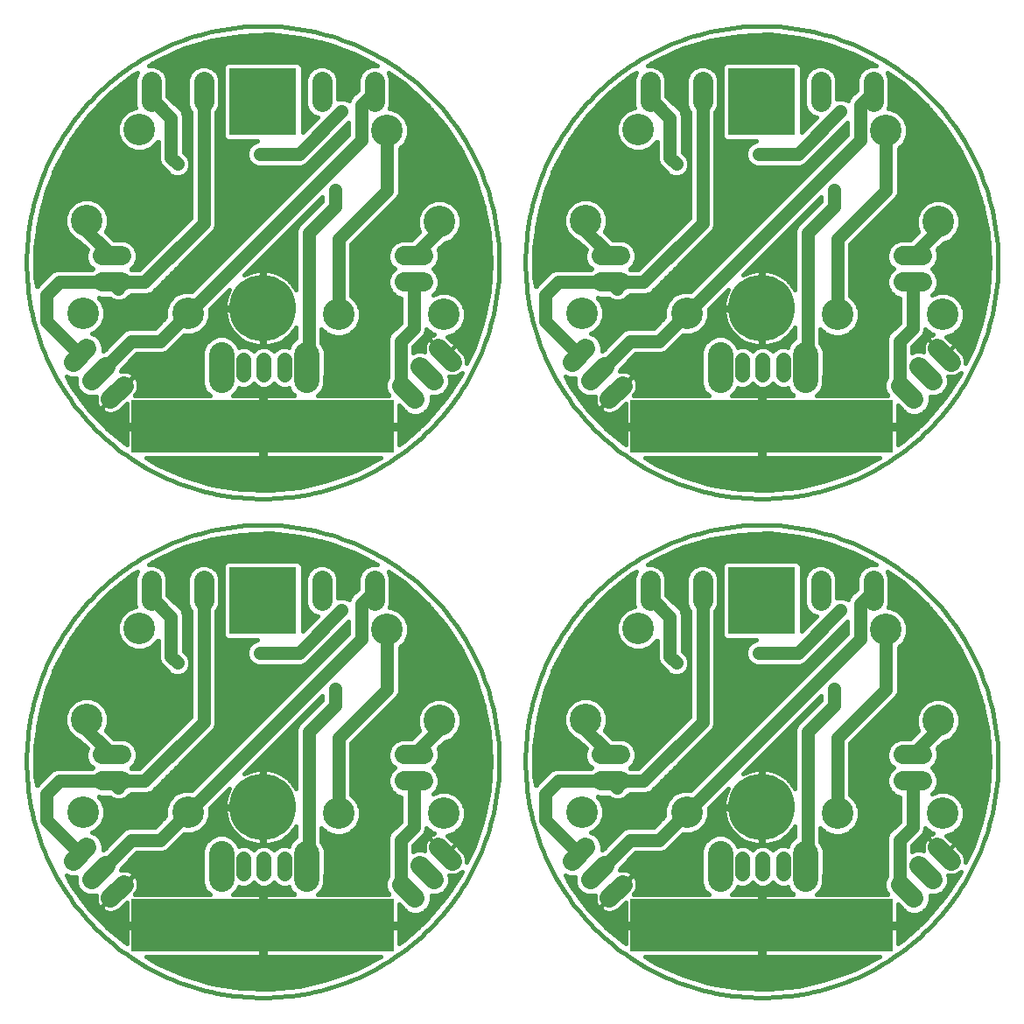
<source format=gbl>
G75*
G70*
%OFA0B0*%
%FSLAX25Y25*%
%IPPOS*%
%LPD*%
%AMOC8*
5,1,8,0,0,1.08239X$1,22.5*
%
%ADD108C,0.07600*%
%ADD121C,0.05000*%
%ADD138R,0.03562X0.03562*%
%ADD145C,0.12000*%
%ADD162R,0.25400X0.25400*%
%ADD175C,0.07400*%
%ADD187OC8,0.03562*%
%ADD24C,0.25400*%
%ADD52C,0.01600*%
%ADD63R,1.00000X0.20000*%
%ADD71C,0.09744*%
%ADD72OC8,0.09000*%
%ADD96C,0.05543*%
X0010000Y0010000D02*
G75*
%LPD*%
D52*
X0039188Y0038280D02*
X0099200Y0038280D01*
X0099200Y0038300D02*
X0099200Y0036700D01*
X0048200Y0036700D01*
X0048200Y0030516D01*
X0041645Y0035744D01*
X0033907Y0043734D01*
X0027254Y0052647D01*
X0025098Y0056477D01*
X0026600Y0055855D01*
X0028784Y0055855D01*
X0028784Y0053670D01*
X0029713Y0051428D01*
X0031429Y0049712D01*
X0033671Y0048783D01*
X0036097Y0048783D01*
X0036571Y0048980D01*
X0036455Y0048245D01*
X0036455Y0047380D01*
X0036591Y0046524D01*
X0036858Y0045701D01*
X0037251Y0044930D01*
X0037760Y0044229D01*
X0038066Y0043923D01*
X0038372Y0043617D01*
X0039072Y0043108D01*
X0039844Y0042715D01*
X0040667Y0042448D01*
X0041522Y0042312D01*
X0042388Y0042312D01*
X0043243Y0042448D01*
X0044066Y0042715D01*
X0044838Y0043108D01*
X0045538Y0043617D01*
X0048200Y0046279D01*
X0048200Y0038300D01*
X0099200Y0038300D01*
X0099200Y0049300D01*
X0088673Y0049300D01*
X0090382Y0051008D01*
X0090910Y0052283D01*
X0091456Y0052056D01*
X0093513Y0052056D01*
X0095414Y0052844D01*
X0096422Y0053851D01*
X0097429Y0052844D01*
X0099330Y0052056D01*
X0101387Y0052056D01*
X0103288Y0052844D01*
X0104296Y0053851D01*
X0105303Y0052844D01*
X0107204Y0052056D01*
X0109261Y0052056D01*
X0109808Y0052283D01*
X0110335Y0051008D01*
X0112044Y0049300D01*
X0100800Y0049300D01*
X0100800Y0038300D01*
X0099200Y0038300D01*
X0099200Y0039879D02*
X0100800Y0039879D01*
X0100800Y0038300D02*
X0151800Y0038300D01*
X0151800Y0045431D01*
X0154590Y0042641D01*
X0156832Y0041712D01*
X0159259Y0041712D01*
X0161501Y0042641D01*
X0163217Y0044357D01*
X0164146Y0046599D01*
X0164146Y0048783D01*
X0166330Y0048783D01*
X0168572Y0049712D01*
X0170288Y0051428D01*
X0171217Y0053670D01*
X0171217Y0056097D01*
X0171020Y0056571D01*
X0171755Y0056455D01*
X0172621Y0056455D01*
X0173476Y0056590D01*
X0174299Y0056857D01*
X0175070Y0057251D01*
X0175771Y0057759D01*
X0175830Y0057818D01*
X0175631Y0057405D01*
X0169563Y0048084D01*
X0162353Y0039615D01*
X0154119Y0032137D01*
X0151800Y0030519D01*
X0151800Y0036700D01*
X0100800Y0036700D01*
X0100800Y0025700D01*
X0144856Y0025700D01*
X0135136Y0020629D01*
X0124697Y0016787D01*
X0113854Y0014312D01*
X0102782Y0013244D01*
X0091666Y0013601D01*
X0080686Y0015376D01*
X0070023Y0018541D01*
X0059852Y0023043D01*
X0055469Y0025700D01*
X0099200Y0025700D01*
X0099200Y0036700D01*
X0100800Y0036700D01*
X0100800Y0038300D01*
X0100800Y0038280D02*
X0160884Y0038280D01*
X0162578Y0039879D02*
X0151800Y0039879D01*
X0151800Y0041477D02*
X0163939Y0041477D01*
X0165300Y0043076D02*
X0161936Y0043076D01*
X0163348Y0044674D02*
X0166661Y0044674D01*
X0168021Y0046273D02*
X0164010Y0046273D01*
X0164146Y0047871D02*
X0169382Y0047871D01*
X0170465Y0049470D02*
X0167987Y0049470D01*
X0169928Y0051069D02*
X0171506Y0051069D01*
X0170801Y0052667D02*
X0172546Y0052667D01*
X0173587Y0054266D02*
X0171217Y0054266D01*
X0171217Y0055864D02*
X0174627Y0055864D01*
X0175362Y0057463D02*
X0175658Y0057463D01*
X0177688Y0061677D02*
X0177688Y0062387D01*
X0177552Y0063242D01*
X0177285Y0064066D01*
X0176892Y0064837D01*
X0176383Y0065538D01*
X0173460Y0068460D01*
X0170538Y0071382D01*
X0170092Y0071707D01*
X0170452Y0071707D01*
X0173539Y0072985D01*
X0175902Y0075348D01*
X0177181Y0078436D01*
X0177181Y0081777D01*
X0175902Y0084865D01*
X0173539Y0087228D01*
X0170452Y0088507D01*
X0167110Y0088507D01*
X0164931Y0087604D01*
X0166372Y0089044D01*
X0167300Y0091286D01*
X0167300Y0093713D01*
X0166372Y0095955D01*
X0164827Y0097500D01*
X0166372Y0099044D01*
X0167300Y0101286D01*
X0167300Y0103713D01*
X0166815Y0104885D01*
X0169148Y0107217D01*
X0171968Y0108386D01*
X0174331Y0110749D01*
X0175610Y0113836D01*
X0175610Y0117178D01*
X0174331Y0120265D01*
X0171968Y0122628D01*
X0168881Y0123907D01*
X0165539Y0123907D01*
X0162452Y0122628D01*
X0160089Y0120265D01*
X0158810Y0117178D01*
X0158810Y0113836D01*
X0159717Y0111646D01*
X0156671Y0108600D01*
X0152587Y0108600D01*
X0150345Y0107671D01*
X0148629Y0105955D01*
X0147700Y0103713D01*
X0147700Y0101286D01*
X0148629Y0099044D01*
X0150174Y0097500D01*
X0148629Y0095955D01*
X0147700Y0093713D01*
X0147700Y0091286D01*
X0148629Y0089044D01*
X0150345Y0087328D01*
X0152587Y0086400D01*
X0152600Y0086400D01*
X0152600Y0077029D01*
X0148346Y0072775D01*
X0147600Y0070974D01*
X0147600Y0056401D01*
X0146713Y0054258D01*
X0146713Y0051832D01*
X0147642Y0049590D01*
X0147931Y0049300D01*
X0120957Y0049300D01*
X0122665Y0051008D01*
X0123772Y0053681D01*
X0123772Y0066318D01*
X0122665Y0068991D01*
X0122400Y0069256D01*
X0122400Y0074608D01*
X0124023Y0072985D01*
X0127110Y0071707D01*
X0130452Y0071707D01*
X0133539Y0072985D01*
X0135902Y0075348D01*
X0137181Y0078436D01*
X0137181Y0081777D01*
X0135902Y0084865D01*
X0133681Y0087086D01*
X0133681Y0106751D01*
X0151364Y0124434D01*
X0152110Y0126235D01*
X0152110Y0128184D01*
X0152110Y0143169D01*
X0154331Y0145390D01*
X0155610Y0148477D01*
X0155610Y0151819D01*
X0154331Y0154906D01*
X0151968Y0157269D01*
X0148881Y0158548D01*
X0148113Y0158548D01*
X0148700Y0159967D01*
X0148700Y0170033D01*
X0147763Y0172297D01*
X0154119Y0167863D01*
X0162353Y0160385D01*
X0169563Y0151916D01*
X0175631Y0142594D01*
X0180457Y0132573D01*
X0183962Y0122017D01*
X0186088Y0111100D01*
X0186800Y0100000D01*
X0186088Y0088900D01*
X0186088Y0088900D01*
X0183962Y0077983D01*
X0180457Y0067427D01*
X0177688Y0061677D01*
X0177688Y0062258D02*
X0177968Y0062258D01*
X0177353Y0063857D02*
X0178737Y0063857D01*
X0179507Y0065455D02*
X0176443Y0065455D01*
X0174867Y0067054D02*
X0180277Y0067054D01*
X0180864Y0068652D02*
X0173268Y0068652D01*
X0173460Y0068460D02*
X0169571Y0064571D01*
X0163066Y0071076D01*
X0162760Y0070770D01*
X0162251Y0070070D01*
X0161858Y0069298D01*
X0161591Y0068475D01*
X0161455Y0067620D01*
X0161455Y0066754D01*
X0161571Y0066020D01*
X0161097Y0066216D01*
X0158671Y0066216D01*
X0157400Y0065690D01*
X0157400Y0067970D01*
X0160276Y0070846D01*
X0161654Y0072224D01*
X0162400Y0074025D01*
X0162400Y0074608D01*
X0164023Y0072985D01*
X0165332Y0072443D01*
X0164844Y0072284D01*
X0164072Y0071891D01*
X0163372Y0071382D01*
X0163066Y0071076D01*
X0169571Y0064571D01*
X0169571Y0064571D01*
X0169572Y0064571D01*
X0173460Y0068460D01*
X0172054Y0067054D02*
X0172054Y0067054D01*
X0170456Y0065455D02*
X0170456Y0065455D01*
X0168687Y0065455D02*
X0168687Y0065455D01*
X0167089Y0067054D02*
X0167088Y0067054D01*
X0165490Y0068652D02*
X0165490Y0068652D01*
X0163892Y0070251D02*
X0163891Y0070251D01*
X0162383Y0070251D02*
X0159681Y0070251D01*
X0161279Y0071849D02*
X0164015Y0071849D01*
X0163560Y0073448D02*
X0162161Y0073448D01*
X0161648Y0068652D02*
X0158082Y0068652D01*
X0157400Y0067054D02*
X0161455Y0067054D01*
X0170796Y0071849D02*
X0181925Y0071849D01*
X0181394Y0070251D02*
X0171670Y0070251D01*
X0174001Y0073448D02*
X0182456Y0073448D01*
X0182987Y0075046D02*
X0175600Y0075046D01*
X0176439Y0076645D02*
X0183517Y0076645D01*
X0184012Y0078243D02*
X0177101Y0078243D01*
X0177181Y0079842D02*
X0184324Y0079842D01*
X0184635Y0081440D02*
X0177181Y0081440D01*
X0176658Y0083039D02*
X0184946Y0083039D01*
X0185258Y0084637D02*
X0175996Y0084637D01*
X0174531Y0086236D02*
X0185569Y0086236D01*
X0185880Y0087834D02*
X0172075Y0087834D01*
X0166533Y0089433D02*
X0186122Y0089433D01*
X0186225Y0091031D02*
X0167195Y0091031D01*
X0167300Y0092630D02*
X0186327Y0092630D01*
X0186430Y0094228D02*
X0167087Y0094228D01*
X0166425Y0095827D02*
X0186532Y0095827D01*
X0186635Y0097425D02*
X0164901Y0097425D01*
X0166351Y0099024D02*
X0186738Y0099024D01*
X0186760Y0100622D02*
X0167025Y0100622D01*
X0167300Y0102221D02*
X0186658Y0102221D01*
X0186555Y0103819D02*
X0167256Y0103819D01*
X0167348Y0105418D02*
X0186452Y0105418D01*
X0186350Y0107016D02*
X0168947Y0107016D01*
X0172197Y0108615D02*
X0186247Y0108615D01*
X0186145Y0110213D02*
X0173796Y0110213D01*
X0174772Y0111812D02*
X0185949Y0111812D01*
X0185638Y0113410D02*
X0175434Y0113410D01*
X0175610Y0115009D02*
X0185326Y0115009D01*
X0185015Y0116607D02*
X0175610Y0116607D01*
X0175184Y0118206D02*
X0184704Y0118206D01*
X0184392Y0119804D02*
X0174522Y0119804D01*
X0173193Y0121403D02*
X0184081Y0121403D01*
X0183635Y0123002D02*
X0171067Y0123002D01*
X0163353Y0123002D02*
X0149932Y0123002D01*
X0151433Y0124600D02*
X0183104Y0124600D01*
X0182573Y0126199D02*
X0152095Y0126199D01*
X0152110Y0127797D02*
X0182042Y0127797D01*
X0181512Y0129396D02*
X0152110Y0129396D01*
X0152110Y0130994D02*
X0180981Y0130994D01*
X0180447Y0132593D02*
X0152110Y0132593D01*
X0152110Y0134191D02*
X0179677Y0134191D01*
X0178908Y0135790D02*
X0152110Y0135790D01*
X0152110Y0137388D02*
X0178138Y0137388D01*
X0177368Y0138987D02*
X0152110Y0138987D01*
X0152110Y0140585D02*
X0176598Y0140585D01*
X0175828Y0142184D02*
X0152110Y0142184D01*
X0152724Y0143782D02*
X0174857Y0143782D01*
X0173817Y0145381D02*
X0154322Y0145381D01*
X0154990Y0146979D02*
X0172776Y0146979D01*
X0171736Y0148578D02*
X0155610Y0148578D01*
X0155610Y0150176D02*
X0170695Y0150176D01*
X0169655Y0151775D02*
X0155610Y0151775D01*
X0154966Y0153373D02*
X0168322Y0153373D01*
X0166961Y0154972D02*
X0154266Y0154972D01*
X0152667Y0156570D02*
X0165601Y0156570D01*
X0164240Y0158169D02*
X0149796Y0158169D01*
X0148618Y0159767D02*
X0162879Y0159767D01*
X0161273Y0161366D02*
X0148700Y0161366D01*
X0148700Y0162964D02*
X0159513Y0162964D01*
X0157753Y0164563D02*
X0148700Y0164563D01*
X0148700Y0166161D02*
X0155993Y0166161D01*
X0154233Y0167760D02*
X0148700Y0167760D01*
X0148700Y0169358D02*
X0151975Y0169358D01*
X0149684Y0170957D02*
X0148318Y0170957D01*
X0143514Y0175000D02*
X0141267Y0175000D01*
X0138988Y0174056D01*
X0137244Y0172312D01*
X0136300Y0170033D01*
X0136300Y0165729D01*
X0134725Y0164154D01*
X0134725Y0164154D01*
X0133346Y0162775D01*
X0132851Y0161579D01*
X0132776Y0161654D01*
X0130975Y0162400D01*
X0129026Y0162400D01*
X0128700Y0162265D01*
X0128700Y0170033D01*
X0127756Y0172312D01*
X0126012Y0174056D01*
X0123734Y0175000D01*
X0121267Y0175000D01*
X0118988Y0174056D01*
X0117244Y0172312D01*
X0116300Y0170033D01*
X0116300Y0159967D01*
X0117244Y0157688D01*
X0118988Y0155944D01*
X0120775Y0155204D01*
X0115100Y0149529D01*
X0115100Y0174417D01*
X0114735Y0175299D01*
X0114060Y0175975D01*
X0113178Y0176340D01*
X0086823Y0176340D01*
X0085941Y0175975D01*
X0085266Y0175299D01*
X0084900Y0174417D01*
X0084900Y0148063D01*
X0085266Y0147180D01*
X0085941Y0146505D01*
X0086823Y0146140D01*
X0097752Y0146140D01*
X0095975Y0145404D01*
X0094596Y0144025D01*
X0093850Y0142224D01*
X0093850Y0140275D01*
X0094596Y0138474D01*
X0095975Y0137096D01*
X0097776Y0136350D01*
X0114725Y0136350D01*
X0116526Y0137096D01*
X0132600Y0153170D01*
X0132600Y0148692D01*
X0072933Y0089024D01*
X0069792Y0089024D01*
X0066704Y0087745D01*
X0064341Y0085382D01*
X0063062Y0082295D01*
X0063062Y0079154D01*
X0058808Y0074900D01*
X0049026Y0074900D01*
X0047225Y0074154D01*
X0039287Y0066216D01*
X0039146Y0066216D01*
X0039146Y0068400D01*
X0038217Y0070642D01*
X0036501Y0072358D01*
X0034979Y0072989D01*
X0036221Y0073503D01*
X0038584Y0075866D01*
X0039862Y0078953D01*
X0039862Y0082295D01*
X0038584Y0085382D01*
X0037551Y0086414D01*
X0037587Y0086400D01*
X0041671Y0086400D01*
X0042225Y0085846D01*
X0044026Y0085100D01*
X0045975Y0085100D01*
X0047776Y0085846D01*
X0048978Y0087048D01*
X0049656Y0087328D01*
X0049927Y0087600D01*
X0055975Y0087600D01*
X0057776Y0088346D01*
X0080276Y0110846D01*
X0081654Y0112224D01*
X0082400Y0114025D01*
X0082400Y0157332D01*
X0082756Y0157688D01*
X0083700Y0159967D01*
X0083700Y0170033D01*
X0082756Y0172312D01*
X0081012Y0174056D01*
X0078734Y0175000D01*
X0076267Y0175000D01*
X0073988Y0174056D01*
X0072244Y0172312D01*
X0071300Y0170033D01*
X0071300Y0159967D01*
X0072244Y0157688D01*
X0072600Y0157332D01*
X0072600Y0117029D01*
X0052971Y0097400D01*
X0049927Y0097400D01*
X0049827Y0097500D01*
X0051372Y0099044D01*
X0052300Y0101286D01*
X0052300Y0103713D01*
X0051372Y0105955D01*
X0049656Y0107671D01*
X0047414Y0108600D01*
X0043330Y0108600D01*
X0040260Y0111670D01*
X0041329Y0114251D01*
X0041329Y0117593D01*
X0040050Y0120680D01*
X0037687Y0123043D01*
X0034600Y0124322D01*
X0031258Y0124322D01*
X0028171Y0123043D01*
X0025808Y0120680D01*
X0024529Y0117593D01*
X0024529Y0114251D01*
X0025808Y0111164D01*
X0028171Y0108801D01*
X0030046Y0108024D01*
X0033186Y0104885D01*
X0032700Y0103713D01*
X0032700Y0101286D01*
X0033629Y0099044D01*
X0035174Y0097500D01*
X0035074Y0097400D01*
X0021526Y0097400D01*
X0019725Y0096654D01*
X0018346Y0095275D01*
X0013850Y0090779D01*
X0013379Y0094438D01*
X0013379Y0105561D01*
X0014801Y0116592D01*
X0017622Y0127351D01*
X0021796Y0137661D01*
X0027254Y0147352D01*
X0033907Y0156266D01*
X0041645Y0164256D01*
X0050341Y0171191D01*
X0052328Y0172395D01*
X0052244Y0172312D01*
X0051300Y0170033D01*
X0051300Y0159967D01*
X0051716Y0158963D01*
X0051258Y0158963D01*
X0048171Y0157684D01*
X0045808Y0155321D01*
X0044529Y0152234D01*
X0044529Y0148892D01*
X0045808Y0145805D01*
X0048171Y0143442D01*
X0051258Y0142163D01*
X0054600Y0142163D01*
X0057687Y0143442D01*
X0060050Y0145805D01*
X0060100Y0145925D01*
X0060100Y0139025D01*
X0060846Y0137224D01*
X0062225Y0135846D01*
X0064725Y0133346D01*
X0066526Y0132600D01*
X0068475Y0132600D01*
X0070276Y0133346D01*
X0071654Y0134724D01*
X0072400Y0136525D01*
X0072400Y0138474D01*
X0071654Y0140275D01*
X0069900Y0142029D01*
X0069900Y0155974D01*
X0069154Y0157775D01*
X0063700Y0163229D01*
X0063700Y0170033D01*
X0062756Y0172312D01*
X0061012Y0174056D01*
X0058734Y0175000D01*
X0056624Y0175000D01*
X0059852Y0176957D01*
X0070023Y0181459D01*
X0080686Y0184624D01*
X0091666Y0186399D01*
X0102782Y0186755D01*
X0113854Y0185687D01*
X0124697Y0183212D01*
X0135136Y0179371D01*
X0143514Y0175000D01*
X0142071Y0175752D02*
X0114282Y0175752D01*
X0115100Y0174154D02*
X0119225Y0174154D01*
X0117488Y0172555D02*
X0115100Y0172555D01*
X0115100Y0170957D02*
X0116683Y0170957D01*
X0116300Y0169358D02*
X0115100Y0169358D01*
X0115100Y0167760D02*
X0116300Y0167760D01*
X0116300Y0166161D02*
X0115100Y0166161D01*
X0115100Y0164563D02*
X0116300Y0164563D01*
X0116300Y0162964D02*
X0115100Y0162964D01*
X0115100Y0161366D02*
X0116300Y0161366D01*
X0116383Y0159767D02*
X0115100Y0159767D01*
X0115100Y0158169D02*
X0117045Y0158169D01*
X0118362Y0156570D02*
X0115100Y0156570D01*
X0115100Y0154972D02*
X0120543Y0154972D01*
X0118944Y0153373D02*
X0115100Y0153373D01*
X0115100Y0151775D02*
X0117346Y0151775D01*
X0115747Y0150176D02*
X0115100Y0150176D01*
X0121614Y0142184D02*
X0126092Y0142184D01*
X0124494Y0140585D02*
X0120015Y0140585D01*
X0118417Y0138987D02*
X0122895Y0138987D01*
X0121297Y0137388D02*
X0116818Y0137388D01*
X0118100Y0134191D02*
X0082400Y0134191D01*
X0082400Y0132593D02*
X0116501Y0132593D01*
X0114903Y0130994D02*
X0082400Y0130994D01*
X0082400Y0129396D02*
X0113304Y0129396D01*
X0111706Y0127797D02*
X0082400Y0127797D01*
X0082400Y0126199D02*
X0110107Y0126199D01*
X0108509Y0124600D02*
X0082400Y0124600D01*
X0082400Y0123002D02*
X0106910Y0123002D01*
X0105312Y0121403D02*
X0082400Y0121403D01*
X0082400Y0119804D02*
X0103713Y0119804D01*
X0102115Y0118206D02*
X0082400Y0118206D01*
X0082400Y0116607D02*
X0100516Y0116607D01*
X0098918Y0115009D02*
X0082400Y0115009D01*
X0082146Y0113410D02*
X0097319Y0113410D01*
X0095721Y0111812D02*
X0081242Y0111812D01*
X0079644Y0110213D02*
X0094122Y0110213D01*
X0092524Y0108615D02*
X0078045Y0108615D01*
X0076447Y0107016D02*
X0090925Y0107016D01*
X0089327Y0105418D02*
X0074848Y0105418D01*
X0073250Y0103819D02*
X0087728Y0103819D01*
X0086130Y0102221D02*
X0071651Y0102221D01*
X0070053Y0100622D02*
X0084531Y0100622D01*
X0082933Y0099024D02*
X0068454Y0099024D01*
X0066856Y0097425D02*
X0081334Y0097425D01*
X0079736Y0095827D02*
X0065257Y0095827D01*
X0063659Y0094228D02*
X0078137Y0094228D01*
X0076539Y0092630D02*
X0062060Y0092630D01*
X0060461Y0091031D02*
X0074940Y0091031D01*
X0073341Y0089433D02*
X0058863Y0089433D01*
X0056541Y0087834D02*
X0066919Y0087834D01*
X0065195Y0086236D02*
X0048166Y0086236D01*
X0041835Y0086236D02*
X0037730Y0086236D01*
X0038892Y0084637D02*
X0064033Y0084637D01*
X0063371Y0083039D02*
X0039554Y0083039D01*
X0039862Y0081440D02*
X0063062Y0081440D01*
X0063062Y0079842D02*
X0039862Y0079842D01*
X0039568Y0078243D02*
X0062152Y0078243D01*
X0060553Y0076645D02*
X0038906Y0076645D01*
X0037764Y0075046D02*
X0058955Y0075046D01*
X0066420Y0068652D02*
X0077912Y0068652D01*
X0078052Y0068991D02*
X0076945Y0066318D01*
X0076945Y0053681D01*
X0078052Y0051008D01*
X0079761Y0049300D01*
X0051221Y0049300D01*
X0051383Y0049462D01*
X0051892Y0050162D01*
X0052285Y0050934D01*
X0052552Y0051757D01*
X0052688Y0052612D01*
X0052688Y0053478D01*
X0052552Y0054333D01*
X0052285Y0055156D01*
X0051892Y0055928D01*
X0051383Y0056628D01*
X0051077Y0056934D01*
X0044572Y0050429D01*
X0044571Y0050429D01*
X0044571Y0050429D01*
X0038066Y0043923D01*
X0044571Y0050429D01*
X0051077Y0056934D01*
X0050771Y0057240D01*
X0050070Y0057749D01*
X0049299Y0058142D01*
X0048476Y0058410D01*
X0047621Y0058545D01*
X0046755Y0058545D01*
X0046020Y0058429D01*
X0046217Y0058903D01*
X0046217Y0059286D01*
X0052030Y0065100D01*
X0061813Y0065100D01*
X0063614Y0065846D01*
X0064992Y0067224D01*
X0064992Y0067224D01*
X0069992Y0072224D01*
X0073133Y0072224D01*
X0076221Y0073503D01*
X0078584Y0075866D01*
X0079862Y0078953D01*
X0079862Y0082094D01*
X0087338Y0089570D01*
X0086877Y0088707D01*
X0086331Y0087391D01*
X0085918Y0086027D01*
X0085640Y0084630D01*
X0085500Y0083212D01*
X0085500Y0082979D01*
X0099521Y0082979D01*
X0099521Y0082020D01*
X0100480Y0082020D01*
X0100480Y0068000D01*
X0100713Y0068000D01*
X0102130Y0068139D01*
X0103528Y0068417D01*
X0104891Y0068831D01*
X0106207Y0069376D01*
X0107464Y0070048D01*
X0108648Y0070839D01*
X0109750Y0071743D01*
X0110757Y0072750D01*
X0111661Y0073852D01*
X0112452Y0075036D01*
X0112600Y0075313D01*
X0112600Y0071128D01*
X0112381Y0071037D01*
X0110335Y0068991D01*
X0109808Y0067717D01*
X0109261Y0067943D01*
X0107204Y0067943D01*
X0105303Y0067156D01*
X0104296Y0066148D01*
X0103288Y0067156D01*
X0101387Y0067943D01*
X0099330Y0067943D01*
X0097429Y0067156D01*
X0096422Y0066148D01*
X0095414Y0067156D01*
X0093513Y0067943D01*
X0091456Y0067943D01*
X0090910Y0067717D01*
X0090382Y0068991D01*
X0088336Y0071037D01*
X0085663Y0072144D01*
X0082770Y0072144D01*
X0080098Y0071037D01*
X0078052Y0068991D01*
X0079311Y0070251D02*
X0068019Y0070251D01*
X0069617Y0071849D02*
X0082059Y0071849D01*
X0086375Y0071849D02*
X0090145Y0071849D01*
X0090251Y0071743D02*
X0091352Y0070839D01*
X0092537Y0070048D01*
X0093793Y0069376D01*
X0095110Y0068831D01*
X0096473Y0068417D01*
X0097870Y0068139D01*
X0099288Y0068000D01*
X0099521Y0068000D01*
X0099521Y0082020D01*
X0085500Y0082020D01*
X0085500Y0081787D01*
X0085640Y0080370D01*
X0085918Y0078972D01*
X0086331Y0077609D01*
X0086877Y0076293D01*
X0087548Y0075036D01*
X0088340Y0073852D01*
X0089244Y0072750D01*
X0090251Y0071743D01*
X0089122Y0070251D02*
X0092233Y0070251D01*
X0090522Y0068652D02*
X0095699Y0068652D01*
X0095516Y0067054D02*
X0097327Y0067054D01*
X0099521Y0068652D02*
X0100480Y0068652D01*
X0100480Y0070251D02*
X0099521Y0070251D01*
X0099521Y0071849D02*
X0100480Y0071849D01*
X0100480Y0073448D02*
X0099521Y0073448D01*
X0099521Y0075046D02*
X0100480Y0075046D01*
X0100480Y0076645D02*
X0099521Y0076645D01*
X0099521Y0078243D02*
X0100480Y0078243D01*
X0100480Y0079842D02*
X0099521Y0079842D01*
X0099521Y0081440D02*
X0100480Y0081440D01*
X0100480Y0082979D02*
X0099521Y0082979D01*
X0099521Y0097000D01*
X0099288Y0097000D01*
X0097870Y0096860D01*
X0096473Y0096582D01*
X0095110Y0096169D01*
X0093793Y0095623D01*
X0092930Y0095162D01*
X0122600Y0124832D01*
X0122600Y0123279D01*
X0114725Y0115404D01*
X0113346Y0114025D01*
X0112600Y0112224D01*
X0112600Y0089686D01*
X0112452Y0089963D01*
X0111661Y0091148D01*
X0110757Y0092249D01*
X0109750Y0093257D01*
X0108648Y0094160D01*
X0107464Y0094952D01*
X0106207Y0095623D01*
X0104891Y0096169D01*
X0103528Y0096582D01*
X0102130Y0096860D01*
X0100713Y0097000D01*
X0100480Y0097000D01*
X0100480Y0082979D01*
X0100480Y0083039D02*
X0099521Y0083039D01*
X0099521Y0084637D02*
X0100480Y0084637D01*
X0100480Y0086236D02*
X0099521Y0086236D01*
X0099521Y0087834D02*
X0100480Y0087834D01*
X0100480Y0089433D02*
X0099521Y0089433D01*
X0099521Y0091031D02*
X0100480Y0091031D01*
X0100480Y0092630D02*
X0099521Y0092630D01*
X0099521Y0094228D02*
X0100480Y0094228D01*
X0100480Y0095827D02*
X0099521Y0095827D01*
X0096792Y0099024D02*
X0112600Y0099024D01*
X0112600Y0100622D02*
X0098390Y0100622D01*
X0010000Y0100000D02*
X0010027Y0102209D01*
X0010108Y0104416D01*
X0010244Y0106621D01*
X0010433Y0108822D01*
X0010677Y0111017D01*
X0010974Y0113206D01*
X0011325Y0115387D01*
X0011729Y0117558D01*
X0012187Y0119719D01*
X0012697Y0121868D01*
X0013260Y0124004D01*
X0013875Y0126126D01*
X0014542Y0128231D01*
X0015261Y0130320D01*
X0016031Y0132391D01*
X0016851Y0134442D01*
X0017721Y0136472D01*
X0018641Y0138480D01*
X0019610Y0140465D01*
X0020627Y0142426D01*
X0021692Y0144361D01*
X0022804Y0146269D01*
X0023963Y0148150D01*
X0025168Y0150001D01*
X0026417Y0151823D01*
X0027711Y0153613D01*
X0029049Y0155371D01*
X0030429Y0157095D01*
X0031851Y0158786D01*
X0033314Y0160440D01*
X0034818Y0162059D01*
X0036360Y0163640D01*
X0037941Y0165182D01*
X0039560Y0166686D01*
X0041214Y0168149D01*
X0042905Y0169571D01*
X0044629Y0170951D01*
X0046387Y0172289D01*
X0048177Y0173583D01*
X0049999Y0174832D01*
X0051850Y0176037D01*
X0053731Y0177196D01*
X0055639Y0178308D01*
X0057574Y0179373D01*
X0059535Y0180390D01*
X0061520Y0181359D01*
X0063528Y0182279D01*
X0065558Y0183149D01*
X0067609Y0183969D01*
X0069680Y0184739D01*
X0071769Y0185458D01*
X0073874Y0186125D01*
X0075996Y0186740D01*
X0078132Y0187303D01*
X0080281Y0187813D01*
X0082442Y0188271D01*
X0084613Y0188675D01*
X0086794Y0189026D01*
X0088983Y0189323D01*
X0091178Y0189567D01*
X0093379Y0189756D01*
X0095584Y0189892D01*
X0097791Y0189973D01*
X0100000Y0190000D01*
X0102209Y0189973D01*
X0104416Y0189892D01*
X0106621Y0189756D01*
X0108822Y0189567D01*
X0111017Y0189323D01*
X0113206Y0189026D01*
X0115387Y0188675D01*
X0117558Y0188271D01*
X0119719Y0187813D01*
X0121868Y0187303D01*
X0124004Y0186740D01*
X0126126Y0186125D01*
X0128231Y0185458D01*
X0130320Y0184739D01*
X0132391Y0183969D01*
X0134442Y0183149D01*
X0136472Y0182279D01*
X0138480Y0181359D01*
X0140465Y0180390D01*
X0142426Y0179373D01*
X0144361Y0178308D01*
X0146269Y0177196D01*
X0148150Y0176037D01*
X0150001Y0174832D01*
X0151823Y0173583D01*
X0153613Y0172289D01*
X0155371Y0170951D01*
X0157095Y0169571D01*
X0158786Y0168149D01*
X0160440Y0166686D01*
X0162059Y0165182D01*
X0163640Y0163640D01*
X0165182Y0162059D01*
X0166686Y0160440D01*
X0168149Y0158786D01*
X0169571Y0157095D01*
X0170951Y0155371D01*
X0172289Y0153613D01*
X0173583Y0151823D01*
X0174832Y0150001D01*
X0176037Y0148150D01*
X0177196Y0146269D01*
X0178308Y0144361D01*
X0179373Y0142426D01*
X0180390Y0140465D01*
X0181359Y0138480D01*
X0182279Y0136472D01*
X0183149Y0134442D01*
X0183969Y0132391D01*
X0184739Y0130320D01*
X0185458Y0128231D01*
X0186125Y0126126D01*
X0186740Y0124004D01*
X0187303Y0121868D01*
X0187813Y0119719D01*
X0188271Y0117558D01*
X0188675Y0115387D01*
X0189026Y0113206D01*
X0189323Y0111017D01*
X0189567Y0108822D01*
X0189756Y0106621D01*
X0189892Y0104416D01*
X0189973Y0102209D01*
X0190000Y0100000D01*
X0189973Y0097791D01*
X0189892Y0095584D01*
X0189756Y0093379D01*
X0189567Y0091178D01*
X0189323Y0088983D01*
X0189026Y0086794D01*
X0188675Y0084613D01*
X0188271Y0082442D01*
X0187813Y0080281D01*
X0187303Y0078132D01*
X0186740Y0075996D01*
X0186125Y0073874D01*
X0185458Y0071769D01*
X0184739Y0069680D01*
X0183969Y0067609D01*
X0183149Y0065558D01*
X0182279Y0063528D01*
X0181359Y0061520D01*
X0180390Y0059535D01*
X0179373Y0057574D01*
X0178308Y0055639D01*
X0177196Y0053731D01*
X0176037Y0051850D01*
X0174832Y0049999D01*
X0173583Y0048177D01*
X0172289Y0046387D01*
X0170951Y0044629D01*
X0169571Y0042905D01*
X0168149Y0041214D01*
X0166686Y0039560D01*
X0165182Y0037941D01*
X0163640Y0036360D01*
X0162059Y0034818D01*
X0160440Y0033314D01*
X0158786Y0031851D01*
X0157095Y0030429D01*
X0155371Y0029049D01*
X0153613Y0027711D01*
X0151823Y0026417D01*
X0150001Y0025168D01*
X0148150Y0023963D01*
X0146269Y0022804D01*
X0144361Y0021692D01*
X0142426Y0020627D01*
X0140465Y0019610D01*
X0138480Y0018641D01*
X0136472Y0017721D01*
X0134442Y0016851D01*
X0132391Y0016031D01*
X0130320Y0015261D01*
X0128231Y0014542D01*
X0126126Y0013875D01*
X0124004Y0013260D01*
X0121868Y0012697D01*
X0119719Y0012187D01*
X0117558Y0011729D01*
X0115387Y0011325D01*
X0113206Y0010974D01*
X0111017Y0010677D01*
X0108822Y0010433D01*
X0106621Y0010244D01*
X0104416Y0010108D01*
X0102209Y0010027D01*
X0100000Y0010000D01*
X0097791Y0010027D01*
X0095584Y0010108D01*
X0093379Y0010244D01*
X0091178Y0010433D01*
X0088983Y0010677D01*
X0086794Y0010974D01*
X0084613Y0011325D01*
X0082442Y0011729D01*
X0080281Y0012187D01*
X0078132Y0012697D01*
X0075996Y0013260D01*
X0073874Y0013875D01*
X0071769Y0014542D01*
X0069680Y0015261D01*
X0067609Y0016031D01*
X0065558Y0016851D01*
X0063528Y0017721D01*
X0061520Y0018641D01*
X0059535Y0019610D01*
X0057574Y0020627D01*
X0055639Y0021692D01*
X0053731Y0022804D01*
X0051850Y0023963D01*
X0049999Y0025168D01*
X0048177Y0026417D01*
X0046387Y0027711D01*
X0044629Y0029049D01*
X0042905Y0030429D01*
X0041214Y0031851D01*
X0039560Y0033314D01*
X0037941Y0034818D01*
X0036360Y0036360D01*
X0034818Y0037941D01*
X0033314Y0039560D01*
X0031851Y0041214D01*
X0030429Y0042905D01*
X0029049Y0044629D01*
X0027711Y0046387D01*
X0026417Y0048177D01*
X0025168Y0049999D01*
X0023963Y0051850D01*
X0022804Y0053731D01*
X0021692Y0055639D01*
X0020627Y0057574D01*
X0019610Y0059535D01*
X0018641Y0061520D01*
X0017721Y0063528D01*
X0016851Y0065558D01*
X0016031Y0067609D01*
X0015261Y0069680D01*
X0014542Y0071769D01*
X0013875Y0073874D01*
X0013260Y0075996D01*
X0012697Y0078132D01*
X0012187Y0080281D01*
X0011729Y0082442D01*
X0011325Y0084613D01*
X0010974Y0086794D01*
X0010677Y0088983D01*
X0010433Y0091178D01*
X0010244Y0093379D01*
X0010108Y0095584D01*
X0010027Y0097791D01*
X0010000Y0100000D01*
X0013379Y0100622D02*
X0032975Y0100622D01*
X0032700Y0102221D02*
X0013379Y0102221D01*
X0013379Y0103819D02*
X0032744Y0103819D01*
X0032653Y0105418D02*
X0013379Y0105418D01*
X0013566Y0107016D02*
X0031054Y0107016D01*
X0028620Y0108615D02*
X0013772Y0108615D01*
X0013979Y0110213D02*
X0026759Y0110213D01*
X0025540Y0111812D02*
X0014185Y0111812D01*
X0014391Y0113410D02*
X0024878Y0113410D01*
X0024529Y0115009D02*
X0014597Y0115009D01*
X0014805Y0116607D02*
X0024529Y0116607D01*
X0024783Y0118206D02*
X0015224Y0118206D01*
X0015643Y0119804D02*
X0025445Y0119804D01*
X0026531Y0121403D02*
X0016062Y0121403D01*
X0016482Y0123002D02*
X0028129Y0123002D01*
X0019097Y0130994D02*
X0072600Y0130994D01*
X0072600Y0129396D02*
X0018450Y0129396D01*
X0017803Y0127797D02*
X0072600Y0127797D01*
X0072600Y0126199D02*
X0017320Y0126199D01*
X0016901Y0124600D02*
X0072600Y0124600D01*
X0072600Y0123002D02*
X0037729Y0123002D01*
X0039328Y0121403D02*
X0072600Y0121403D01*
X0072600Y0119804D02*
X0040413Y0119804D01*
X0041075Y0118206D02*
X0072600Y0118206D01*
X0072178Y0116607D02*
X0041329Y0116607D01*
X0041329Y0115009D02*
X0070580Y0115009D01*
X0068981Y0113410D02*
X0040981Y0113410D01*
X0040319Y0111812D02*
X0067383Y0111812D01*
X0065784Y0110213D02*
X0041716Y0110213D01*
X0043315Y0108615D02*
X0064186Y0108615D01*
X0062587Y0107016D02*
X0050310Y0107016D01*
X0051594Y0105418D02*
X0060989Y0105418D01*
X0059390Y0103819D02*
X0052256Y0103819D01*
X0052300Y0102221D02*
X0057792Y0102221D01*
X0056193Y0100622D02*
X0052025Y0100622D01*
X0051351Y0099024D02*
X0054595Y0099024D01*
X0052996Y0097425D02*
X0049901Y0097425D01*
X0035099Y0097425D02*
X0013379Y0097425D01*
X0013379Y0095827D02*
X0018898Y0095827D01*
X0017299Y0094228D02*
X0013406Y0094228D01*
X0013612Y0092630D02*
X0015701Y0092630D01*
X0014102Y0091031D02*
X0013818Y0091031D01*
X0013379Y0099024D02*
X0033650Y0099024D01*
X0036087Y0073448D02*
X0046519Y0073448D01*
X0044920Y0071849D02*
X0037010Y0071849D01*
X0038379Y0070251D02*
X0043322Y0070251D01*
X0041723Y0068652D02*
X0039041Y0068652D01*
X0039146Y0067054D02*
X0040125Y0067054D01*
X0047590Y0060660D02*
X0076945Y0060660D01*
X0076945Y0062258D02*
X0049188Y0062258D01*
X0050787Y0063857D02*
X0076945Y0063857D01*
X0076945Y0065455D02*
X0062671Y0065455D01*
X0064822Y0067054D02*
X0077249Y0067054D01*
X0076087Y0073448D02*
X0088671Y0073448D01*
X0087543Y0075046D02*
X0077764Y0075046D01*
X0078906Y0076645D02*
X0086731Y0076645D01*
X0086139Y0078243D02*
X0079568Y0078243D01*
X0079862Y0079842D02*
X0085745Y0079842D01*
X0085535Y0081440D02*
X0079862Y0081440D01*
X0080807Y0083039D02*
X0085500Y0083039D01*
X0085641Y0084637D02*
X0082405Y0084637D01*
X0084004Y0086236D02*
X0085981Y0086236D01*
X0085602Y0087834D02*
X0086515Y0087834D01*
X0087201Y0089433D02*
X0087265Y0089433D01*
X0093595Y0095827D02*
X0094284Y0095827D01*
X0095193Y0097425D02*
X0112600Y0097425D01*
X0112600Y0095827D02*
X0105716Y0095827D01*
X0108547Y0094228D02*
X0112600Y0094228D01*
X0112600Y0092630D02*
X0110376Y0092630D01*
X0111739Y0091031D02*
X0112600Y0091031D01*
X0112600Y0102221D02*
X0099989Y0102221D01*
X0101587Y0103819D02*
X0112600Y0103819D01*
X0112600Y0105418D02*
X0103186Y0105418D01*
X0104784Y0107016D02*
X0112600Y0107016D01*
X0112600Y0108615D02*
X0106383Y0108615D01*
X0107981Y0110213D02*
X0112600Y0110213D01*
X0112600Y0111812D02*
X0109580Y0111812D01*
X0111178Y0113410D02*
X0113092Y0113410D01*
X0112777Y0115009D02*
X0114330Y0115009D01*
X0114375Y0116607D02*
X0115928Y0116607D01*
X0115974Y0118206D02*
X0117527Y0118206D01*
X0117572Y0119804D02*
X0119125Y0119804D01*
X0119171Y0121403D02*
X0120724Y0121403D01*
X0120769Y0123002D02*
X0122322Y0123002D01*
X0122368Y0124600D02*
X0122600Y0124600D01*
X0119698Y0135790D02*
X0082400Y0135790D01*
X0082400Y0137388D02*
X0095682Y0137388D01*
X0094384Y0138987D02*
X0082400Y0138987D01*
X0082400Y0140585D02*
X0093850Y0140585D01*
X0093850Y0142184D02*
X0082400Y0142184D01*
X0082400Y0143782D02*
X0094496Y0143782D01*
X0095952Y0145381D02*
X0082400Y0145381D01*
X0082400Y0146979D02*
X0085467Y0146979D01*
X0084900Y0148578D02*
X0082400Y0148578D01*
X0082400Y0150176D02*
X0084900Y0150176D01*
X0084900Y0151775D02*
X0082400Y0151775D01*
X0082400Y0153373D02*
X0084900Y0153373D01*
X0084900Y0154972D02*
X0082400Y0154972D01*
X0082400Y0156570D02*
X0084900Y0156570D01*
X0084900Y0158169D02*
X0082956Y0158169D01*
X0083618Y0159767D02*
X0084900Y0159767D01*
X0084900Y0161366D02*
X0083700Y0161366D01*
X0083700Y0162964D02*
X0084900Y0162964D01*
X0084900Y0164563D02*
X0083700Y0164563D01*
X0083700Y0166161D02*
X0084900Y0166161D01*
X0084900Y0167760D02*
X0083700Y0167760D01*
X0083700Y0169358D02*
X0084900Y0169358D01*
X0084900Y0170957D02*
X0083318Y0170957D01*
X0082513Y0172555D02*
X0084900Y0172555D01*
X0084900Y0174154D02*
X0080776Y0174154D01*
X0085719Y0175752D02*
X0057866Y0175752D01*
X0060743Y0177351D02*
X0139007Y0177351D01*
X0135943Y0178949D02*
X0064354Y0178949D01*
X0067965Y0180548D02*
X0131937Y0180548D01*
X0127593Y0182146D02*
X0072339Y0182146D01*
X0077725Y0183745D02*
X0122363Y0183745D01*
X0115359Y0185343D02*
X0085139Y0185343D01*
X0074225Y0174154D02*
X0060776Y0174154D01*
X0062513Y0172555D02*
X0072488Y0172555D01*
X0071683Y0170957D02*
X0063318Y0170957D01*
X0063700Y0169358D02*
X0071300Y0169358D01*
X0071300Y0167760D02*
X0063700Y0167760D01*
X0063700Y0166161D02*
X0071300Y0166161D01*
X0071300Y0164563D02*
X0063700Y0164563D01*
X0063965Y0162964D02*
X0071300Y0162964D01*
X0071300Y0161366D02*
X0065564Y0161366D01*
X0067162Y0159767D02*
X0071383Y0159767D01*
X0072045Y0158169D02*
X0068761Y0158169D01*
X0069654Y0156570D02*
X0072600Y0156570D01*
X0072600Y0154972D02*
X0069900Y0154972D01*
X0069900Y0153373D02*
X0072600Y0153373D01*
X0072600Y0151775D02*
X0069900Y0151775D01*
X0069900Y0150176D02*
X0072600Y0150176D01*
X0072600Y0148578D02*
X0069900Y0148578D01*
X0069900Y0146979D02*
X0072600Y0146979D01*
X0072600Y0145381D02*
X0069900Y0145381D01*
X0069900Y0143782D02*
X0072600Y0143782D01*
X0072600Y0142184D02*
X0069900Y0142184D01*
X0071345Y0140585D02*
X0072600Y0140585D01*
X0072600Y0138987D02*
X0072188Y0138987D01*
X0072400Y0137388D02*
X0072600Y0137388D01*
X0072600Y0135790D02*
X0072096Y0135790D01*
X0072600Y0134191D02*
X0071121Y0134191D01*
X0072600Y0132593D02*
X0019744Y0132593D01*
X0020391Y0134191D02*
X0063879Y0134191D01*
X0062281Y0135790D02*
X0021039Y0135790D01*
X0021686Y0137388D02*
X0060778Y0137388D01*
X0060116Y0138987D02*
X0022543Y0138987D01*
X0023443Y0140585D02*
X0060100Y0140585D01*
X0060100Y0142184D02*
X0054650Y0142184D01*
X0051209Y0142184D02*
X0024343Y0142184D01*
X0025244Y0143782D02*
X0047831Y0143782D01*
X0046232Y0145381D02*
X0026144Y0145381D01*
X0027044Y0146979D02*
X0045322Y0146979D01*
X0044660Y0148578D02*
X0028169Y0148578D01*
X0029362Y0150176D02*
X0044529Y0150176D01*
X0044529Y0151775D02*
X0030555Y0151775D01*
X0031748Y0153373D02*
X0045001Y0153373D01*
X0045663Y0154972D02*
X0032941Y0154972D01*
X0034201Y0156570D02*
X0047057Y0156570D01*
X0049341Y0158169D02*
X0035750Y0158169D01*
X0037298Y0159767D02*
X0051383Y0159767D01*
X0051300Y0161366D02*
X0038846Y0161366D01*
X0040394Y0162964D02*
X0051300Y0162964D01*
X0051300Y0164563D02*
X0042029Y0164563D01*
X0044034Y0166161D02*
X0051300Y0166161D01*
X0051300Y0167760D02*
X0046038Y0167760D01*
X0048043Y0169358D02*
X0051300Y0169358D01*
X0051683Y0170957D02*
X0050047Y0170957D01*
X0059626Y0145381D02*
X0060100Y0145381D01*
X0060100Y0143782D02*
X0058028Y0143782D01*
X0123212Y0143782D02*
X0127691Y0143782D01*
X0129289Y0145381D02*
X0124811Y0145381D01*
X0126409Y0146979D02*
X0130888Y0146979D01*
X0132486Y0148578D02*
X0128008Y0148578D01*
X0129606Y0150176D02*
X0132600Y0150176D01*
X0132600Y0151775D02*
X0131205Y0151775D01*
X0133535Y0162964D02*
X0128700Y0162964D01*
X0128700Y0164563D02*
X0135134Y0164563D01*
X0136300Y0166161D02*
X0128700Y0166161D01*
X0128700Y0167760D02*
X0136300Y0167760D01*
X0136300Y0169358D02*
X0128700Y0169358D01*
X0128318Y0170957D02*
X0136683Y0170957D01*
X0137488Y0172555D02*
X0127513Y0172555D01*
X0125776Y0174154D02*
X0139225Y0174154D01*
X0148333Y0121403D02*
X0161227Y0121403D01*
X0159898Y0119804D02*
X0146735Y0119804D01*
X0145136Y0118206D02*
X0159236Y0118206D01*
X0158810Y0116607D02*
X0143538Y0116607D01*
X0141939Y0115009D02*
X0158810Y0115009D01*
X0158986Y0113410D02*
X0140341Y0113410D01*
X0138742Y0111812D02*
X0159649Y0111812D01*
X0158284Y0110213D02*
X0137144Y0110213D01*
X0135545Y0108615D02*
X0156686Y0108615D01*
X0149690Y0107016D02*
X0133947Y0107016D01*
X0133681Y0105418D02*
X0148406Y0105418D01*
X0147744Y0103819D02*
X0133681Y0103819D01*
X0133681Y0102221D02*
X0147700Y0102221D01*
X0147975Y0100622D02*
X0133681Y0100622D01*
X0133681Y0099024D02*
X0148650Y0099024D01*
X0150099Y0097425D02*
X0133681Y0097425D01*
X0133681Y0095827D02*
X0148576Y0095827D01*
X0147914Y0094228D02*
X0133681Y0094228D01*
X0133681Y0092630D02*
X0147700Y0092630D01*
X0147806Y0091031D02*
X0133681Y0091031D01*
X0133681Y0089433D02*
X0148468Y0089433D01*
X0149839Y0087834D02*
X0133681Y0087834D01*
X0134531Y0086236D02*
X0152600Y0086236D01*
X0152600Y0084637D02*
X0135996Y0084637D01*
X0136658Y0083039D02*
X0152600Y0083039D01*
X0152600Y0081440D02*
X0137181Y0081440D01*
X0137181Y0079842D02*
X0152600Y0079842D01*
X0152600Y0078243D02*
X0137101Y0078243D01*
X0136439Y0076645D02*
X0152216Y0076645D01*
X0150617Y0075046D02*
X0135600Y0075046D01*
X0134001Y0073448D02*
X0149019Y0073448D01*
X0147963Y0071849D02*
X0130796Y0071849D01*
X0126766Y0071849D02*
X0122400Y0071849D01*
X0122400Y0070251D02*
X0147600Y0070251D01*
X0147600Y0068652D02*
X0122806Y0068652D01*
X0123468Y0067054D02*
X0147600Y0067054D01*
X0147600Y0065455D02*
X0123772Y0065455D01*
X0123772Y0063857D02*
X0147600Y0063857D01*
X0147600Y0062258D02*
X0123772Y0062258D01*
X0123772Y0060660D02*
X0147600Y0060660D01*
X0147600Y0059061D02*
X0123772Y0059061D01*
X0123772Y0057463D02*
X0147600Y0057463D01*
X0147378Y0055864D02*
X0123772Y0055864D01*
X0123772Y0054266D02*
X0146716Y0054266D01*
X0146713Y0052667D02*
X0123352Y0052667D01*
X0122690Y0051069D02*
X0147029Y0051069D01*
X0147761Y0049470D02*
X0121127Y0049470D01*
X0111874Y0049470D02*
X0088843Y0049470D01*
X0090407Y0051069D02*
X0110310Y0051069D01*
X0105730Y0052667D02*
X0102861Y0052667D01*
X0100800Y0047871D02*
X0099200Y0047871D01*
X0099200Y0046273D02*
X0100800Y0046273D01*
X0100800Y0044674D02*
X0099200Y0044674D01*
X0099200Y0043076D02*
X0100800Y0043076D01*
X0100800Y0041477D02*
X0099200Y0041477D01*
X0099200Y0036682D02*
X0100800Y0036682D01*
X0100800Y0035083D02*
X0099200Y0035083D01*
X0099200Y0033485D02*
X0100800Y0033485D01*
X0100800Y0031886D02*
X0099200Y0031886D01*
X0099200Y0030288D02*
X0100800Y0030288D01*
X0100800Y0028689D02*
X0099200Y0028689D01*
X0099200Y0027091D02*
X0100800Y0027091D01*
X0113754Y0014303D02*
X0087324Y0014303D01*
X0078916Y0015901D02*
X0120815Y0015901D01*
X0126633Y0017500D02*
X0073530Y0017500D01*
X0068763Y0019098D02*
X0130977Y0019098D01*
X0135266Y0020697D02*
X0065152Y0020697D01*
X0061541Y0022295D02*
X0138330Y0022295D01*
X0141394Y0023894D02*
X0058448Y0023894D01*
X0055811Y0025492D02*
X0144458Y0025492D01*
X0151800Y0031886D02*
X0153760Y0031886D01*
X0155604Y0033485D02*
X0151800Y0033485D01*
X0151800Y0035083D02*
X0157364Y0035083D01*
X0159124Y0036682D02*
X0151800Y0036682D01*
X0151800Y0043076D02*
X0154155Y0043076D01*
X0152557Y0044674D02*
X0151800Y0044674D01*
X0123560Y0073448D02*
X0122400Y0073448D01*
X0112600Y0073448D02*
X0111329Y0073448D01*
X0112458Y0075046D02*
X0112600Y0075046D01*
X0112600Y0071849D02*
X0109856Y0071849D01*
X0111595Y0070251D02*
X0107768Y0070251D01*
X0110195Y0068652D02*
X0104302Y0068652D01*
X0105201Y0067054D02*
X0103390Y0067054D01*
X0097856Y0052667D02*
X0094987Y0052667D01*
X0079590Y0049470D02*
X0051389Y0049470D01*
X0052329Y0051069D02*
X0078027Y0051069D01*
X0077365Y0052667D02*
X0052688Y0052667D01*
X0052563Y0054266D02*
X0076945Y0054266D01*
X0076945Y0055864D02*
X0051924Y0055864D01*
X0050007Y0055864D02*
X0050007Y0055864D01*
X0050465Y0057463D02*
X0076945Y0057463D01*
X0076945Y0059061D02*
X0046217Y0059061D01*
X0048408Y0054266D02*
X0048408Y0054266D01*
X0046810Y0052667D02*
X0046810Y0052667D01*
X0045211Y0051069D02*
X0045211Y0051069D01*
X0043613Y0049470D02*
X0043613Y0049470D01*
X0042014Y0047871D02*
X0042014Y0047871D01*
X0040416Y0046273D02*
X0040416Y0046273D01*
X0038817Y0044674D02*
X0038817Y0044674D01*
X0037437Y0044674D02*
X0033205Y0044674D01*
X0032012Y0046273D02*
X0036672Y0046273D01*
X0036455Y0047871D02*
X0030819Y0047871D01*
X0029626Y0049470D02*
X0032013Y0049470D01*
X0030072Y0051069D02*
X0028433Y0051069D01*
X0029200Y0052667D02*
X0027243Y0052667D01*
X0026343Y0054266D02*
X0028784Y0054266D01*
X0026577Y0055864D02*
X0025443Y0055864D01*
X0034544Y0043076D02*
X0039136Y0043076D01*
X0036092Y0041477D02*
X0048200Y0041477D01*
X0048200Y0039879D02*
X0037640Y0039879D01*
X0040736Y0036682D02*
X0048200Y0036682D01*
X0048200Y0035083D02*
X0042473Y0035083D01*
X0044477Y0033485D02*
X0048200Y0033485D01*
X0048200Y0031886D02*
X0046481Y0031886D01*
X0044774Y0043076D02*
X0048200Y0043076D01*
X0048200Y0044674D02*
X0046595Y0044674D01*
X0048194Y0046273D02*
X0048200Y0046273D01*
X0165162Y0087834D02*
X0165487Y0087834D01*
D175*
X0161200Y0092500D02*
X0153800Y0092500D01*
X0153800Y0102500D02*
X0161200Y0102500D01*
X0166955Y0067187D02*
X0172188Y0061955D01*
X0165117Y0054883D02*
X0159884Y0060116D01*
X0152813Y0053045D02*
X0158046Y0047812D01*
X0047188Y0053045D02*
X0041955Y0047812D01*
X0034884Y0054883D02*
X0040117Y0060116D01*
X0033046Y0067187D02*
X0027813Y0061955D01*
X0038800Y0092500D02*
X0046200Y0092500D01*
X0046200Y0102500D02*
X0038800Y0102500D01*
D145*
X0032929Y0115922D03*
X0052929Y0150563D03*
X0071462Y0080624D03*
X0031462Y0080624D03*
X0128781Y0080107D03*
X0167210Y0115507D03*
X0147210Y0150148D03*
X0168781Y0080107D03*
D108*
X0142500Y0161200D02*
X0142500Y0168800D01*
X0122500Y0168800D02*
X0122500Y0161200D01*
X0077500Y0161200D02*
X0077500Y0168800D01*
X0057500Y0168800D02*
X0057500Y0161200D01*
D162*
X0100000Y0161240D03*
D24*
X0100000Y0082500D03*
D63*
X0100000Y0037500D03*
D71*
X0084217Y0055128D02*
X0084217Y0064872D01*
X0116500Y0064872D02*
X0116500Y0055128D01*
D96*
X0108233Y0057228D02*
X0108233Y0062771D01*
X0100359Y0062771D02*
X0100359Y0057228D01*
X0092485Y0057228D02*
X0092485Y0062771D01*
D121*
X0116250Y0060250D02*
X0116500Y0060000D01*
X0117500Y0061000D01*
X0117500Y0111250D01*
X0127500Y0121250D01*
X0127500Y0127500D01*
X0113750Y0141250D02*
X0130000Y0157500D01*
X0137500Y0160000D02*
X0142500Y0165000D01*
X0137500Y0160000D02*
X0137500Y0146662D01*
X0071462Y0080624D01*
X0060838Y0070000D01*
X0050000Y0070000D01*
X0037500Y0057500D01*
X0030429Y0064571D02*
X0017500Y0077500D01*
X0017500Y0087500D01*
X0022500Y0092500D01*
X0042500Y0092500D01*
X0055000Y0092500D01*
X0077500Y0115000D01*
X0077500Y0165000D01*
X0065000Y0155000D02*
X0057500Y0162500D01*
X0057500Y0165000D01*
X0065000Y0155000D02*
X0065000Y0140000D01*
X0067500Y0137500D01*
X0098750Y0141250D02*
X0113750Y0141250D01*
X0128781Y0108780D02*
X0128781Y0080107D01*
X0152500Y0070000D02*
X0157500Y0075000D01*
X0157500Y0092500D01*
X0157500Y0102500D02*
X0167210Y0112210D01*
X0167210Y0115507D01*
X0147210Y0127210D02*
X0128781Y0108780D01*
X0147210Y0127210D02*
X0147210Y0150148D01*
X0152500Y0070000D02*
X0152500Y0053358D01*
X0155429Y0050429D01*
X0045000Y0090000D02*
X0042500Y0092500D01*
X0042500Y0102500D02*
X0032929Y0112071D01*
X0032929Y0115922D01*
D187*
X0021250Y0133750D03*
X0057500Y0133750D03*
X0067500Y0137500D03*
X0098750Y0141250D03*
X0127500Y0127500D03*
X0130000Y0157500D03*
X0100000Y0181250D03*
X0180000Y0118750D03*
X0137500Y0067500D03*
X0132500Y0067500D03*
X0127500Y0065000D03*
X0142500Y0065000D03*
D72*
X0142500Y0055000D03*
X0127500Y0055000D03*
D138*
X0135000Y0060000D03*
X0010000Y0200000D02*
G75*
%LPD*%
D52*
X0039188Y0228280D02*
X0099200Y0228280D01*
X0099200Y0228300D02*
X0099200Y0226700D01*
X0048200Y0226700D01*
X0048200Y0220516D01*
X0041645Y0225744D01*
X0033907Y0233734D01*
X0027254Y0242647D01*
X0025098Y0246477D01*
X0026600Y0245855D01*
X0028784Y0245855D01*
X0028784Y0243670D01*
X0029713Y0241428D01*
X0031429Y0239712D01*
X0033671Y0238783D01*
X0036097Y0238783D01*
X0036571Y0238980D01*
X0036455Y0238245D01*
X0036455Y0237380D01*
X0036591Y0236524D01*
X0036858Y0235701D01*
X0037251Y0234930D01*
X0037760Y0234229D01*
X0038066Y0233923D01*
X0038372Y0233617D01*
X0039072Y0233108D01*
X0039844Y0232715D01*
X0040667Y0232448D01*
X0041522Y0232312D01*
X0042388Y0232312D01*
X0043243Y0232448D01*
X0044066Y0232715D01*
X0044838Y0233108D01*
X0045538Y0233617D01*
X0048200Y0236279D01*
X0048200Y0228300D01*
X0099200Y0228300D01*
X0099200Y0239300D01*
X0088673Y0239300D01*
X0090382Y0241008D01*
X0090910Y0242283D01*
X0091456Y0242056D01*
X0093513Y0242056D01*
X0095414Y0242844D01*
X0096422Y0243851D01*
X0097429Y0242844D01*
X0099330Y0242056D01*
X0101387Y0242056D01*
X0103288Y0242844D01*
X0104296Y0243851D01*
X0105303Y0242844D01*
X0107204Y0242056D01*
X0109261Y0242056D01*
X0109808Y0242283D01*
X0110335Y0241008D01*
X0112044Y0239300D01*
X0100800Y0239300D01*
X0100800Y0228300D01*
X0099200Y0228300D01*
X0099200Y0229879D02*
X0100800Y0229879D01*
X0100800Y0228300D02*
X0151800Y0228300D01*
X0151800Y0235431D01*
X0154590Y0232641D01*
X0156832Y0231712D01*
X0159259Y0231712D01*
X0161501Y0232641D01*
X0163217Y0234357D01*
X0164146Y0236599D01*
X0164146Y0238783D01*
X0166330Y0238783D01*
X0168572Y0239712D01*
X0170288Y0241428D01*
X0171217Y0243670D01*
X0171217Y0246097D01*
X0171020Y0246571D01*
X0171755Y0246455D01*
X0172621Y0246455D01*
X0173476Y0246590D01*
X0174299Y0246857D01*
X0175070Y0247251D01*
X0175771Y0247759D01*
X0175830Y0247818D01*
X0175631Y0247405D01*
X0169563Y0238084D01*
X0162353Y0229615D01*
X0154119Y0222137D01*
X0151800Y0220519D01*
X0151800Y0226700D01*
X0100800Y0226700D01*
X0100800Y0215700D01*
X0144856Y0215700D01*
X0135136Y0210629D01*
X0124697Y0206787D01*
X0113854Y0204312D01*
X0102782Y0203244D01*
X0091666Y0203601D01*
X0080686Y0205376D01*
X0070023Y0208541D01*
X0059852Y0213043D01*
X0055469Y0215700D01*
X0099200Y0215700D01*
X0099200Y0226700D01*
X0100800Y0226700D01*
X0100800Y0228300D01*
X0100800Y0228280D02*
X0160884Y0228280D01*
X0162578Y0229879D02*
X0151800Y0229879D01*
X0151800Y0231477D02*
X0163939Y0231477D01*
X0165300Y0233076D02*
X0161936Y0233076D01*
X0163348Y0234674D02*
X0166661Y0234674D01*
X0168021Y0236273D02*
X0164010Y0236273D01*
X0164146Y0237871D02*
X0169382Y0237871D01*
X0170465Y0239470D02*
X0167987Y0239470D01*
X0169928Y0241069D02*
X0171506Y0241069D01*
X0170801Y0242667D02*
X0172546Y0242667D01*
X0173587Y0244266D02*
X0171217Y0244266D01*
X0171217Y0245864D02*
X0174627Y0245864D01*
X0175362Y0247463D02*
X0175658Y0247463D01*
X0177688Y0251677D02*
X0177688Y0252387D01*
X0177552Y0253242D01*
X0177285Y0254066D01*
X0176892Y0254837D01*
X0176383Y0255538D01*
X0173460Y0258460D01*
X0170538Y0261382D01*
X0170092Y0261707D01*
X0170452Y0261707D01*
X0173539Y0262985D01*
X0175902Y0265348D01*
X0177181Y0268436D01*
X0177181Y0271777D01*
X0175902Y0274865D01*
X0173539Y0277228D01*
X0170452Y0278507D01*
X0167110Y0278507D01*
X0164931Y0277604D01*
X0166372Y0279044D01*
X0167300Y0281286D01*
X0167300Y0283713D01*
X0166372Y0285955D01*
X0164827Y0287500D01*
X0166372Y0289044D01*
X0167300Y0291286D01*
X0167300Y0293713D01*
X0166815Y0294885D01*
X0169148Y0297217D01*
X0171968Y0298386D01*
X0174331Y0300749D01*
X0175610Y0303836D01*
X0175610Y0307178D01*
X0174331Y0310265D01*
X0171968Y0312628D01*
X0168881Y0313907D01*
X0165539Y0313907D01*
X0162452Y0312628D01*
X0160089Y0310265D01*
X0158810Y0307178D01*
X0158810Y0303836D01*
X0159717Y0301646D01*
X0156671Y0298600D01*
X0152587Y0298600D01*
X0150345Y0297671D01*
X0148629Y0295955D01*
X0147700Y0293713D01*
X0147700Y0291286D01*
X0148629Y0289044D01*
X0150174Y0287500D01*
X0148629Y0285955D01*
X0147700Y0283713D01*
X0147700Y0281286D01*
X0148629Y0279044D01*
X0150345Y0277328D01*
X0152587Y0276400D01*
X0152600Y0276400D01*
X0152600Y0267029D01*
X0148346Y0262775D01*
X0147600Y0260974D01*
X0147600Y0246401D01*
X0146713Y0244258D01*
X0146713Y0241832D01*
X0147642Y0239590D01*
X0147931Y0239300D01*
X0120957Y0239300D01*
X0122665Y0241008D01*
X0123772Y0243681D01*
X0123772Y0256318D01*
X0122665Y0258991D01*
X0122400Y0259256D01*
X0122400Y0264608D01*
X0124023Y0262985D01*
X0127110Y0261707D01*
X0130452Y0261707D01*
X0133539Y0262985D01*
X0135902Y0265348D01*
X0137181Y0268436D01*
X0137181Y0271777D01*
X0135902Y0274865D01*
X0133681Y0277086D01*
X0133681Y0296751D01*
X0151364Y0314434D01*
X0152110Y0316235D01*
X0152110Y0318184D01*
X0152110Y0333169D01*
X0154331Y0335390D01*
X0155610Y0338477D01*
X0155610Y0341819D01*
X0154331Y0344906D01*
X0151968Y0347269D01*
X0148881Y0348548D01*
X0148113Y0348548D01*
X0148700Y0349967D01*
X0148700Y0360033D01*
X0147763Y0362297D01*
X0154119Y0357863D01*
X0162353Y0350385D01*
X0169563Y0341916D01*
X0175631Y0332594D01*
X0180457Y0322573D01*
X0183962Y0312017D01*
X0186088Y0301100D01*
X0186800Y0290000D01*
X0186088Y0278900D01*
X0186088Y0278900D01*
X0183962Y0267983D01*
X0180457Y0257427D01*
X0177688Y0251677D01*
X0177688Y0252258D02*
X0177968Y0252258D01*
X0177353Y0253857D02*
X0178737Y0253857D01*
X0179507Y0255455D02*
X0176443Y0255455D01*
X0174867Y0257054D02*
X0180277Y0257054D01*
X0180864Y0258652D02*
X0173268Y0258652D01*
X0173460Y0258460D02*
X0169571Y0254571D01*
X0163066Y0261076D01*
X0162760Y0260770D01*
X0162251Y0260070D01*
X0161858Y0259298D01*
X0161591Y0258475D01*
X0161455Y0257620D01*
X0161455Y0256754D01*
X0161571Y0256020D01*
X0161097Y0256216D01*
X0158671Y0256216D01*
X0157400Y0255690D01*
X0157400Y0257970D01*
X0160276Y0260846D01*
X0161654Y0262224D01*
X0162400Y0264025D01*
X0162400Y0264608D01*
X0164023Y0262985D01*
X0165332Y0262443D01*
X0164844Y0262284D01*
X0164072Y0261891D01*
X0163372Y0261382D01*
X0163066Y0261076D01*
X0169571Y0254571D01*
X0169571Y0254571D01*
X0169572Y0254571D01*
X0173460Y0258460D01*
X0172054Y0257054D02*
X0172054Y0257054D01*
X0170456Y0255455D02*
X0170456Y0255455D01*
X0168687Y0255455D02*
X0168687Y0255455D01*
X0167089Y0257054D02*
X0167088Y0257054D01*
X0165490Y0258652D02*
X0165490Y0258652D01*
X0163892Y0260251D02*
X0163891Y0260251D01*
X0162383Y0260251D02*
X0159681Y0260251D01*
X0161279Y0261849D02*
X0164015Y0261849D01*
X0163560Y0263448D02*
X0162161Y0263448D01*
X0161648Y0258652D02*
X0158082Y0258652D01*
X0157400Y0257054D02*
X0161455Y0257054D01*
X0170796Y0261849D02*
X0181925Y0261849D01*
X0181394Y0260251D02*
X0171670Y0260251D01*
X0174001Y0263448D02*
X0182456Y0263448D01*
X0182987Y0265046D02*
X0175600Y0265046D01*
X0176439Y0266645D02*
X0183517Y0266645D01*
X0184012Y0268243D02*
X0177101Y0268243D01*
X0177181Y0269842D02*
X0184324Y0269842D01*
X0184635Y0271440D02*
X0177181Y0271440D01*
X0176658Y0273039D02*
X0184946Y0273039D01*
X0185258Y0274637D02*
X0175996Y0274637D01*
X0174531Y0276236D02*
X0185569Y0276236D01*
X0185880Y0277834D02*
X0172075Y0277834D01*
X0166533Y0279433D02*
X0186122Y0279433D01*
X0186225Y0281031D02*
X0167195Y0281031D01*
X0167300Y0282630D02*
X0186327Y0282630D01*
X0186430Y0284228D02*
X0167087Y0284228D01*
X0166425Y0285827D02*
X0186532Y0285827D01*
X0186635Y0287425D02*
X0164901Y0287425D01*
X0166351Y0289024D02*
X0186738Y0289024D01*
X0186760Y0290622D02*
X0167025Y0290622D01*
X0167300Y0292221D02*
X0186658Y0292221D01*
X0186555Y0293819D02*
X0167256Y0293819D01*
X0167348Y0295418D02*
X0186452Y0295418D01*
X0186350Y0297016D02*
X0168947Y0297016D01*
X0172197Y0298615D02*
X0186247Y0298615D01*
X0186145Y0300213D02*
X0173796Y0300213D01*
X0174772Y0301812D02*
X0185949Y0301812D01*
X0185638Y0303410D02*
X0175434Y0303410D01*
X0175610Y0305009D02*
X0185326Y0305009D01*
X0185015Y0306607D02*
X0175610Y0306607D01*
X0175184Y0308206D02*
X0184704Y0308206D01*
X0184392Y0309804D02*
X0174522Y0309804D01*
X0173193Y0311403D02*
X0184081Y0311403D01*
X0183635Y0313002D02*
X0171067Y0313002D01*
X0163353Y0313002D02*
X0149932Y0313002D01*
X0151433Y0314600D02*
X0183104Y0314600D01*
X0182573Y0316199D02*
X0152095Y0316199D01*
X0152110Y0317797D02*
X0182042Y0317797D01*
X0181512Y0319396D02*
X0152110Y0319396D01*
X0152110Y0320994D02*
X0180981Y0320994D01*
X0180447Y0322593D02*
X0152110Y0322593D01*
X0152110Y0324191D02*
X0179677Y0324191D01*
X0178908Y0325790D02*
X0152110Y0325790D01*
X0152110Y0327388D02*
X0178138Y0327388D01*
X0177368Y0328987D02*
X0152110Y0328987D01*
X0152110Y0330585D02*
X0176598Y0330585D01*
X0175828Y0332184D02*
X0152110Y0332184D01*
X0152724Y0333782D02*
X0174857Y0333782D01*
X0173817Y0335381D02*
X0154322Y0335381D01*
X0154990Y0336979D02*
X0172776Y0336979D01*
X0171736Y0338578D02*
X0155610Y0338578D01*
X0155610Y0340176D02*
X0170695Y0340176D01*
X0169655Y0341775D02*
X0155610Y0341775D01*
X0154966Y0343373D02*
X0168322Y0343373D01*
X0166961Y0344972D02*
X0154266Y0344972D01*
X0152667Y0346570D02*
X0165601Y0346570D01*
X0164240Y0348169D02*
X0149796Y0348169D01*
X0148618Y0349767D02*
X0162879Y0349767D01*
X0161273Y0351366D02*
X0148700Y0351366D01*
X0148700Y0352964D02*
X0159513Y0352964D01*
X0157753Y0354563D02*
X0148700Y0354563D01*
X0148700Y0356161D02*
X0155993Y0356161D01*
X0154233Y0357760D02*
X0148700Y0357760D01*
X0148700Y0359358D02*
X0151975Y0359358D01*
X0149684Y0360957D02*
X0148318Y0360957D01*
X0143514Y0365000D02*
X0141267Y0365000D01*
X0138988Y0364056D01*
X0137244Y0362312D01*
X0136300Y0360033D01*
X0136300Y0355729D01*
X0134725Y0354154D01*
X0134725Y0354154D01*
X0133346Y0352775D01*
X0132851Y0351579D01*
X0132776Y0351654D01*
X0130975Y0352400D01*
X0129026Y0352400D01*
X0128700Y0352265D01*
X0128700Y0360033D01*
X0127756Y0362312D01*
X0126012Y0364056D01*
X0123734Y0365000D01*
X0121267Y0365000D01*
X0118988Y0364056D01*
X0117244Y0362312D01*
X0116300Y0360033D01*
X0116300Y0349967D01*
X0117244Y0347688D01*
X0118988Y0345944D01*
X0120775Y0345204D01*
X0115100Y0339529D01*
X0115100Y0364417D01*
X0114735Y0365299D01*
X0114060Y0365975D01*
X0113178Y0366340D01*
X0086823Y0366340D01*
X0085941Y0365975D01*
X0085266Y0365299D01*
X0084900Y0364417D01*
X0084900Y0338063D01*
X0085266Y0337180D01*
X0085941Y0336505D01*
X0086823Y0336140D01*
X0097752Y0336140D01*
X0095975Y0335404D01*
X0094596Y0334025D01*
X0093850Y0332224D01*
X0093850Y0330275D01*
X0094596Y0328474D01*
X0095975Y0327096D01*
X0097776Y0326350D01*
X0114725Y0326350D01*
X0116526Y0327096D01*
X0132600Y0343170D01*
X0132600Y0338692D01*
X0072933Y0279024D01*
X0069792Y0279024D01*
X0066704Y0277745D01*
X0064341Y0275382D01*
X0063062Y0272295D01*
X0063062Y0269154D01*
X0058808Y0264900D01*
X0049026Y0264900D01*
X0047225Y0264154D01*
X0039287Y0256216D01*
X0039146Y0256216D01*
X0039146Y0258400D01*
X0038217Y0260642D01*
X0036501Y0262358D01*
X0034979Y0262989D01*
X0036221Y0263503D01*
X0038584Y0265866D01*
X0039862Y0268953D01*
X0039862Y0272295D01*
X0038584Y0275382D01*
X0037551Y0276414D01*
X0037587Y0276400D01*
X0041671Y0276400D01*
X0042225Y0275846D01*
X0044026Y0275100D01*
X0045975Y0275100D01*
X0047776Y0275846D01*
X0048978Y0277048D01*
X0049656Y0277328D01*
X0049927Y0277600D01*
X0055975Y0277600D01*
X0057776Y0278346D01*
X0080276Y0300846D01*
X0081654Y0302224D01*
X0082400Y0304025D01*
X0082400Y0347332D01*
X0082756Y0347688D01*
X0083700Y0349967D01*
X0083700Y0360033D01*
X0082756Y0362312D01*
X0081012Y0364056D01*
X0078734Y0365000D01*
X0076267Y0365000D01*
X0073988Y0364056D01*
X0072244Y0362312D01*
X0071300Y0360033D01*
X0071300Y0349967D01*
X0072244Y0347688D01*
X0072600Y0347332D01*
X0072600Y0307029D01*
X0052971Y0287400D01*
X0049927Y0287400D01*
X0049827Y0287500D01*
X0051372Y0289044D01*
X0052300Y0291286D01*
X0052300Y0293713D01*
X0051372Y0295955D01*
X0049656Y0297671D01*
X0047414Y0298600D01*
X0043330Y0298600D01*
X0040260Y0301670D01*
X0041329Y0304251D01*
X0041329Y0307593D01*
X0040050Y0310680D01*
X0037687Y0313043D01*
X0034600Y0314322D01*
X0031258Y0314322D01*
X0028171Y0313043D01*
X0025808Y0310680D01*
X0024529Y0307593D01*
X0024529Y0304251D01*
X0025808Y0301164D01*
X0028171Y0298801D01*
X0030046Y0298024D01*
X0033186Y0294885D01*
X0032700Y0293713D01*
X0032700Y0291286D01*
X0033629Y0289044D01*
X0035174Y0287500D01*
X0035074Y0287400D01*
X0021526Y0287400D01*
X0019725Y0286654D01*
X0018346Y0285275D01*
X0013850Y0280779D01*
X0013379Y0284438D01*
X0013379Y0295561D01*
X0014801Y0306592D01*
X0017622Y0317351D01*
X0021796Y0327661D01*
X0027254Y0337352D01*
X0033907Y0346266D01*
X0041645Y0354256D01*
X0050341Y0361191D01*
X0052328Y0362395D01*
X0052244Y0362312D01*
X0051300Y0360033D01*
X0051300Y0349967D01*
X0051716Y0348963D01*
X0051258Y0348963D01*
X0048171Y0347684D01*
X0045808Y0345321D01*
X0044529Y0342234D01*
X0044529Y0338892D01*
X0045808Y0335805D01*
X0048171Y0333442D01*
X0051258Y0332163D01*
X0054600Y0332163D01*
X0057687Y0333442D01*
X0060050Y0335805D01*
X0060100Y0335925D01*
X0060100Y0329025D01*
X0060846Y0327224D01*
X0062225Y0325846D01*
X0064725Y0323346D01*
X0066526Y0322600D01*
X0068475Y0322600D01*
X0070276Y0323346D01*
X0071654Y0324724D01*
X0072400Y0326525D01*
X0072400Y0328474D01*
X0071654Y0330275D01*
X0069900Y0332029D01*
X0069900Y0345974D01*
X0069154Y0347775D01*
X0063700Y0353229D01*
X0063700Y0360033D01*
X0062756Y0362312D01*
X0061012Y0364056D01*
X0058734Y0365000D01*
X0056624Y0365000D01*
X0059852Y0366957D01*
X0070023Y0371459D01*
X0080686Y0374624D01*
X0091666Y0376399D01*
X0102782Y0376755D01*
X0113854Y0375687D01*
X0124697Y0373212D01*
X0135136Y0369371D01*
X0143514Y0365000D01*
X0142071Y0365752D02*
X0114282Y0365752D01*
X0115100Y0364154D02*
X0119225Y0364154D01*
X0117488Y0362555D02*
X0115100Y0362555D01*
X0115100Y0360957D02*
X0116683Y0360957D01*
X0116300Y0359358D02*
X0115100Y0359358D01*
X0115100Y0357760D02*
X0116300Y0357760D01*
X0116300Y0356161D02*
X0115100Y0356161D01*
X0115100Y0354563D02*
X0116300Y0354563D01*
X0116300Y0352964D02*
X0115100Y0352964D01*
X0115100Y0351366D02*
X0116300Y0351366D01*
X0116383Y0349767D02*
X0115100Y0349767D01*
X0115100Y0348169D02*
X0117045Y0348169D01*
X0118362Y0346570D02*
X0115100Y0346570D01*
X0115100Y0344972D02*
X0120543Y0344972D01*
X0118944Y0343373D02*
X0115100Y0343373D01*
X0115100Y0341775D02*
X0117346Y0341775D01*
X0115747Y0340176D02*
X0115100Y0340176D01*
X0121614Y0332184D02*
X0126092Y0332184D01*
X0124494Y0330585D02*
X0120015Y0330585D01*
X0118417Y0328987D02*
X0122895Y0328987D01*
X0121297Y0327388D02*
X0116818Y0327388D01*
X0118100Y0324191D02*
X0082400Y0324191D01*
X0082400Y0322593D02*
X0116501Y0322593D01*
X0114903Y0320994D02*
X0082400Y0320994D01*
X0082400Y0319396D02*
X0113304Y0319396D01*
X0111706Y0317797D02*
X0082400Y0317797D01*
X0082400Y0316199D02*
X0110107Y0316199D01*
X0108509Y0314600D02*
X0082400Y0314600D01*
X0082400Y0313002D02*
X0106910Y0313002D01*
X0105312Y0311403D02*
X0082400Y0311403D01*
X0082400Y0309804D02*
X0103713Y0309804D01*
X0102115Y0308206D02*
X0082400Y0308206D01*
X0082400Y0306607D02*
X0100516Y0306607D01*
X0098918Y0305009D02*
X0082400Y0305009D01*
X0082146Y0303410D02*
X0097319Y0303410D01*
X0095721Y0301812D02*
X0081242Y0301812D01*
X0079644Y0300213D02*
X0094122Y0300213D01*
X0092524Y0298615D02*
X0078045Y0298615D01*
X0076447Y0297016D02*
X0090925Y0297016D01*
X0089327Y0295418D02*
X0074848Y0295418D01*
X0073250Y0293819D02*
X0087728Y0293819D01*
X0086130Y0292221D02*
X0071651Y0292221D01*
X0070053Y0290622D02*
X0084531Y0290622D01*
X0082933Y0289024D02*
X0068454Y0289024D01*
X0066856Y0287425D02*
X0081334Y0287425D01*
X0079736Y0285827D02*
X0065257Y0285827D01*
X0063659Y0284228D02*
X0078137Y0284228D01*
X0076539Y0282630D02*
X0062060Y0282630D01*
X0060461Y0281031D02*
X0074940Y0281031D01*
X0073341Y0279433D02*
X0058863Y0279433D01*
X0056541Y0277834D02*
X0066919Y0277834D01*
X0065195Y0276236D02*
X0048166Y0276236D01*
X0041835Y0276236D02*
X0037730Y0276236D01*
X0038892Y0274637D02*
X0064033Y0274637D01*
X0063371Y0273039D02*
X0039554Y0273039D01*
X0039862Y0271440D02*
X0063062Y0271440D01*
X0063062Y0269842D02*
X0039862Y0269842D01*
X0039568Y0268243D02*
X0062152Y0268243D01*
X0060553Y0266645D02*
X0038906Y0266645D01*
X0037764Y0265046D02*
X0058955Y0265046D01*
X0066420Y0258652D02*
X0077912Y0258652D01*
X0078052Y0258991D02*
X0076945Y0256318D01*
X0076945Y0243681D01*
X0078052Y0241008D01*
X0079761Y0239300D01*
X0051221Y0239300D01*
X0051383Y0239462D01*
X0051892Y0240162D01*
X0052285Y0240934D01*
X0052552Y0241757D01*
X0052688Y0242612D01*
X0052688Y0243478D01*
X0052552Y0244333D01*
X0052285Y0245156D01*
X0051892Y0245928D01*
X0051383Y0246628D01*
X0051077Y0246934D01*
X0044572Y0240429D01*
X0044571Y0240429D01*
X0044571Y0240429D01*
X0038066Y0233923D01*
X0044571Y0240429D01*
X0051077Y0246934D01*
X0050771Y0247240D01*
X0050070Y0247749D01*
X0049299Y0248142D01*
X0048476Y0248410D01*
X0047621Y0248545D01*
X0046755Y0248545D01*
X0046020Y0248429D01*
X0046217Y0248903D01*
X0046217Y0249286D01*
X0052030Y0255100D01*
X0061813Y0255100D01*
X0063614Y0255846D01*
X0064992Y0257224D01*
X0064992Y0257224D01*
X0069992Y0262224D01*
X0073133Y0262224D01*
X0076221Y0263503D01*
X0078584Y0265866D01*
X0079862Y0268953D01*
X0079862Y0272094D01*
X0087338Y0279570D01*
X0086877Y0278707D01*
X0086331Y0277391D01*
X0085918Y0276027D01*
X0085640Y0274630D01*
X0085500Y0273212D01*
X0085500Y0272979D01*
X0099521Y0272979D01*
X0099521Y0272020D01*
X0100480Y0272020D01*
X0100480Y0258000D01*
X0100713Y0258000D01*
X0102130Y0258139D01*
X0103528Y0258417D01*
X0104891Y0258831D01*
X0106207Y0259376D01*
X0107464Y0260048D01*
X0108648Y0260839D01*
X0109750Y0261743D01*
X0110757Y0262750D01*
X0111661Y0263852D01*
X0112452Y0265036D01*
X0112600Y0265313D01*
X0112600Y0261128D01*
X0112381Y0261037D01*
X0110335Y0258991D01*
X0109808Y0257717D01*
X0109261Y0257943D01*
X0107204Y0257943D01*
X0105303Y0257156D01*
X0104296Y0256148D01*
X0103288Y0257156D01*
X0101387Y0257943D01*
X0099330Y0257943D01*
X0097429Y0257156D01*
X0096422Y0256148D01*
X0095414Y0257156D01*
X0093513Y0257943D01*
X0091456Y0257943D01*
X0090910Y0257717D01*
X0090382Y0258991D01*
X0088336Y0261037D01*
X0085663Y0262144D01*
X0082770Y0262144D01*
X0080098Y0261037D01*
X0078052Y0258991D01*
X0079311Y0260251D02*
X0068019Y0260251D01*
X0069617Y0261849D02*
X0082059Y0261849D01*
X0086375Y0261849D02*
X0090145Y0261849D01*
X0090251Y0261743D02*
X0091352Y0260839D01*
X0092537Y0260048D01*
X0093793Y0259376D01*
X0095110Y0258831D01*
X0096473Y0258417D01*
X0097870Y0258139D01*
X0099288Y0258000D01*
X0099521Y0258000D01*
X0099521Y0272020D01*
X0085500Y0272020D01*
X0085500Y0271787D01*
X0085640Y0270370D01*
X0085918Y0268972D01*
X0086331Y0267609D01*
X0086877Y0266293D01*
X0087548Y0265036D01*
X0088340Y0263852D01*
X0089244Y0262750D01*
X0090251Y0261743D01*
X0089122Y0260251D02*
X0092233Y0260251D01*
X0090522Y0258652D02*
X0095699Y0258652D01*
X0095516Y0257054D02*
X0097327Y0257054D01*
X0099521Y0258652D02*
X0100480Y0258652D01*
X0100480Y0260251D02*
X0099521Y0260251D01*
X0099521Y0261849D02*
X0100480Y0261849D01*
X0100480Y0263448D02*
X0099521Y0263448D01*
X0099521Y0265046D02*
X0100480Y0265046D01*
X0100480Y0266645D02*
X0099521Y0266645D01*
X0099521Y0268243D02*
X0100480Y0268243D01*
X0100480Y0269842D02*
X0099521Y0269842D01*
X0099521Y0271440D02*
X0100480Y0271440D01*
X0100480Y0272979D02*
X0099521Y0272979D01*
X0099521Y0287000D01*
X0099288Y0287000D01*
X0097870Y0286860D01*
X0096473Y0286582D01*
X0095110Y0286169D01*
X0093793Y0285623D01*
X0092930Y0285162D01*
X0122600Y0314832D01*
X0122600Y0313279D01*
X0114725Y0305404D01*
X0113346Y0304025D01*
X0112600Y0302224D01*
X0112600Y0279686D01*
X0112452Y0279963D01*
X0111661Y0281148D01*
X0110757Y0282249D01*
X0109750Y0283257D01*
X0108648Y0284160D01*
X0107464Y0284952D01*
X0106207Y0285623D01*
X0104891Y0286169D01*
X0103528Y0286582D01*
X0102130Y0286860D01*
X0100713Y0287000D01*
X0100480Y0287000D01*
X0100480Y0272979D01*
X0100480Y0273039D02*
X0099521Y0273039D01*
X0099521Y0274637D02*
X0100480Y0274637D01*
X0100480Y0276236D02*
X0099521Y0276236D01*
X0099521Y0277834D02*
X0100480Y0277834D01*
X0100480Y0279433D02*
X0099521Y0279433D01*
X0099521Y0281031D02*
X0100480Y0281031D01*
X0100480Y0282630D02*
X0099521Y0282630D01*
X0099521Y0284228D02*
X0100480Y0284228D01*
X0100480Y0285827D02*
X0099521Y0285827D01*
X0096792Y0289024D02*
X0112600Y0289024D01*
X0112600Y0290622D02*
X0098390Y0290622D01*
X0010000Y0290000D02*
X0010027Y0292209D01*
X0010108Y0294416D01*
X0010244Y0296621D01*
X0010433Y0298822D01*
X0010677Y0301017D01*
X0010974Y0303206D01*
X0011325Y0305387D01*
X0011729Y0307558D01*
X0012187Y0309719D01*
X0012697Y0311868D01*
X0013260Y0314004D01*
X0013875Y0316126D01*
X0014542Y0318231D01*
X0015261Y0320320D01*
X0016031Y0322391D01*
X0016851Y0324442D01*
X0017721Y0326472D01*
X0018641Y0328480D01*
X0019610Y0330465D01*
X0020627Y0332426D01*
X0021692Y0334361D01*
X0022804Y0336269D01*
X0023963Y0338150D01*
X0025168Y0340001D01*
X0026417Y0341823D01*
X0027711Y0343613D01*
X0029049Y0345371D01*
X0030429Y0347095D01*
X0031851Y0348786D01*
X0033314Y0350440D01*
X0034818Y0352059D01*
X0036360Y0353640D01*
X0037941Y0355182D01*
X0039560Y0356686D01*
X0041214Y0358149D01*
X0042905Y0359571D01*
X0044629Y0360951D01*
X0046387Y0362289D01*
X0048177Y0363583D01*
X0049999Y0364832D01*
X0051850Y0366037D01*
X0053731Y0367196D01*
X0055639Y0368308D01*
X0057574Y0369373D01*
X0059535Y0370390D01*
X0061520Y0371359D01*
X0063528Y0372279D01*
X0065558Y0373149D01*
X0067609Y0373969D01*
X0069680Y0374739D01*
X0071769Y0375458D01*
X0073874Y0376125D01*
X0075996Y0376740D01*
X0078132Y0377303D01*
X0080281Y0377813D01*
X0082442Y0378271D01*
X0084613Y0378675D01*
X0086794Y0379026D01*
X0088983Y0379323D01*
X0091178Y0379567D01*
X0093379Y0379756D01*
X0095584Y0379892D01*
X0097791Y0379973D01*
X0100000Y0380000D01*
X0102209Y0379973D01*
X0104416Y0379892D01*
X0106621Y0379756D01*
X0108822Y0379567D01*
X0111017Y0379323D01*
X0113206Y0379026D01*
X0115387Y0378675D01*
X0117558Y0378271D01*
X0119719Y0377813D01*
X0121868Y0377303D01*
X0124004Y0376740D01*
X0126126Y0376125D01*
X0128231Y0375458D01*
X0130320Y0374739D01*
X0132391Y0373969D01*
X0134442Y0373149D01*
X0136472Y0372279D01*
X0138480Y0371359D01*
X0140465Y0370390D01*
X0142426Y0369373D01*
X0144361Y0368308D01*
X0146269Y0367196D01*
X0148150Y0366037D01*
X0150001Y0364832D01*
X0151823Y0363583D01*
X0153613Y0362289D01*
X0155371Y0360951D01*
X0157095Y0359571D01*
X0158786Y0358149D01*
X0160440Y0356686D01*
X0162059Y0355182D01*
X0163640Y0353640D01*
X0165182Y0352059D01*
X0166686Y0350440D01*
X0168149Y0348786D01*
X0169571Y0347095D01*
X0170951Y0345371D01*
X0172289Y0343613D01*
X0173583Y0341823D01*
X0174832Y0340001D01*
X0176037Y0338150D01*
X0177196Y0336269D01*
X0178308Y0334361D01*
X0179373Y0332426D01*
X0180390Y0330465D01*
X0181359Y0328480D01*
X0182279Y0326472D01*
X0183149Y0324442D01*
X0183969Y0322391D01*
X0184739Y0320320D01*
X0185458Y0318231D01*
X0186125Y0316126D01*
X0186740Y0314004D01*
X0187303Y0311868D01*
X0187813Y0309719D01*
X0188271Y0307558D01*
X0188675Y0305387D01*
X0189026Y0303206D01*
X0189323Y0301017D01*
X0189567Y0298822D01*
X0189756Y0296621D01*
X0189892Y0294416D01*
X0189973Y0292209D01*
X0190000Y0290000D01*
X0189973Y0287791D01*
X0189892Y0285584D01*
X0189756Y0283379D01*
X0189567Y0281178D01*
X0189323Y0278983D01*
X0189026Y0276794D01*
X0188675Y0274613D01*
X0188271Y0272442D01*
X0187813Y0270281D01*
X0187303Y0268132D01*
X0186740Y0265996D01*
X0186125Y0263874D01*
X0185458Y0261769D01*
X0184739Y0259680D01*
X0183969Y0257609D01*
X0183149Y0255558D01*
X0182279Y0253528D01*
X0181359Y0251520D01*
X0180390Y0249535D01*
X0179373Y0247574D01*
X0178308Y0245639D01*
X0177196Y0243731D01*
X0176037Y0241850D01*
X0174832Y0239999D01*
X0173583Y0238177D01*
X0172289Y0236387D01*
X0170951Y0234629D01*
X0169571Y0232905D01*
X0168149Y0231214D01*
X0166686Y0229560D01*
X0165182Y0227941D01*
X0163640Y0226360D01*
X0162059Y0224818D01*
X0160440Y0223314D01*
X0158786Y0221851D01*
X0157095Y0220429D01*
X0155371Y0219049D01*
X0153613Y0217711D01*
X0151823Y0216417D01*
X0150001Y0215168D01*
X0148150Y0213963D01*
X0146269Y0212804D01*
X0144361Y0211692D01*
X0142426Y0210627D01*
X0140465Y0209610D01*
X0138480Y0208641D01*
X0136472Y0207721D01*
X0134442Y0206851D01*
X0132391Y0206031D01*
X0130320Y0205261D01*
X0128231Y0204542D01*
X0126126Y0203875D01*
X0124004Y0203260D01*
X0121868Y0202697D01*
X0119719Y0202187D01*
X0117558Y0201729D01*
X0115387Y0201325D01*
X0113206Y0200974D01*
X0111017Y0200677D01*
X0108822Y0200433D01*
X0106621Y0200244D01*
X0104416Y0200108D01*
X0102209Y0200027D01*
X0100000Y0200000D01*
X0097791Y0200027D01*
X0095584Y0200108D01*
X0093379Y0200244D01*
X0091178Y0200433D01*
X0088983Y0200677D01*
X0086794Y0200974D01*
X0084613Y0201325D01*
X0082442Y0201729D01*
X0080281Y0202187D01*
X0078132Y0202697D01*
X0075996Y0203260D01*
X0073874Y0203875D01*
X0071769Y0204542D01*
X0069680Y0205261D01*
X0067609Y0206031D01*
X0065558Y0206851D01*
X0063528Y0207721D01*
X0061520Y0208641D01*
X0059535Y0209610D01*
X0057574Y0210627D01*
X0055639Y0211692D01*
X0053731Y0212804D01*
X0051850Y0213963D01*
X0049999Y0215168D01*
X0048177Y0216417D01*
X0046387Y0217711D01*
X0044629Y0219049D01*
X0042905Y0220429D01*
X0041214Y0221851D01*
X0039560Y0223314D01*
X0037941Y0224818D01*
X0036360Y0226360D01*
X0034818Y0227941D01*
X0033314Y0229560D01*
X0031851Y0231214D01*
X0030429Y0232905D01*
X0029049Y0234629D01*
X0027711Y0236387D01*
X0026417Y0238177D01*
X0025168Y0239999D01*
X0023963Y0241850D01*
X0022804Y0243731D01*
X0021692Y0245639D01*
X0020627Y0247574D01*
X0019610Y0249535D01*
X0018641Y0251520D01*
X0017721Y0253528D01*
X0016851Y0255558D01*
X0016031Y0257609D01*
X0015261Y0259680D01*
X0014542Y0261769D01*
X0013875Y0263874D01*
X0013260Y0265996D01*
X0012697Y0268132D01*
X0012187Y0270281D01*
X0011729Y0272442D01*
X0011325Y0274613D01*
X0010974Y0276794D01*
X0010677Y0278983D01*
X0010433Y0281178D01*
X0010244Y0283379D01*
X0010108Y0285584D01*
X0010027Y0287791D01*
X0010000Y0290000D01*
X0013379Y0290622D02*
X0032975Y0290622D01*
X0032700Y0292221D02*
X0013379Y0292221D01*
X0013379Y0293819D02*
X0032744Y0293819D01*
X0032653Y0295418D02*
X0013379Y0295418D01*
X0013566Y0297016D02*
X0031054Y0297016D01*
X0028620Y0298615D02*
X0013772Y0298615D01*
X0013979Y0300213D02*
X0026759Y0300213D01*
X0025540Y0301812D02*
X0014185Y0301812D01*
X0014391Y0303410D02*
X0024878Y0303410D01*
X0024529Y0305009D02*
X0014597Y0305009D01*
X0014805Y0306607D02*
X0024529Y0306607D01*
X0024783Y0308206D02*
X0015224Y0308206D01*
X0015643Y0309804D02*
X0025445Y0309804D01*
X0026531Y0311403D02*
X0016062Y0311403D01*
X0016482Y0313002D02*
X0028129Y0313002D01*
X0019097Y0320994D02*
X0072600Y0320994D01*
X0072600Y0319396D02*
X0018450Y0319396D01*
X0017803Y0317797D02*
X0072600Y0317797D01*
X0072600Y0316199D02*
X0017320Y0316199D01*
X0016901Y0314600D02*
X0072600Y0314600D01*
X0072600Y0313002D02*
X0037729Y0313002D01*
X0039328Y0311403D02*
X0072600Y0311403D01*
X0072600Y0309804D02*
X0040413Y0309804D01*
X0041075Y0308206D02*
X0072600Y0308206D01*
X0072178Y0306607D02*
X0041329Y0306607D01*
X0041329Y0305009D02*
X0070580Y0305009D01*
X0068981Y0303410D02*
X0040981Y0303410D01*
X0040319Y0301812D02*
X0067383Y0301812D01*
X0065784Y0300213D02*
X0041716Y0300213D01*
X0043315Y0298615D02*
X0064186Y0298615D01*
X0062587Y0297016D02*
X0050310Y0297016D01*
X0051594Y0295418D02*
X0060989Y0295418D01*
X0059390Y0293819D02*
X0052256Y0293819D01*
X0052300Y0292221D02*
X0057792Y0292221D01*
X0056193Y0290622D02*
X0052025Y0290622D01*
X0051351Y0289024D02*
X0054595Y0289024D01*
X0052996Y0287425D02*
X0049901Y0287425D01*
X0035099Y0287425D02*
X0013379Y0287425D01*
X0013379Y0285827D02*
X0018898Y0285827D01*
X0017299Y0284228D02*
X0013406Y0284228D01*
X0013612Y0282630D02*
X0015701Y0282630D01*
X0014102Y0281031D02*
X0013818Y0281031D01*
X0013379Y0289024D02*
X0033650Y0289024D01*
X0036087Y0263448D02*
X0046519Y0263448D01*
X0044920Y0261849D02*
X0037010Y0261849D01*
X0038379Y0260251D02*
X0043322Y0260251D01*
X0041723Y0258652D02*
X0039041Y0258652D01*
X0039146Y0257054D02*
X0040125Y0257054D01*
X0047590Y0250660D02*
X0076945Y0250660D01*
X0076945Y0252258D02*
X0049188Y0252258D01*
X0050787Y0253857D02*
X0076945Y0253857D01*
X0076945Y0255455D02*
X0062671Y0255455D01*
X0064822Y0257054D02*
X0077249Y0257054D01*
X0076087Y0263448D02*
X0088671Y0263448D01*
X0087543Y0265046D02*
X0077764Y0265046D01*
X0078906Y0266645D02*
X0086731Y0266645D01*
X0086139Y0268243D02*
X0079568Y0268243D01*
X0079862Y0269842D02*
X0085745Y0269842D01*
X0085535Y0271440D02*
X0079862Y0271440D01*
X0080807Y0273039D02*
X0085500Y0273039D01*
X0085641Y0274637D02*
X0082405Y0274637D01*
X0084004Y0276236D02*
X0085981Y0276236D01*
X0085602Y0277834D02*
X0086515Y0277834D01*
X0087201Y0279433D02*
X0087265Y0279433D01*
X0093595Y0285827D02*
X0094284Y0285827D01*
X0095193Y0287425D02*
X0112600Y0287425D01*
X0112600Y0285827D02*
X0105716Y0285827D01*
X0108547Y0284228D02*
X0112600Y0284228D01*
X0112600Y0282630D02*
X0110376Y0282630D01*
X0111739Y0281031D02*
X0112600Y0281031D01*
X0112600Y0292221D02*
X0099989Y0292221D01*
X0101587Y0293819D02*
X0112600Y0293819D01*
X0112600Y0295418D02*
X0103186Y0295418D01*
X0104784Y0297016D02*
X0112600Y0297016D01*
X0112600Y0298615D02*
X0106383Y0298615D01*
X0107981Y0300213D02*
X0112600Y0300213D01*
X0112600Y0301812D02*
X0109580Y0301812D01*
X0111178Y0303410D02*
X0113092Y0303410D01*
X0112777Y0305009D02*
X0114330Y0305009D01*
X0114375Y0306607D02*
X0115928Y0306607D01*
X0115974Y0308206D02*
X0117527Y0308206D01*
X0117572Y0309804D02*
X0119125Y0309804D01*
X0119171Y0311403D02*
X0120724Y0311403D01*
X0120769Y0313002D02*
X0122322Y0313002D01*
X0122368Y0314600D02*
X0122600Y0314600D01*
X0119698Y0325790D02*
X0082400Y0325790D01*
X0082400Y0327388D02*
X0095682Y0327388D01*
X0094384Y0328987D02*
X0082400Y0328987D01*
X0082400Y0330585D02*
X0093850Y0330585D01*
X0093850Y0332184D02*
X0082400Y0332184D01*
X0082400Y0333782D02*
X0094496Y0333782D01*
X0095952Y0335381D02*
X0082400Y0335381D01*
X0082400Y0336979D02*
X0085467Y0336979D01*
X0084900Y0338578D02*
X0082400Y0338578D01*
X0082400Y0340176D02*
X0084900Y0340176D01*
X0084900Y0341775D02*
X0082400Y0341775D01*
X0082400Y0343373D02*
X0084900Y0343373D01*
X0084900Y0344972D02*
X0082400Y0344972D01*
X0082400Y0346570D02*
X0084900Y0346570D01*
X0084900Y0348169D02*
X0082956Y0348169D01*
X0083618Y0349767D02*
X0084900Y0349767D01*
X0084900Y0351366D02*
X0083700Y0351366D01*
X0083700Y0352964D02*
X0084900Y0352964D01*
X0084900Y0354563D02*
X0083700Y0354563D01*
X0083700Y0356161D02*
X0084900Y0356161D01*
X0084900Y0357760D02*
X0083700Y0357760D01*
X0083700Y0359358D02*
X0084900Y0359358D01*
X0084900Y0360957D02*
X0083318Y0360957D01*
X0082513Y0362555D02*
X0084900Y0362555D01*
X0084900Y0364154D02*
X0080776Y0364154D01*
X0085719Y0365752D02*
X0057866Y0365752D01*
X0060743Y0367351D02*
X0139007Y0367351D01*
X0135943Y0368949D02*
X0064354Y0368949D01*
X0067965Y0370548D02*
X0131937Y0370548D01*
X0127593Y0372146D02*
X0072339Y0372146D01*
X0077725Y0373745D02*
X0122363Y0373745D01*
X0115359Y0375343D02*
X0085139Y0375343D01*
X0074225Y0364154D02*
X0060776Y0364154D01*
X0062513Y0362555D02*
X0072488Y0362555D01*
X0071683Y0360957D02*
X0063318Y0360957D01*
X0063700Y0359358D02*
X0071300Y0359358D01*
X0071300Y0357760D02*
X0063700Y0357760D01*
X0063700Y0356161D02*
X0071300Y0356161D01*
X0071300Y0354563D02*
X0063700Y0354563D01*
X0063965Y0352964D02*
X0071300Y0352964D01*
X0071300Y0351366D02*
X0065564Y0351366D01*
X0067162Y0349767D02*
X0071383Y0349767D01*
X0072045Y0348169D02*
X0068761Y0348169D01*
X0069654Y0346570D02*
X0072600Y0346570D01*
X0072600Y0344972D02*
X0069900Y0344972D01*
X0069900Y0343373D02*
X0072600Y0343373D01*
X0072600Y0341775D02*
X0069900Y0341775D01*
X0069900Y0340176D02*
X0072600Y0340176D01*
X0072600Y0338578D02*
X0069900Y0338578D01*
X0069900Y0336979D02*
X0072600Y0336979D01*
X0072600Y0335381D02*
X0069900Y0335381D01*
X0069900Y0333782D02*
X0072600Y0333782D01*
X0072600Y0332184D02*
X0069900Y0332184D01*
X0071345Y0330585D02*
X0072600Y0330585D01*
X0072600Y0328987D02*
X0072188Y0328987D01*
X0072400Y0327388D02*
X0072600Y0327388D01*
X0072600Y0325790D02*
X0072096Y0325790D01*
X0072600Y0324191D02*
X0071121Y0324191D01*
X0072600Y0322593D02*
X0019744Y0322593D01*
X0020391Y0324191D02*
X0063879Y0324191D01*
X0062281Y0325790D02*
X0021039Y0325790D01*
X0021686Y0327388D02*
X0060778Y0327388D01*
X0060116Y0328987D02*
X0022543Y0328987D01*
X0023443Y0330585D02*
X0060100Y0330585D01*
X0060100Y0332184D02*
X0054650Y0332184D01*
X0051209Y0332184D02*
X0024343Y0332184D01*
X0025244Y0333782D02*
X0047831Y0333782D01*
X0046232Y0335381D02*
X0026144Y0335381D01*
X0027044Y0336979D02*
X0045322Y0336979D01*
X0044660Y0338578D02*
X0028169Y0338578D01*
X0029362Y0340176D02*
X0044529Y0340176D01*
X0044529Y0341775D02*
X0030555Y0341775D01*
X0031748Y0343373D02*
X0045001Y0343373D01*
X0045663Y0344972D02*
X0032941Y0344972D01*
X0034201Y0346570D02*
X0047057Y0346570D01*
X0049341Y0348169D02*
X0035750Y0348169D01*
X0037298Y0349767D02*
X0051383Y0349767D01*
X0051300Y0351366D02*
X0038846Y0351366D01*
X0040394Y0352964D02*
X0051300Y0352964D01*
X0051300Y0354563D02*
X0042029Y0354563D01*
X0044034Y0356161D02*
X0051300Y0356161D01*
X0051300Y0357760D02*
X0046038Y0357760D01*
X0048043Y0359358D02*
X0051300Y0359358D01*
X0051683Y0360957D02*
X0050047Y0360957D01*
X0059626Y0335381D02*
X0060100Y0335381D01*
X0060100Y0333782D02*
X0058028Y0333782D01*
X0123212Y0333782D02*
X0127691Y0333782D01*
X0129289Y0335381D02*
X0124811Y0335381D01*
X0126409Y0336979D02*
X0130888Y0336979D01*
X0132486Y0338578D02*
X0128008Y0338578D01*
X0129606Y0340176D02*
X0132600Y0340176D01*
X0132600Y0341775D02*
X0131205Y0341775D01*
X0133535Y0352964D02*
X0128700Y0352964D01*
X0128700Y0354563D02*
X0135134Y0354563D01*
X0136300Y0356161D02*
X0128700Y0356161D01*
X0128700Y0357760D02*
X0136300Y0357760D01*
X0136300Y0359358D02*
X0128700Y0359358D01*
X0128318Y0360957D02*
X0136683Y0360957D01*
X0137488Y0362555D02*
X0127513Y0362555D01*
X0125776Y0364154D02*
X0139225Y0364154D01*
X0148333Y0311403D02*
X0161227Y0311403D01*
X0159898Y0309804D02*
X0146735Y0309804D01*
X0145136Y0308206D02*
X0159236Y0308206D01*
X0158810Y0306607D02*
X0143538Y0306607D01*
X0141939Y0305009D02*
X0158810Y0305009D01*
X0158986Y0303410D02*
X0140341Y0303410D01*
X0138742Y0301812D02*
X0159649Y0301812D01*
X0158284Y0300213D02*
X0137144Y0300213D01*
X0135545Y0298615D02*
X0156686Y0298615D01*
X0149690Y0297016D02*
X0133947Y0297016D01*
X0133681Y0295418D02*
X0148406Y0295418D01*
X0147744Y0293819D02*
X0133681Y0293819D01*
X0133681Y0292221D02*
X0147700Y0292221D01*
X0147975Y0290622D02*
X0133681Y0290622D01*
X0133681Y0289024D02*
X0148650Y0289024D01*
X0150099Y0287425D02*
X0133681Y0287425D01*
X0133681Y0285827D02*
X0148576Y0285827D01*
X0147914Y0284228D02*
X0133681Y0284228D01*
X0133681Y0282630D02*
X0147700Y0282630D01*
X0147806Y0281031D02*
X0133681Y0281031D01*
X0133681Y0279433D02*
X0148468Y0279433D01*
X0149839Y0277834D02*
X0133681Y0277834D01*
X0134531Y0276236D02*
X0152600Y0276236D01*
X0152600Y0274637D02*
X0135996Y0274637D01*
X0136658Y0273039D02*
X0152600Y0273039D01*
X0152600Y0271440D02*
X0137181Y0271440D01*
X0137181Y0269842D02*
X0152600Y0269842D01*
X0152600Y0268243D02*
X0137101Y0268243D01*
X0136439Y0266645D02*
X0152216Y0266645D01*
X0150617Y0265046D02*
X0135600Y0265046D01*
X0134001Y0263448D02*
X0149019Y0263448D01*
X0147963Y0261849D02*
X0130796Y0261849D01*
X0126766Y0261849D02*
X0122400Y0261849D01*
X0122400Y0260251D02*
X0147600Y0260251D01*
X0147600Y0258652D02*
X0122806Y0258652D01*
X0123468Y0257054D02*
X0147600Y0257054D01*
X0147600Y0255455D02*
X0123772Y0255455D01*
X0123772Y0253857D02*
X0147600Y0253857D01*
X0147600Y0252258D02*
X0123772Y0252258D01*
X0123772Y0250660D02*
X0147600Y0250660D01*
X0147600Y0249061D02*
X0123772Y0249061D01*
X0123772Y0247463D02*
X0147600Y0247463D01*
X0147378Y0245864D02*
X0123772Y0245864D01*
X0123772Y0244266D02*
X0146716Y0244266D01*
X0146713Y0242667D02*
X0123352Y0242667D01*
X0122690Y0241069D02*
X0147029Y0241069D01*
X0147761Y0239470D02*
X0121127Y0239470D01*
X0111874Y0239470D02*
X0088843Y0239470D01*
X0090407Y0241069D02*
X0110310Y0241069D01*
X0105730Y0242667D02*
X0102861Y0242667D01*
X0100800Y0237871D02*
X0099200Y0237871D01*
X0099200Y0236273D02*
X0100800Y0236273D01*
X0100800Y0234674D02*
X0099200Y0234674D01*
X0099200Y0233076D02*
X0100800Y0233076D01*
X0100800Y0231477D02*
X0099200Y0231477D01*
X0099200Y0226682D02*
X0100800Y0226682D01*
X0100800Y0225083D02*
X0099200Y0225083D01*
X0099200Y0223485D02*
X0100800Y0223485D01*
X0100800Y0221886D02*
X0099200Y0221886D01*
X0099200Y0220288D02*
X0100800Y0220288D01*
X0100800Y0218689D02*
X0099200Y0218689D01*
X0099200Y0217091D02*
X0100800Y0217091D01*
X0113754Y0204303D02*
X0087324Y0204303D01*
X0078916Y0205901D02*
X0120815Y0205901D01*
X0126633Y0207500D02*
X0073530Y0207500D01*
X0068763Y0209098D02*
X0130977Y0209098D01*
X0135266Y0210697D02*
X0065152Y0210697D01*
X0061541Y0212295D02*
X0138330Y0212295D01*
X0141394Y0213894D02*
X0058448Y0213894D01*
X0055811Y0215492D02*
X0144458Y0215492D01*
X0151800Y0221886D02*
X0153760Y0221886D01*
X0155604Y0223485D02*
X0151800Y0223485D01*
X0151800Y0225083D02*
X0157364Y0225083D01*
X0159124Y0226682D02*
X0151800Y0226682D01*
X0151800Y0233076D02*
X0154155Y0233076D01*
X0152557Y0234674D02*
X0151800Y0234674D01*
X0123560Y0263448D02*
X0122400Y0263448D01*
X0112600Y0263448D02*
X0111329Y0263448D01*
X0112458Y0265046D02*
X0112600Y0265046D01*
X0112600Y0261849D02*
X0109856Y0261849D01*
X0111595Y0260251D02*
X0107768Y0260251D01*
X0110195Y0258652D02*
X0104302Y0258652D01*
X0105201Y0257054D02*
X0103390Y0257054D01*
X0097856Y0242667D02*
X0094987Y0242667D01*
X0079590Y0239470D02*
X0051389Y0239470D01*
X0052329Y0241069D02*
X0078027Y0241069D01*
X0077365Y0242667D02*
X0052688Y0242667D01*
X0052563Y0244266D02*
X0076945Y0244266D01*
X0076945Y0245864D02*
X0051924Y0245864D01*
X0050007Y0245864D02*
X0050007Y0245864D01*
X0050465Y0247463D02*
X0076945Y0247463D01*
X0076945Y0249061D02*
X0046217Y0249061D01*
X0048408Y0244266D02*
X0048408Y0244266D01*
X0046810Y0242667D02*
X0046810Y0242667D01*
X0045211Y0241069D02*
X0045211Y0241069D01*
X0043613Y0239470D02*
X0043613Y0239470D01*
X0042014Y0237871D02*
X0042014Y0237871D01*
X0040416Y0236273D02*
X0040416Y0236273D01*
X0038817Y0234674D02*
X0038817Y0234674D01*
X0037437Y0234674D02*
X0033205Y0234674D01*
X0032012Y0236273D02*
X0036672Y0236273D01*
X0036455Y0237871D02*
X0030819Y0237871D01*
X0029626Y0239470D02*
X0032013Y0239470D01*
X0030072Y0241069D02*
X0028433Y0241069D01*
X0029200Y0242667D02*
X0027243Y0242667D01*
X0026343Y0244266D02*
X0028784Y0244266D01*
X0026577Y0245864D02*
X0025443Y0245864D01*
X0034544Y0233076D02*
X0039136Y0233076D01*
X0036092Y0231477D02*
X0048200Y0231477D01*
X0048200Y0229879D02*
X0037640Y0229879D01*
X0040736Y0226682D02*
X0048200Y0226682D01*
X0048200Y0225083D02*
X0042473Y0225083D01*
X0044477Y0223485D02*
X0048200Y0223485D01*
X0048200Y0221886D02*
X0046481Y0221886D01*
X0044774Y0233076D02*
X0048200Y0233076D01*
X0048200Y0234674D02*
X0046595Y0234674D01*
X0048194Y0236273D02*
X0048200Y0236273D01*
X0165162Y0277834D02*
X0165487Y0277834D01*
D175*
X0161200Y0282500D02*
X0153800Y0282500D01*
X0153800Y0292500D02*
X0161200Y0292500D01*
X0166955Y0257187D02*
X0172188Y0251955D01*
X0165117Y0244883D02*
X0159884Y0250116D01*
X0152813Y0243045D02*
X0158046Y0237812D01*
X0047188Y0243045D02*
X0041955Y0237812D01*
X0034884Y0244883D02*
X0040117Y0250116D01*
X0033046Y0257187D02*
X0027813Y0251955D01*
X0038800Y0282500D02*
X0046200Y0282500D01*
X0046200Y0292500D02*
X0038800Y0292500D01*
D145*
X0032929Y0305922D03*
X0052929Y0340563D03*
X0071462Y0270624D03*
X0031462Y0270624D03*
X0128781Y0270107D03*
X0167210Y0305507D03*
X0147210Y0340148D03*
X0168781Y0270107D03*
D108*
X0142500Y0351200D02*
X0142500Y0358800D01*
X0122500Y0358800D02*
X0122500Y0351200D01*
X0077500Y0351200D02*
X0077500Y0358800D01*
X0057500Y0358800D02*
X0057500Y0351200D01*
D162*
X0100000Y0351240D03*
D24*
X0100000Y0272500D03*
D63*
X0100000Y0227500D03*
D71*
X0084217Y0245128D02*
X0084217Y0254872D01*
X0116500Y0254872D02*
X0116500Y0245128D01*
D96*
X0108233Y0247228D02*
X0108233Y0252771D01*
X0100359Y0252771D02*
X0100359Y0247228D01*
X0092485Y0247228D02*
X0092485Y0252771D01*
D121*
X0116250Y0250250D02*
X0116500Y0250000D01*
X0117500Y0251000D01*
X0117500Y0301250D01*
X0127500Y0311250D01*
X0127500Y0317500D01*
X0113750Y0331250D02*
X0130000Y0347500D01*
X0137500Y0350000D02*
X0142500Y0355000D01*
X0137500Y0350000D02*
X0137500Y0336662D01*
X0071462Y0270624D01*
X0060838Y0260000D01*
X0050000Y0260000D01*
X0037500Y0247500D01*
X0030429Y0254571D02*
X0017500Y0267500D01*
X0017500Y0277500D01*
X0022500Y0282500D01*
X0042500Y0282500D01*
X0055000Y0282500D01*
X0077500Y0305000D01*
X0077500Y0355000D01*
X0065000Y0345000D02*
X0057500Y0352500D01*
X0057500Y0355000D01*
X0065000Y0345000D02*
X0065000Y0330000D01*
X0067500Y0327500D01*
X0098750Y0331250D02*
X0113750Y0331250D01*
X0128781Y0298780D02*
X0128781Y0270107D01*
X0152500Y0260000D02*
X0157500Y0265000D01*
X0157500Y0282500D01*
X0157500Y0292500D02*
X0167210Y0302210D01*
X0167210Y0305507D01*
X0147210Y0317210D02*
X0128781Y0298780D01*
X0147210Y0317210D02*
X0147210Y0340148D01*
X0152500Y0260000D02*
X0152500Y0243358D01*
X0155429Y0240429D01*
X0045000Y0280000D02*
X0042500Y0282500D01*
X0042500Y0292500D02*
X0032929Y0302071D01*
X0032929Y0305922D01*
D187*
X0021250Y0323750D03*
X0057500Y0323750D03*
X0067500Y0327500D03*
X0098750Y0331250D03*
X0127500Y0317500D03*
X0130000Y0347500D03*
X0100000Y0371250D03*
X0180000Y0308750D03*
X0137500Y0257500D03*
X0132500Y0257500D03*
X0127500Y0255000D03*
X0142500Y0255000D03*
D72*
X0142500Y0245000D03*
X0127500Y0245000D03*
D138*
X0135000Y0250000D03*
X0200000Y0010000D02*
G75*
%LPD*%
D52*
X0229188Y0038280D02*
X0289200Y0038280D01*
X0289200Y0038300D02*
X0289200Y0036700D01*
X0238200Y0036700D01*
X0238200Y0030516D01*
X0231645Y0035744D01*
X0223907Y0043734D01*
X0217254Y0052647D01*
X0215098Y0056477D01*
X0216600Y0055855D01*
X0218784Y0055855D01*
X0218784Y0053670D01*
X0219713Y0051428D01*
X0221429Y0049712D01*
X0223671Y0048783D01*
X0226097Y0048783D01*
X0226571Y0048980D01*
X0226455Y0048245D01*
X0226455Y0047380D01*
X0226591Y0046524D01*
X0226858Y0045701D01*
X0227251Y0044930D01*
X0227760Y0044229D01*
X0228066Y0043923D01*
X0228372Y0043617D01*
X0229072Y0043108D01*
X0229844Y0042715D01*
X0230667Y0042448D01*
X0231522Y0042312D01*
X0232388Y0042312D01*
X0233243Y0042448D01*
X0234066Y0042715D01*
X0234838Y0043108D01*
X0235538Y0043617D01*
X0238200Y0046279D01*
X0238200Y0038300D01*
X0289200Y0038300D01*
X0289200Y0049300D01*
X0278673Y0049300D01*
X0280382Y0051008D01*
X0280910Y0052283D01*
X0281456Y0052056D01*
X0283513Y0052056D01*
X0285414Y0052844D01*
X0286422Y0053851D01*
X0287429Y0052844D01*
X0289330Y0052056D01*
X0291387Y0052056D01*
X0293288Y0052844D01*
X0294296Y0053851D01*
X0295303Y0052844D01*
X0297204Y0052056D01*
X0299261Y0052056D01*
X0299808Y0052283D01*
X0300335Y0051008D01*
X0302044Y0049300D01*
X0290800Y0049300D01*
X0290800Y0038300D01*
X0289200Y0038300D01*
X0289200Y0039879D02*
X0290800Y0039879D01*
X0290800Y0038300D02*
X0341800Y0038300D01*
X0341800Y0045431D01*
X0344590Y0042641D01*
X0346832Y0041712D01*
X0349259Y0041712D01*
X0351501Y0042641D01*
X0353217Y0044357D01*
X0354146Y0046599D01*
X0354146Y0048783D01*
X0356330Y0048783D01*
X0358572Y0049712D01*
X0360288Y0051428D01*
X0361217Y0053670D01*
X0361217Y0056097D01*
X0361020Y0056571D01*
X0361755Y0056455D01*
X0362621Y0056455D01*
X0363476Y0056590D01*
X0364299Y0056857D01*
X0365070Y0057251D01*
X0365771Y0057759D01*
X0365830Y0057818D01*
X0365631Y0057405D01*
X0359563Y0048084D01*
X0352353Y0039615D01*
X0344119Y0032137D01*
X0341800Y0030519D01*
X0341800Y0036700D01*
X0290800Y0036700D01*
X0290800Y0025700D01*
X0334856Y0025700D01*
X0325136Y0020629D01*
X0314697Y0016787D01*
X0303854Y0014312D01*
X0292782Y0013244D01*
X0281666Y0013601D01*
X0270686Y0015376D01*
X0260023Y0018541D01*
X0249852Y0023043D01*
X0245469Y0025700D01*
X0289200Y0025700D01*
X0289200Y0036700D01*
X0290800Y0036700D01*
X0290800Y0038300D01*
X0290800Y0038280D02*
X0350884Y0038280D01*
X0352578Y0039879D02*
X0341800Y0039879D01*
X0341800Y0041477D02*
X0353939Y0041477D01*
X0355300Y0043076D02*
X0351936Y0043076D01*
X0353348Y0044674D02*
X0356661Y0044674D01*
X0358021Y0046273D02*
X0354010Y0046273D01*
X0354146Y0047871D02*
X0359382Y0047871D01*
X0360465Y0049470D02*
X0357987Y0049470D01*
X0359928Y0051069D02*
X0361506Y0051069D01*
X0360801Y0052667D02*
X0362546Y0052667D01*
X0363587Y0054266D02*
X0361217Y0054266D01*
X0361217Y0055864D02*
X0364627Y0055864D01*
X0365362Y0057463D02*
X0365658Y0057463D01*
X0367688Y0061677D02*
X0367688Y0062387D01*
X0367552Y0063242D01*
X0367285Y0064066D01*
X0366892Y0064837D01*
X0366383Y0065538D01*
X0363460Y0068460D01*
X0360538Y0071382D01*
X0360092Y0071707D01*
X0360452Y0071707D01*
X0363539Y0072985D01*
X0365902Y0075348D01*
X0367181Y0078436D01*
X0367181Y0081777D01*
X0365902Y0084865D01*
X0363539Y0087228D01*
X0360452Y0088507D01*
X0357110Y0088507D01*
X0354931Y0087604D01*
X0356372Y0089044D01*
X0357300Y0091286D01*
X0357300Y0093713D01*
X0356372Y0095955D01*
X0354827Y0097500D01*
X0356372Y0099044D01*
X0357300Y0101286D01*
X0357300Y0103713D01*
X0356815Y0104885D01*
X0359148Y0107217D01*
X0361968Y0108386D01*
X0364331Y0110749D01*
X0365610Y0113836D01*
X0365610Y0117178D01*
X0364331Y0120265D01*
X0361968Y0122628D01*
X0358881Y0123907D01*
X0355539Y0123907D01*
X0352452Y0122628D01*
X0350089Y0120265D01*
X0348810Y0117178D01*
X0348810Y0113836D01*
X0349717Y0111646D01*
X0346671Y0108600D01*
X0342587Y0108600D01*
X0340345Y0107671D01*
X0338629Y0105955D01*
X0337700Y0103713D01*
X0337700Y0101286D01*
X0338629Y0099044D01*
X0340174Y0097500D01*
X0338629Y0095955D01*
X0337700Y0093713D01*
X0337700Y0091286D01*
X0338629Y0089044D01*
X0340345Y0087328D01*
X0342587Y0086400D01*
X0342600Y0086400D01*
X0342600Y0077029D01*
X0338346Y0072775D01*
X0337600Y0070974D01*
X0337600Y0056401D01*
X0336713Y0054258D01*
X0336713Y0051832D01*
X0337642Y0049590D01*
X0337931Y0049300D01*
X0310957Y0049300D01*
X0312665Y0051008D01*
X0313772Y0053681D01*
X0313772Y0066318D01*
X0312665Y0068991D01*
X0312400Y0069256D01*
X0312400Y0074608D01*
X0314023Y0072985D01*
X0317110Y0071707D01*
X0320452Y0071707D01*
X0323539Y0072985D01*
X0325902Y0075348D01*
X0327181Y0078436D01*
X0327181Y0081777D01*
X0325902Y0084865D01*
X0323681Y0087086D01*
X0323681Y0106751D01*
X0341364Y0124434D01*
X0342110Y0126235D01*
X0342110Y0128184D01*
X0342110Y0143169D01*
X0344331Y0145390D01*
X0345610Y0148477D01*
X0345610Y0151819D01*
X0344331Y0154906D01*
X0341968Y0157269D01*
X0338881Y0158548D01*
X0338113Y0158548D01*
X0338700Y0159967D01*
X0338700Y0170033D01*
X0337763Y0172297D01*
X0344119Y0167863D01*
X0352353Y0160385D01*
X0359563Y0151916D01*
X0365631Y0142594D01*
X0370457Y0132573D01*
X0373962Y0122017D01*
X0376088Y0111100D01*
X0376800Y0100000D01*
X0376088Y0088900D01*
X0376088Y0088900D01*
X0373962Y0077983D01*
X0370457Y0067427D01*
X0367688Y0061677D01*
X0367688Y0062258D02*
X0367968Y0062258D01*
X0367353Y0063857D02*
X0368737Y0063857D01*
X0369507Y0065455D02*
X0366443Y0065455D01*
X0364867Y0067054D02*
X0370277Y0067054D01*
X0370864Y0068652D02*
X0363268Y0068652D01*
X0363460Y0068460D02*
X0359571Y0064571D01*
X0353066Y0071076D01*
X0352760Y0070770D01*
X0352251Y0070070D01*
X0351858Y0069298D01*
X0351591Y0068475D01*
X0351455Y0067620D01*
X0351455Y0066754D01*
X0351571Y0066020D01*
X0351097Y0066216D01*
X0348671Y0066216D01*
X0347400Y0065690D01*
X0347400Y0067970D01*
X0350276Y0070846D01*
X0351654Y0072224D01*
X0352400Y0074025D01*
X0352400Y0074608D01*
X0354023Y0072985D01*
X0355332Y0072443D01*
X0354844Y0072284D01*
X0354072Y0071891D01*
X0353372Y0071382D01*
X0353066Y0071076D01*
X0359571Y0064571D01*
X0359571Y0064571D01*
X0359572Y0064571D01*
X0363460Y0068460D01*
X0362054Y0067054D02*
X0362054Y0067054D01*
X0360456Y0065455D02*
X0360456Y0065455D01*
X0358687Y0065455D02*
X0358687Y0065455D01*
X0357089Y0067054D02*
X0357088Y0067054D01*
X0355490Y0068652D02*
X0355490Y0068652D01*
X0353892Y0070251D02*
X0353891Y0070251D01*
X0352383Y0070251D02*
X0349681Y0070251D01*
X0351279Y0071849D02*
X0354015Y0071849D01*
X0353560Y0073448D02*
X0352161Y0073448D01*
X0351648Y0068652D02*
X0348082Y0068652D01*
X0347400Y0067054D02*
X0351455Y0067054D01*
X0360796Y0071849D02*
X0371925Y0071849D01*
X0371394Y0070251D02*
X0361670Y0070251D01*
X0364001Y0073448D02*
X0372456Y0073448D01*
X0372987Y0075046D02*
X0365600Y0075046D01*
X0366439Y0076645D02*
X0373517Y0076645D01*
X0374012Y0078243D02*
X0367101Y0078243D01*
X0367181Y0079842D02*
X0374324Y0079842D01*
X0374635Y0081440D02*
X0367181Y0081440D01*
X0366658Y0083039D02*
X0374946Y0083039D01*
X0375258Y0084637D02*
X0365996Y0084637D01*
X0364531Y0086236D02*
X0375569Y0086236D01*
X0375880Y0087834D02*
X0362075Y0087834D01*
X0356533Y0089433D02*
X0376122Y0089433D01*
X0376225Y0091031D02*
X0357195Y0091031D01*
X0357300Y0092630D02*
X0376327Y0092630D01*
X0376430Y0094228D02*
X0357087Y0094228D01*
X0356425Y0095827D02*
X0376532Y0095827D01*
X0376635Y0097425D02*
X0354901Y0097425D01*
X0356351Y0099024D02*
X0376738Y0099024D01*
X0376760Y0100622D02*
X0357025Y0100622D01*
X0357300Y0102221D02*
X0376658Y0102221D01*
X0376555Y0103819D02*
X0357256Y0103819D01*
X0357348Y0105418D02*
X0376452Y0105418D01*
X0376350Y0107016D02*
X0358947Y0107016D01*
X0362197Y0108615D02*
X0376247Y0108615D01*
X0376145Y0110213D02*
X0363796Y0110213D01*
X0364772Y0111812D02*
X0375949Y0111812D01*
X0375638Y0113410D02*
X0365434Y0113410D01*
X0365610Y0115009D02*
X0375326Y0115009D01*
X0375015Y0116607D02*
X0365610Y0116607D01*
X0365184Y0118206D02*
X0374704Y0118206D01*
X0374392Y0119804D02*
X0364522Y0119804D01*
X0363193Y0121403D02*
X0374081Y0121403D01*
X0373635Y0123002D02*
X0361067Y0123002D01*
X0353353Y0123002D02*
X0339932Y0123002D01*
X0341433Y0124600D02*
X0373104Y0124600D01*
X0372573Y0126199D02*
X0342095Y0126199D01*
X0342110Y0127797D02*
X0372042Y0127797D01*
X0371512Y0129396D02*
X0342110Y0129396D01*
X0342110Y0130994D02*
X0370981Y0130994D01*
X0370447Y0132593D02*
X0342110Y0132593D01*
X0342110Y0134191D02*
X0369677Y0134191D01*
X0368908Y0135790D02*
X0342110Y0135790D01*
X0342110Y0137388D02*
X0368138Y0137388D01*
X0367368Y0138987D02*
X0342110Y0138987D01*
X0342110Y0140585D02*
X0366598Y0140585D01*
X0365828Y0142184D02*
X0342110Y0142184D01*
X0342724Y0143782D02*
X0364857Y0143782D01*
X0363817Y0145381D02*
X0344322Y0145381D01*
X0344990Y0146979D02*
X0362776Y0146979D01*
X0361736Y0148578D02*
X0345610Y0148578D01*
X0345610Y0150176D02*
X0360695Y0150176D01*
X0359655Y0151775D02*
X0345610Y0151775D01*
X0344966Y0153373D02*
X0358322Y0153373D01*
X0356961Y0154972D02*
X0344266Y0154972D01*
X0342667Y0156570D02*
X0355601Y0156570D01*
X0354240Y0158169D02*
X0339796Y0158169D01*
X0338618Y0159767D02*
X0352879Y0159767D01*
X0351273Y0161366D02*
X0338700Y0161366D01*
X0338700Y0162964D02*
X0349513Y0162964D01*
X0347753Y0164563D02*
X0338700Y0164563D01*
X0338700Y0166161D02*
X0345993Y0166161D01*
X0344233Y0167760D02*
X0338700Y0167760D01*
X0338700Y0169358D02*
X0341975Y0169358D01*
X0339684Y0170957D02*
X0338318Y0170957D01*
X0333514Y0175000D02*
X0331267Y0175000D01*
X0328988Y0174056D01*
X0327244Y0172312D01*
X0326300Y0170033D01*
X0326300Y0165729D01*
X0324725Y0164154D01*
X0324725Y0164154D01*
X0323346Y0162775D01*
X0322851Y0161579D01*
X0322776Y0161654D01*
X0320975Y0162400D01*
X0319026Y0162400D01*
X0318700Y0162265D01*
X0318700Y0170033D01*
X0317756Y0172312D01*
X0316012Y0174056D01*
X0313734Y0175000D01*
X0311267Y0175000D01*
X0308988Y0174056D01*
X0307244Y0172312D01*
X0306300Y0170033D01*
X0306300Y0159967D01*
X0307244Y0157688D01*
X0308988Y0155944D01*
X0310775Y0155204D01*
X0305100Y0149529D01*
X0305100Y0174417D01*
X0304735Y0175299D01*
X0304060Y0175975D01*
X0303178Y0176340D01*
X0276823Y0176340D01*
X0275941Y0175975D01*
X0275266Y0175299D01*
X0274900Y0174417D01*
X0274900Y0148063D01*
X0275266Y0147180D01*
X0275941Y0146505D01*
X0276823Y0146140D01*
X0287752Y0146140D01*
X0285975Y0145404D01*
X0284596Y0144025D01*
X0283850Y0142224D01*
X0283850Y0140275D01*
X0284596Y0138474D01*
X0285975Y0137096D01*
X0287776Y0136350D01*
X0304725Y0136350D01*
X0306526Y0137096D01*
X0322600Y0153170D01*
X0322600Y0148692D01*
X0262933Y0089024D01*
X0259792Y0089024D01*
X0256704Y0087745D01*
X0254341Y0085382D01*
X0253062Y0082295D01*
X0253062Y0079154D01*
X0248808Y0074900D01*
X0239026Y0074900D01*
X0237225Y0074154D01*
X0229287Y0066216D01*
X0229146Y0066216D01*
X0229146Y0068400D01*
X0228217Y0070642D01*
X0226501Y0072358D01*
X0224979Y0072989D01*
X0226221Y0073503D01*
X0228584Y0075866D01*
X0229862Y0078953D01*
X0229862Y0082295D01*
X0228584Y0085382D01*
X0227551Y0086414D01*
X0227587Y0086400D01*
X0231671Y0086400D01*
X0232225Y0085846D01*
X0234026Y0085100D01*
X0235975Y0085100D01*
X0237776Y0085846D01*
X0238978Y0087048D01*
X0239656Y0087328D01*
X0239927Y0087600D01*
X0245975Y0087600D01*
X0247776Y0088346D01*
X0270276Y0110846D01*
X0271654Y0112224D01*
X0272400Y0114025D01*
X0272400Y0157332D01*
X0272756Y0157688D01*
X0273700Y0159967D01*
X0273700Y0170033D01*
X0272756Y0172312D01*
X0271012Y0174056D01*
X0268734Y0175000D01*
X0266267Y0175000D01*
X0263988Y0174056D01*
X0262244Y0172312D01*
X0261300Y0170033D01*
X0261300Y0159967D01*
X0262244Y0157688D01*
X0262600Y0157332D01*
X0262600Y0117029D01*
X0242971Y0097400D01*
X0239927Y0097400D01*
X0239827Y0097500D01*
X0241372Y0099044D01*
X0242300Y0101286D01*
X0242300Y0103713D01*
X0241372Y0105955D01*
X0239656Y0107671D01*
X0237414Y0108600D01*
X0233330Y0108600D01*
X0230260Y0111670D01*
X0231329Y0114251D01*
X0231329Y0117593D01*
X0230050Y0120680D01*
X0227687Y0123043D01*
X0224600Y0124322D01*
X0221258Y0124322D01*
X0218171Y0123043D01*
X0215808Y0120680D01*
X0214529Y0117593D01*
X0214529Y0114251D01*
X0215808Y0111164D01*
X0218171Y0108801D01*
X0220046Y0108024D01*
X0223186Y0104885D01*
X0222700Y0103713D01*
X0222700Y0101286D01*
X0223629Y0099044D01*
X0225174Y0097500D01*
X0225074Y0097400D01*
X0211526Y0097400D01*
X0209725Y0096654D01*
X0208346Y0095275D01*
X0203850Y0090779D01*
X0203379Y0094438D01*
X0203379Y0105561D01*
X0204801Y0116592D01*
X0207622Y0127351D01*
X0211796Y0137661D01*
X0217254Y0147352D01*
X0223907Y0156266D01*
X0231645Y0164256D01*
X0240341Y0171191D01*
X0242328Y0172395D01*
X0242244Y0172312D01*
X0241300Y0170033D01*
X0241300Y0159967D01*
X0241716Y0158963D01*
X0241258Y0158963D01*
X0238171Y0157684D01*
X0235808Y0155321D01*
X0234529Y0152234D01*
X0234529Y0148892D01*
X0235808Y0145805D01*
X0238171Y0143442D01*
X0241258Y0142163D01*
X0244600Y0142163D01*
X0247687Y0143442D01*
X0250050Y0145805D01*
X0250100Y0145925D01*
X0250100Y0139025D01*
X0250846Y0137224D01*
X0252225Y0135846D01*
X0254725Y0133346D01*
X0256526Y0132600D01*
X0258475Y0132600D01*
X0260276Y0133346D01*
X0261654Y0134724D01*
X0262400Y0136525D01*
X0262400Y0138474D01*
X0261654Y0140275D01*
X0259900Y0142029D01*
X0259900Y0155974D01*
X0259154Y0157775D01*
X0253700Y0163229D01*
X0253700Y0170033D01*
X0252756Y0172312D01*
X0251012Y0174056D01*
X0248734Y0175000D01*
X0246624Y0175000D01*
X0249852Y0176957D01*
X0260023Y0181459D01*
X0270686Y0184624D01*
X0281666Y0186399D01*
X0292782Y0186755D01*
X0303854Y0185687D01*
X0314697Y0183212D01*
X0325136Y0179371D01*
X0333514Y0175000D01*
X0332071Y0175752D02*
X0304282Y0175752D01*
X0305100Y0174154D02*
X0309225Y0174154D01*
X0307488Y0172555D02*
X0305100Y0172555D01*
X0305100Y0170957D02*
X0306683Y0170957D01*
X0306300Y0169358D02*
X0305100Y0169358D01*
X0305100Y0167760D02*
X0306300Y0167760D01*
X0306300Y0166161D02*
X0305100Y0166161D01*
X0305100Y0164563D02*
X0306300Y0164563D01*
X0306300Y0162964D02*
X0305100Y0162964D01*
X0305100Y0161366D02*
X0306300Y0161366D01*
X0306383Y0159767D02*
X0305100Y0159767D01*
X0305100Y0158169D02*
X0307045Y0158169D01*
X0308362Y0156570D02*
X0305100Y0156570D01*
X0305100Y0154972D02*
X0310543Y0154972D01*
X0308944Y0153373D02*
X0305100Y0153373D01*
X0305100Y0151775D02*
X0307346Y0151775D01*
X0305747Y0150176D02*
X0305100Y0150176D01*
X0311614Y0142184D02*
X0316092Y0142184D01*
X0314494Y0140585D02*
X0310015Y0140585D01*
X0308417Y0138987D02*
X0312895Y0138987D01*
X0311297Y0137388D02*
X0306818Y0137388D01*
X0308100Y0134191D02*
X0272400Y0134191D01*
X0272400Y0132593D02*
X0306501Y0132593D01*
X0304903Y0130994D02*
X0272400Y0130994D01*
X0272400Y0129396D02*
X0303304Y0129396D01*
X0301706Y0127797D02*
X0272400Y0127797D01*
X0272400Y0126199D02*
X0300107Y0126199D01*
X0298509Y0124600D02*
X0272400Y0124600D01*
X0272400Y0123002D02*
X0296910Y0123002D01*
X0295312Y0121403D02*
X0272400Y0121403D01*
X0272400Y0119804D02*
X0293713Y0119804D01*
X0292115Y0118206D02*
X0272400Y0118206D01*
X0272400Y0116607D02*
X0290516Y0116607D01*
X0288918Y0115009D02*
X0272400Y0115009D01*
X0272146Y0113410D02*
X0287319Y0113410D01*
X0285721Y0111812D02*
X0271242Y0111812D01*
X0269644Y0110213D02*
X0284122Y0110213D01*
X0282524Y0108615D02*
X0268045Y0108615D01*
X0266447Y0107016D02*
X0280925Y0107016D01*
X0279327Y0105418D02*
X0264848Y0105418D01*
X0263250Y0103819D02*
X0277728Y0103819D01*
X0276130Y0102221D02*
X0261651Y0102221D01*
X0260053Y0100622D02*
X0274531Y0100622D01*
X0272933Y0099024D02*
X0258454Y0099024D01*
X0256856Y0097425D02*
X0271334Y0097425D01*
X0269736Y0095827D02*
X0255257Y0095827D01*
X0253659Y0094228D02*
X0268137Y0094228D01*
X0266539Y0092630D02*
X0252060Y0092630D01*
X0250461Y0091031D02*
X0264940Y0091031D01*
X0263341Y0089433D02*
X0248863Y0089433D01*
X0246541Y0087834D02*
X0256919Y0087834D01*
X0255195Y0086236D02*
X0238166Y0086236D01*
X0231835Y0086236D02*
X0227730Y0086236D01*
X0228892Y0084637D02*
X0254033Y0084637D01*
X0253371Y0083039D02*
X0229554Y0083039D01*
X0229862Y0081440D02*
X0253062Y0081440D01*
X0253062Y0079842D02*
X0229862Y0079842D01*
X0229568Y0078243D02*
X0252152Y0078243D01*
X0250553Y0076645D02*
X0228906Y0076645D01*
X0227764Y0075046D02*
X0248955Y0075046D01*
X0256420Y0068652D02*
X0267912Y0068652D01*
X0268052Y0068991D02*
X0266945Y0066318D01*
X0266945Y0053681D01*
X0268052Y0051008D01*
X0269761Y0049300D01*
X0241221Y0049300D01*
X0241383Y0049462D01*
X0241892Y0050162D01*
X0242285Y0050934D01*
X0242552Y0051757D01*
X0242688Y0052612D01*
X0242688Y0053478D01*
X0242552Y0054333D01*
X0242285Y0055156D01*
X0241892Y0055928D01*
X0241383Y0056628D01*
X0241077Y0056934D01*
X0234572Y0050429D01*
X0234571Y0050429D01*
X0234571Y0050429D01*
X0228066Y0043923D01*
X0234571Y0050429D01*
X0241077Y0056934D01*
X0240771Y0057240D01*
X0240070Y0057749D01*
X0239299Y0058142D01*
X0238476Y0058410D01*
X0237621Y0058545D01*
X0236755Y0058545D01*
X0236020Y0058429D01*
X0236217Y0058903D01*
X0236217Y0059286D01*
X0242030Y0065100D01*
X0251813Y0065100D01*
X0253614Y0065846D01*
X0254992Y0067224D01*
X0254992Y0067224D01*
X0259992Y0072224D01*
X0263133Y0072224D01*
X0266221Y0073503D01*
X0268584Y0075866D01*
X0269862Y0078953D01*
X0269862Y0082094D01*
X0277338Y0089570D01*
X0276877Y0088707D01*
X0276331Y0087391D01*
X0275918Y0086027D01*
X0275640Y0084630D01*
X0275500Y0083212D01*
X0275500Y0082979D01*
X0289521Y0082979D01*
X0289521Y0082020D01*
X0290480Y0082020D01*
X0290480Y0068000D01*
X0290713Y0068000D01*
X0292130Y0068139D01*
X0293528Y0068417D01*
X0294891Y0068831D01*
X0296207Y0069376D01*
X0297464Y0070048D01*
X0298648Y0070839D01*
X0299750Y0071743D01*
X0300757Y0072750D01*
X0301661Y0073852D01*
X0302452Y0075036D01*
X0302600Y0075313D01*
X0302600Y0071128D01*
X0302381Y0071037D01*
X0300335Y0068991D01*
X0299808Y0067717D01*
X0299261Y0067943D01*
X0297204Y0067943D01*
X0295303Y0067156D01*
X0294296Y0066148D01*
X0293288Y0067156D01*
X0291387Y0067943D01*
X0289330Y0067943D01*
X0287429Y0067156D01*
X0286422Y0066148D01*
X0285414Y0067156D01*
X0283513Y0067943D01*
X0281456Y0067943D01*
X0280910Y0067717D01*
X0280382Y0068991D01*
X0278336Y0071037D01*
X0275663Y0072144D01*
X0272770Y0072144D01*
X0270098Y0071037D01*
X0268052Y0068991D01*
X0269311Y0070251D02*
X0258019Y0070251D01*
X0259617Y0071849D02*
X0272059Y0071849D01*
X0276375Y0071849D02*
X0280145Y0071849D01*
X0280251Y0071743D02*
X0281352Y0070839D01*
X0282537Y0070048D01*
X0283793Y0069376D01*
X0285110Y0068831D01*
X0286473Y0068417D01*
X0287870Y0068139D01*
X0289288Y0068000D01*
X0289521Y0068000D01*
X0289521Y0082020D01*
X0275500Y0082020D01*
X0275500Y0081787D01*
X0275640Y0080370D01*
X0275918Y0078972D01*
X0276331Y0077609D01*
X0276877Y0076293D01*
X0277548Y0075036D01*
X0278340Y0073852D01*
X0279244Y0072750D01*
X0280251Y0071743D01*
X0279122Y0070251D02*
X0282233Y0070251D01*
X0280522Y0068652D02*
X0285699Y0068652D01*
X0285516Y0067054D02*
X0287327Y0067054D01*
X0289521Y0068652D02*
X0290480Y0068652D01*
X0290480Y0070251D02*
X0289521Y0070251D01*
X0289521Y0071849D02*
X0290480Y0071849D01*
X0290480Y0073448D02*
X0289521Y0073448D01*
X0289521Y0075046D02*
X0290480Y0075046D01*
X0290480Y0076645D02*
X0289521Y0076645D01*
X0289521Y0078243D02*
X0290480Y0078243D01*
X0290480Y0079842D02*
X0289521Y0079842D01*
X0289521Y0081440D02*
X0290480Y0081440D01*
X0290480Y0082979D02*
X0289521Y0082979D01*
X0289521Y0097000D01*
X0289288Y0097000D01*
X0287870Y0096860D01*
X0286473Y0096582D01*
X0285110Y0096169D01*
X0283793Y0095623D01*
X0282930Y0095162D01*
X0312600Y0124832D01*
X0312600Y0123279D01*
X0304725Y0115404D01*
X0303346Y0114025D01*
X0302600Y0112224D01*
X0302600Y0089686D01*
X0302452Y0089963D01*
X0301661Y0091148D01*
X0300757Y0092249D01*
X0299750Y0093257D01*
X0298648Y0094160D01*
X0297464Y0094952D01*
X0296207Y0095623D01*
X0294891Y0096169D01*
X0293528Y0096582D01*
X0292130Y0096860D01*
X0290713Y0097000D01*
X0290480Y0097000D01*
X0290480Y0082979D01*
X0290480Y0083039D02*
X0289521Y0083039D01*
X0289521Y0084637D02*
X0290480Y0084637D01*
X0290480Y0086236D02*
X0289521Y0086236D01*
X0289521Y0087834D02*
X0290480Y0087834D01*
X0290480Y0089433D02*
X0289521Y0089433D01*
X0289521Y0091031D02*
X0290480Y0091031D01*
X0290480Y0092630D02*
X0289521Y0092630D01*
X0289521Y0094228D02*
X0290480Y0094228D01*
X0290480Y0095827D02*
X0289521Y0095827D01*
X0286792Y0099024D02*
X0302600Y0099024D01*
X0302600Y0100622D02*
X0288390Y0100622D01*
X0200000Y0100000D02*
X0200027Y0102209D01*
X0200108Y0104416D01*
X0200244Y0106621D01*
X0200433Y0108822D01*
X0200677Y0111017D01*
X0200974Y0113206D01*
X0201325Y0115387D01*
X0201729Y0117558D01*
X0202187Y0119719D01*
X0202697Y0121868D01*
X0203260Y0124004D01*
X0203875Y0126126D01*
X0204542Y0128231D01*
X0205261Y0130320D01*
X0206031Y0132391D01*
X0206851Y0134442D01*
X0207721Y0136472D01*
X0208641Y0138480D01*
X0209610Y0140465D01*
X0210627Y0142426D01*
X0211692Y0144361D01*
X0212804Y0146269D01*
X0213963Y0148150D01*
X0215168Y0150001D01*
X0216417Y0151823D01*
X0217711Y0153613D01*
X0219049Y0155371D01*
X0220429Y0157095D01*
X0221851Y0158786D01*
X0223314Y0160440D01*
X0224818Y0162059D01*
X0226360Y0163640D01*
X0227941Y0165182D01*
X0229560Y0166686D01*
X0231214Y0168149D01*
X0232905Y0169571D01*
X0234629Y0170951D01*
X0236387Y0172289D01*
X0238177Y0173583D01*
X0239999Y0174832D01*
X0241850Y0176037D01*
X0243731Y0177196D01*
X0245639Y0178308D01*
X0247574Y0179373D01*
X0249535Y0180390D01*
X0251520Y0181359D01*
X0253528Y0182279D01*
X0255558Y0183149D01*
X0257609Y0183969D01*
X0259680Y0184739D01*
X0261769Y0185458D01*
X0263874Y0186125D01*
X0265996Y0186740D01*
X0268132Y0187303D01*
X0270281Y0187813D01*
X0272442Y0188271D01*
X0274613Y0188675D01*
X0276794Y0189026D01*
X0278983Y0189323D01*
X0281178Y0189567D01*
X0283379Y0189756D01*
X0285584Y0189892D01*
X0287791Y0189973D01*
X0290000Y0190000D01*
X0292209Y0189973D01*
X0294416Y0189892D01*
X0296621Y0189756D01*
X0298822Y0189567D01*
X0301017Y0189323D01*
X0303206Y0189026D01*
X0305387Y0188675D01*
X0307558Y0188271D01*
X0309719Y0187813D01*
X0311868Y0187303D01*
X0314004Y0186740D01*
X0316126Y0186125D01*
X0318231Y0185458D01*
X0320320Y0184739D01*
X0322391Y0183969D01*
X0324442Y0183149D01*
X0326472Y0182279D01*
X0328480Y0181359D01*
X0330465Y0180390D01*
X0332426Y0179373D01*
X0334361Y0178308D01*
X0336269Y0177196D01*
X0338150Y0176037D01*
X0340001Y0174832D01*
X0341823Y0173583D01*
X0343613Y0172289D01*
X0345371Y0170951D01*
X0347095Y0169571D01*
X0348786Y0168149D01*
X0350440Y0166686D01*
X0352059Y0165182D01*
X0353640Y0163640D01*
X0355182Y0162059D01*
X0356686Y0160440D01*
X0358149Y0158786D01*
X0359571Y0157095D01*
X0360951Y0155371D01*
X0362289Y0153613D01*
X0363583Y0151823D01*
X0364832Y0150001D01*
X0366037Y0148150D01*
X0367196Y0146269D01*
X0368308Y0144361D01*
X0369373Y0142426D01*
X0370390Y0140465D01*
X0371359Y0138480D01*
X0372279Y0136472D01*
X0373149Y0134442D01*
X0373969Y0132391D01*
X0374739Y0130320D01*
X0375458Y0128231D01*
X0376125Y0126126D01*
X0376740Y0124004D01*
X0377303Y0121868D01*
X0377813Y0119719D01*
X0378271Y0117558D01*
X0378675Y0115387D01*
X0379026Y0113206D01*
X0379323Y0111017D01*
X0379567Y0108822D01*
X0379756Y0106621D01*
X0379892Y0104416D01*
X0379973Y0102209D01*
X0380000Y0100000D01*
X0379973Y0097791D01*
X0379892Y0095584D01*
X0379756Y0093379D01*
X0379567Y0091178D01*
X0379323Y0088983D01*
X0379026Y0086794D01*
X0378675Y0084613D01*
X0378271Y0082442D01*
X0377813Y0080281D01*
X0377303Y0078132D01*
X0376740Y0075996D01*
X0376125Y0073874D01*
X0375458Y0071769D01*
X0374739Y0069680D01*
X0373969Y0067609D01*
X0373149Y0065558D01*
X0372279Y0063528D01*
X0371359Y0061520D01*
X0370390Y0059535D01*
X0369373Y0057574D01*
X0368308Y0055639D01*
X0367196Y0053731D01*
X0366037Y0051850D01*
X0364832Y0049999D01*
X0363583Y0048177D01*
X0362289Y0046387D01*
X0360951Y0044629D01*
X0359571Y0042905D01*
X0358149Y0041214D01*
X0356686Y0039560D01*
X0355182Y0037941D01*
X0353640Y0036360D01*
X0352059Y0034818D01*
X0350440Y0033314D01*
X0348786Y0031851D01*
X0347095Y0030429D01*
X0345371Y0029049D01*
X0343613Y0027711D01*
X0341823Y0026417D01*
X0340001Y0025168D01*
X0338150Y0023963D01*
X0336269Y0022804D01*
X0334361Y0021692D01*
X0332426Y0020627D01*
X0330465Y0019610D01*
X0328480Y0018641D01*
X0326472Y0017721D01*
X0324442Y0016851D01*
X0322391Y0016031D01*
X0320320Y0015261D01*
X0318231Y0014542D01*
X0316126Y0013875D01*
X0314004Y0013260D01*
X0311868Y0012697D01*
X0309719Y0012187D01*
X0307558Y0011729D01*
X0305387Y0011325D01*
X0303206Y0010974D01*
X0301017Y0010677D01*
X0298822Y0010433D01*
X0296621Y0010244D01*
X0294416Y0010108D01*
X0292209Y0010027D01*
X0290000Y0010000D01*
X0287791Y0010027D01*
X0285584Y0010108D01*
X0283379Y0010244D01*
X0281178Y0010433D01*
X0278983Y0010677D01*
X0276794Y0010974D01*
X0274613Y0011325D01*
X0272442Y0011729D01*
X0270281Y0012187D01*
X0268132Y0012697D01*
X0265996Y0013260D01*
X0263874Y0013875D01*
X0261769Y0014542D01*
X0259680Y0015261D01*
X0257609Y0016031D01*
X0255558Y0016851D01*
X0253528Y0017721D01*
X0251520Y0018641D01*
X0249535Y0019610D01*
X0247574Y0020627D01*
X0245639Y0021692D01*
X0243731Y0022804D01*
X0241850Y0023963D01*
X0239999Y0025168D01*
X0238177Y0026417D01*
X0236387Y0027711D01*
X0234629Y0029049D01*
X0232905Y0030429D01*
X0231214Y0031851D01*
X0229560Y0033314D01*
X0227941Y0034818D01*
X0226360Y0036360D01*
X0224818Y0037941D01*
X0223314Y0039560D01*
X0221851Y0041214D01*
X0220429Y0042905D01*
X0219049Y0044629D01*
X0217711Y0046387D01*
X0216417Y0048177D01*
X0215168Y0049999D01*
X0213963Y0051850D01*
X0212804Y0053731D01*
X0211692Y0055639D01*
X0210627Y0057574D01*
X0209610Y0059535D01*
X0208641Y0061520D01*
X0207721Y0063528D01*
X0206851Y0065558D01*
X0206031Y0067609D01*
X0205261Y0069680D01*
X0204542Y0071769D01*
X0203875Y0073874D01*
X0203260Y0075996D01*
X0202697Y0078132D01*
X0202187Y0080281D01*
X0201729Y0082442D01*
X0201325Y0084613D01*
X0200974Y0086794D01*
X0200677Y0088983D01*
X0200433Y0091178D01*
X0200244Y0093379D01*
X0200108Y0095584D01*
X0200027Y0097791D01*
X0200000Y0100000D01*
X0203379Y0100622D02*
X0222975Y0100622D01*
X0222700Y0102221D02*
X0203379Y0102221D01*
X0203379Y0103819D02*
X0222744Y0103819D01*
X0222653Y0105418D02*
X0203379Y0105418D01*
X0203566Y0107016D02*
X0221054Y0107016D01*
X0218620Y0108615D02*
X0203772Y0108615D01*
X0203979Y0110213D02*
X0216759Y0110213D01*
X0215540Y0111812D02*
X0204185Y0111812D01*
X0204391Y0113410D02*
X0214878Y0113410D01*
X0214529Y0115009D02*
X0204597Y0115009D01*
X0204805Y0116607D02*
X0214529Y0116607D01*
X0214783Y0118206D02*
X0205224Y0118206D01*
X0205643Y0119804D02*
X0215445Y0119804D01*
X0216531Y0121403D02*
X0206062Y0121403D01*
X0206482Y0123002D02*
X0218129Y0123002D01*
X0209097Y0130994D02*
X0262600Y0130994D01*
X0262600Y0129396D02*
X0208450Y0129396D01*
X0207803Y0127797D02*
X0262600Y0127797D01*
X0262600Y0126199D02*
X0207320Y0126199D01*
X0206901Y0124600D02*
X0262600Y0124600D01*
X0262600Y0123002D02*
X0227729Y0123002D01*
X0229328Y0121403D02*
X0262600Y0121403D01*
X0262600Y0119804D02*
X0230413Y0119804D01*
X0231075Y0118206D02*
X0262600Y0118206D01*
X0262178Y0116607D02*
X0231329Y0116607D01*
X0231329Y0115009D02*
X0260580Y0115009D01*
X0258981Y0113410D02*
X0230981Y0113410D01*
X0230319Y0111812D02*
X0257383Y0111812D01*
X0255784Y0110213D02*
X0231716Y0110213D01*
X0233315Y0108615D02*
X0254186Y0108615D01*
X0252587Y0107016D02*
X0240310Y0107016D01*
X0241594Y0105418D02*
X0250989Y0105418D01*
X0249390Y0103819D02*
X0242256Y0103819D01*
X0242300Y0102221D02*
X0247792Y0102221D01*
X0246193Y0100622D02*
X0242025Y0100622D01*
X0241351Y0099024D02*
X0244595Y0099024D01*
X0242996Y0097425D02*
X0239901Y0097425D01*
X0225099Y0097425D02*
X0203379Y0097425D01*
X0203379Y0095827D02*
X0208898Y0095827D01*
X0207299Y0094228D02*
X0203406Y0094228D01*
X0203612Y0092630D02*
X0205701Y0092630D01*
X0204102Y0091031D02*
X0203818Y0091031D01*
X0203379Y0099024D02*
X0223650Y0099024D01*
X0226087Y0073448D02*
X0236519Y0073448D01*
X0234920Y0071849D02*
X0227010Y0071849D01*
X0228379Y0070251D02*
X0233322Y0070251D01*
X0231723Y0068652D02*
X0229041Y0068652D01*
X0229146Y0067054D02*
X0230125Y0067054D01*
X0237590Y0060660D02*
X0266945Y0060660D01*
X0266945Y0062258D02*
X0239188Y0062258D01*
X0240787Y0063857D02*
X0266945Y0063857D01*
X0266945Y0065455D02*
X0252671Y0065455D01*
X0254822Y0067054D02*
X0267249Y0067054D01*
X0266087Y0073448D02*
X0278671Y0073448D01*
X0277543Y0075046D02*
X0267764Y0075046D01*
X0268906Y0076645D02*
X0276731Y0076645D01*
X0276139Y0078243D02*
X0269568Y0078243D01*
X0269862Y0079842D02*
X0275745Y0079842D01*
X0275535Y0081440D02*
X0269862Y0081440D01*
X0270807Y0083039D02*
X0275500Y0083039D01*
X0275641Y0084637D02*
X0272405Y0084637D01*
X0274004Y0086236D02*
X0275981Y0086236D01*
X0275602Y0087834D02*
X0276515Y0087834D01*
X0277201Y0089433D02*
X0277265Y0089433D01*
X0283595Y0095827D02*
X0284284Y0095827D01*
X0285193Y0097425D02*
X0302600Y0097425D01*
X0302600Y0095827D02*
X0295716Y0095827D01*
X0298547Y0094228D02*
X0302600Y0094228D01*
X0302600Y0092630D02*
X0300376Y0092630D01*
X0301739Y0091031D02*
X0302600Y0091031D01*
X0302600Y0102221D02*
X0289989Y0102221D01*
X0291587Y0103819D02*
X0302600Y0103819D01*
X0302600Y0105418D02*
X0293186Y0105418D01*
X0294784Y0107016D02*
X0302600Y0107016D01*
X0302600Y0108615D02*
X0296383Y0108615D01*
X0297981Y0110213D02*
X0302600Y0110213D01*
X0302600Y0111812D02*
X0299580Y0111812D01*
X0301178Y0113410D02*
X0303092Y0113410D01*
X0302777Y0115009D02*
X0304330Y0115009D01*
X0304375Y0116607D02*
X0305928Y0116607D01*
X0305974Y0118206D02*
X0307527Y0118206D01*
X0307572Y0119804D02*
X0309125Y0119804D01*
X0309171Y0121403D02*
X0310724Y0121403D01*
X0310769Y0123002D02*
X0312322Y0123002D01*
X0312368Y0124600D02*
X0312600Y0124600D01*
X0309698Y0135790D02*
X0272400Y0135790D01*
X0272400Y0137388D02*
X0285682Y0137388D01*
X0284384Y0138987D02*
X0272400Y0138987D01*
X0272400Y0140585D02*
X0283850Y0140585D01*
X0283850Y0142184D02*
X0272400Y0142184D01*
X0272400Y0143782D02*
X0284496Y0143782D01*
X0285952Y0145381D02*
X0272400Y0145381D01*
X0272400Y0146979D02*
X0275467Y0146979D01*
X0274900Y0148578D02*
X0272400Y0148578D01*
X0272400Y0150176D02*
X0274900Y0150176D01*
X0274900Y0151775D02*
X0272400Y0151775D01*
X0272400Y0153373D02*
X0274900Y0153373D01*
X0274900Y0154972D02*
X0272400Y0154972D01*
X0272400Y0156570D02*
X0274900Y0156570D01*
X0274900Y0158169D02*
X0272956Y0158169D01*
X0273618Y0159767D02*
X0274900Y0159767D01*
X0274900Y0161366D02*
X0273700Y0161366D01*
X0273700Y0162964D02*
X0274900Y0162964D01*
X0274900Y0164563D02*
X0273700Y0164563D01*
X0273700Y0166161D02*
X0274900Y0166161D01*
X0274900Y0167760D02*
X0273700Y0167760D01*
X0273700Y0169358D02*
X0274900Y0169358D01*
X0274900Y0170957D02*
X0273318Y0170957D01*
X0272513Y0172555D02*
X0274900Y0172555D01*
X0274900Y0174154D02*
X0270776Y0174154D01*
X0275719Y0175752D02*
X0247866Y0175752D01*
X0250743Y0177351D02*
X0329007Y0177351D01*
X0325943Y0178949D02*
X0254354Y0178949D01*
X0257965Y0180548D02*
X0321937Y0180548D01*
X0317593Y0182146D02*
X0262339Y0182146D01*
X0267725Y0183745D02*
X0312363Y0183745D01*
X0305359Y0185343D02*
X0275139Y0185343D01*
X0264225Y0174154D02*
X0250776Y0174154D01*
X0252513Y0172555D02*
X0262488Y0172555D01*
X0261683Y0170957D02*
X0253318Y0170957D01*
X0253700Y0169358D02*
X0261300Y0169358D01*
X0261300Y0167760D02*
X0253700Y0167760D01*
X0253700Y0166161D02*
X0261300Y0166161D01*
X0261300Y0164563D02*
X0253700Y0164563D01*
X0253965Y0162964D02*
X0261300Y0162964D01*
X0261300Y0161366D02*
X0255564Y0161366D01*
X0257162Y0159767D02*
X0261383Y0159767D01*
X0262045Y0158169D02*
X0258761Y0158169D01*
X0259654Y0156570D02*
X0262600Y0156570D01*
X0262600Y0154972D02*
X0259900Y0154972D01*
X0259900Y0153373D02*
X0262600Y0153373D01*
X0262600Y0151775D02*
X0259900Y0151775D01*
X0259900Y0150176D02*
X0262600Y0150176D01*
X0262600Y0148578D02*
X0259900Y0148578D01*
X0259900Y0146979D02*
X0262600Y0146979D01*
X0262600Y0145381D02*
X0259900Y0145381D01*
X0259900Y0143782D02*
X0262600Y0143782D01*
X0262600Y0142184D02*
X0259900Y0142184D01*
X0261345Y0140585D02*
X0262600Y0140585D01*
X0262600Y0138987D02*
X0262188Y0138987D01*
X0262400Y0137388D02*
X0262600Y0137388D01*
X0262600Y0135790D02*
X0262096Y0135790D01*
X0262600Y0134191D02*
X0261121Y0134191D01*
X0262600Y0132593D02*
X0209744Y0132593D01*
X0210391Y0134191D02*
X0253879Y0134191D01*
X0252281Y0135790D02*
X0211039Y0135790D01*
X0211686Y0137388D02*
X0250778Y0137388D01*
X0250116Y0138987D02*
X0212543Y0138987D01*
X0213443Y0140585D02*
X0250100Y0140585D01*
X0250100Y0142184D02*
X0244650Y0142184D01*
X0241209Y0142184D02*
X0214343Y0142184D01*
X0215244Y0143782D02*
X0237831Y0143782D01*
X0236232Y0145381D02*
X0216144Y0145381D01*
X0217044Y0146979D02*
X0235322Y0146979D01*
X0234660Y0148578D02*
X0218169Y0148578D01*
X0219362Y0150176D02*
X0234529Y0150176D01*
X0234529Y0151775D02*
X0220555Y0151775D01*
X0221748Y0153373D02*
X0235001Y0153373D01*
X0235663Y0154972D02*
X0222941Y0154972D01*
X0224201Y0156570D02*
X0237057Y0156570D01*
X0239341Y0158169D02*
X0225750Y0158169D01*
X0227298Y0159767D02*
X0241383Y0159767D01*
X0241300Y0161366D02*
X0228846Y0161366D01*
X0230394Y0162964D02*
X0241300Y0162964D01*
X0241300Y0164563D02*
X0232029Y0164563D01*
X0234034Y0166161D02*
X0241300Y0166161D01*
X0241300Y0167760D02*
X0236038Y0167760D01*
X0238043Y0169358D02*
X0241300Y0169358D01*
X0241683Y0170957D02*
X0240047Y0170957D01*
X0249626Y0145381D02*
X0250100Y0145381D01*
X0250100Y0143782D02*
X0248028Y0143782D01*
X0313212Y0143782D02*
X0317691Y0143782D01*
X0319289Y0145381D02*
X0314811Y0145381D01*
X0316409Y0146979D02*
X0320888Y0146979D01*
X0322486Y0148578D02*
X0318008Y0148578D01*
X0319606Y0150176D02*
X0322600Y0150176D01*
X0322600Y0151775D02*
X0321205Y0151775D01*
X0323535Y0162964D02*
X0318700Y0162964D01*
X0318700Y0164563D02*
X0325134Y0164563D01*
X0326300Y0166161D02*
X0318700Y0166161D01*
X0318700Y0167760D02*
X0326300Y0167760D01*
X0326300Y0169358D02*
X0318700Y0169358D01*
X0318318Y0170957D02*
X0326683Y0170957D01*
X0327488Y0172555D02*
X0317513Y0172555D01*
X0315776Y0174154D02*
X0329225Y0174154D01*
X0338333Y0121403D02*
X0351227Y0121403D01*
X0349898Y0119804D02*
X0336735Y0119804D01*
X0335136Y0118206D02*
X0349236Y0118206D01*
X0348810Y0116607D02*
X0333538Y0116607D01*
X0331939Y0115009D02*
X0348810Y0115009D01*
X0348986Y0113410D02*
X0330341Y0113410D01*
X0328742Y0111812D02*
X0349649Y0111812D01*
X0348284Y0110213D02*
X0327144Y0110213D01*
X0325545Y0108615D02*
X0346686Y0108615D01*
X0339690Y0107016D02*
X0323947Y0107016D01*
X0323681Y0105418D02*
X0338406Y0105418D01*
X0337744Y0103819D02*
X0323681Y0103819D01*
X0323681Y0102221D02*
X0337700Y0102221D01*
X0337975Y0100622D02*
X0323681Y0100622D01*
X0323681Y0099024D02*
X0338650Y0099024D01*
X0340099Y0097425D02*
X0323681Y0097425D01*
X0323681Y0095827D02*
X0338576Y0095827D01*
X0337914Y0094228D02*
X0323681Y0094228D01*
X0323681Y0092630D02*
X0337700Y0092630D01*
X0337806Y0091031D02*
X0323681Y0091031D01*
X0323681Y0089433D02*
X0338468Y0089433D01*
X0339839Y0087834D02*
X0323681Y0087834D01*
X0324531Y0086236D02*
X0342600Y0086236D01*
X0342600Y0084637D02*
X0325996Y0084637D01*
X0326658Y0083039D02*
X0342600Y0083039D01*
X0342600Y0081440D02*
X0327181Y0081440D01*
X0327181Y0079842D02*
X0342600Y0079842D01*
X0342600Y0078243D02*
X0327101Y0078243D01*
X0326439Y0076645D02*
X0342216Y0076645D01*
X0340617Y0075046D02*
X0325600Y0075046D01*
X0324001Y0073448D02*
X0339019Y0073448D01*
X0337963Y0071849D02*
X0320796Y0071849D01*
X0316766Y0071849D02*
X0312400Y0071849D01*
X0312400Y0070251D02*
X0337600Y0070251D01*
X0337600Y0068652D02*
X0312806Y0068652D01*
X0313468Y0067054D02*
X0337600Y0067054D01*
X0337600Y0065455D02*
X0313772Y0065455D01*
X0313772Y0063857D02*
X0337600Y0063857D01*
X0337600Y0062258D02*
X0313772Y0062258D01*
X0313772Y0060660D02*
X0337600Y0060660D01*
X0337600Y0059061D02*
X0313772Y0059061D01*
X0313772Y0057463D02*
X0337600Y0057463D01*
X0337378Y0055864D02*
X0313772Y0055864D01*
X0313772Y0054266D02*
X0336716Y0054266D01*
X0336713Y0052667D02*
X0313352Y0052667D01*
X0312690Y0051069D02*
X0337029Y0051069D01*
X0337761Y0049470D02*
X0311127Y0049470D01*
X0301874Y0049470D02*
X0278843Y0049470D01*
X0280407Y0051069D02*
X0300310Y0051069D01*
X0295730Y0052667D02*
X0292861Y0052667D01*
X0290800Y0047871D02*
X0289200Y0047871D01*
X0289200Y0046273D02*
X0290800Y0046273D01*
X0290800Y0044674D02*
X0289200Y0044674D01*
X0289200Y0043076D02*
X0290800Y0043076D01*
X0290800Y0041477D02*
X0289200Y0041477D01*
X0289200Y0036682D02*
X0290800Y0036682D01*
X0290800Y0035083D02*
X0289200Y0035083D01*
X0289200Y0033485D02*
X0290800Y0033485D01*
X0290800Y0031886D02*
X0289200Y0031886D01*
X0289200Y0030288D02*
X0290800Y0030288D01*
X0290800Y0028689D02*
X0289200Y0028689D01*
X0289200Y0027091D02*
X0290800Y0027091D01*
X0303754Y0014303D02*
X0277324Y0014303D01*
X0268916Y0015901D02*
X0310815Y0015901D01*
X0316633Y0017500D02*
X0263530Y0017500D01*
X0258763Y0019098D02*
X0320977Y0019098D01*
X0325266Y0020697D02*
X0255152Y0020697D01*
X0251541Y0022295D02*
X0328330Y0022295D01*
X0331394Y0023894D02*
X0248448Y0023894D01*
X0245811Y0025492D02*
X0334458Y0025492D01*
X0341800Y0031886D02*
X0343760Y0031886D01*
X0345604Y0033485D02*
X0341800Y0033485D01*
X0341800Y0035083D02*
X0347364Y0035083D01*
X0349124Y0036682D02*
X0341800Y0036682D01*
X0341800Y0043076D02*
X0344155Y0043076D01*
X0342557Y0044674D02*
X0341800Y0044674D01*
X0313560Y0073448D02*
X0312400Y0073448D01*
X0302600Y0073448D02*
X0301329Y0073448D01*
X0302458Y0075046D02*
X0302600Y0075046D01*
X0302600Y0071849D02*
X0299856Y0071849D01*
X0301595Y0070251D02*
X0297768Y0070251D01*
X0300195Y0068652D02*
X0294302Y0068652D01*
X0295201Y0067054D02*
X0293390Y0067054D01*
X0287856Y0052667D02*
X0284987Y0052667D01*
X0269590Y0049470D02*
X0241389Y0049470D01*
X0242329Y0051069D02*
X0268027Y0051069D01*
X0267365Y0052667D02*
X0242688Y0052667D01*
X0242563Y0054266D02*
X0266945Y0054266D01*
X0266945Y0055864D02*
X0241924Y0055864D01*
X0240007Y0055864D02*
X0240007Y0055864D01*
X0240465Y0057463D02*
X0266945Y0057463D01*
X0266945Y0059061D02*
X0236217Y0059061D01*
X0238408Y0054266D02*
X0238408Y0054266D01*
X0236810Y0052667D02*
X0236810Y0052667D01*
X0235211Y0051069D02*
X0235211Y0051069D01*
X0233613Y0049470D02*
X0233613Y0049470D01*
X0232014Y0047871D02*
X0232014Y0047871D01*
X0230416Y0046273D02*
X0230416Y0046273D01*
X0228817Y0044674D02*
X0228817Y0044674D01*
X0227437Y0044674D02*
X0223205Y0044674D01*
X0222012Y0046273D02*
X0226672Y0046273D01*
X0226455Y0047871D02*
X0220819Y0047871D01*
X0219626Y0049470D02*
X0222013Y0049470D01*
X0220072Y0051069D02*
X0218433Y0051069D01*
X0219200Y0052667D02*
X0217243Y0052667D01*
X0216343Y0054266D02*
X0218784Y0054266D01*
X0216577Y0055864D02*
X0215443Y0055864D01*
X0224544Y0043076D02*
X0229136Y0043076D01*
X0226092Y0041477D02*
X0238200Y0041477D01*
X0238200Y0039879D02*
X0227640Y0039879D01*
X0230736Y0036682D02*
X0238200Y0036682D01*
X0238200Y0035083D02*
X0232473Y0035083D01*
X0234477Y0033485D02*
X0238200Y0033485D01*
X0238200Y0031886D02*
X0236481Y0031886D01*
X0234774Y0043076D02*
X0238200Y0043076D01*
X0238200Y0044674D02*
X0236595Y0044674D01*
X0238194Y0046273D02*
X0238200Y0046273D01*
X0355162Y0087834D02*
X0355487Y0087834D01*
D175*
X0351200Y0092500D02*
X0343800Y0092500D01*
X0343800Y0102500D02*
X0351200Y0102500D01*
X0356955Y0067187D02*
X0362188Y0061955D01*
X0355117Y0054883D02*
X0349884Y0060116D01*
X0342813Y0053045D02*
X0348046Y0047812D01*
X0237188Y0053045D02*
X0231955Y0047812D01*
X0224884Y0054883D02*
X0230117Y0060116D01*
X0223046Y0067187D02*
X0217813Y0061955D01*
X0228800Y0092500D02*
X0236200Y0092500D01*
X0236200Y0102500D02*
X0228800Y0102500D01*
D145*
X0222929Y0115922D03*
X0242929Y0150563D03*
X0261462Y0080624D03*
X0221462Y0080624D03*
X0318781Y0080107D03*
X0357210Y0115507D03*
X0337210Y0150148D03*
X0358781Y0080107D03*
D108*
X0332500Y0161200D02*
X0332500Y0168800D01*
X0312500Y0168800D02*
X0312500Y0161200D01*
X0267500Y0161200D02*
X0267500Y0168800D01*
X0247500Y0168800D02*
X0247500Y0161200D01*
D162*
X0290000Y0161240D03*
D24*
X0290000Y0082500D03*
D63*
X0290000Y0037500D03*
D71*
X0274217Y0055128D02*
X0274217Y0064872D01*
X0306500Y0064872D02*
X0306500Y0055128D01*
D96*
X0298233Y0057228D02*
X0298233Y0062771D01*
X0290359Y0062771D02*
X0290359Y0057228D01*
X0282485Y0057228D02*
X0282485Y0062771D01*
D121*
X0306250Y0060250D02*
X0306500Y0060000D01*
X0307500Y0061000D01*
X0307500Y0111250D01*
X0317500Y0121250D01*
X0317500Y0127500D01*
X0303750Y0141250D02*
X0320000Y0157500D01*
X0327500Y0160000D02*
X0332500Y0165000D01*
X0327500Y0160000D02*
X0327500Y0146662D01*
X0261462Y0080624D01*
X0250838Y0070000D01*
X0240000Y0070000D01*
X0227500Y0057500D01*
X0220429Y0064571D02*
X0207500Y0077500D01*
X0207500Y0087500D01*
X0212500Y0092500D01*
X0232500Y0092500D01*
X0245000Y0092500D01*
X0267500Y0115000D01*
X0267500Y0165000D01*
X0255000Y0155000D02*
X0247500Y0162500D01*
X0247500Y0165000D01*
X0255000Y0155000D02*
X0255000Y0140000D01*
X0257500Y0137500D01*
X0288750Y0141250D02*
X0303750Y0141250D01*
X0318781Y0108780D02*
X0318781Y0080107D01*
X0342500Y0070000D02*
X0347500Y0075000D01*
X0347500Y0092500D01*
X0347500Y0102500D02*
X0357210Y0112210D01*
X0357210Y0115507D01*
X0337210Y0127210D02*
X0318781Y0108780D01*
X0337210Y0127210D02*
X0337210Y0150148D01*
X0342500Y0070000D02*
X0342500Y0053358D01*
X0345429Y0050429D01*
X0235000Y0090000D02*
X0232500Y0092500D01*
X0232500Y0102500D02*
X0222929Y0112071D01*
X0222929Y0115922D01*
D187*
X0211250Y0133750D03*
X0247500Y0133750D03*
X0257500Y0137500D03*
X0288750Y0141250D03*
X0317500Y0127500D03*
X0320000Y0157500D03*
X0290000Y0181250D03*
X0370000Y0118750D03*
X0327500Y0067500D03*
X0322500Y0067500D03*
X0317500Y0065000D03*
X0332500Y0065000D03*
D72*
X0332500Y0055000D03*
X0317500Y0055000D03*
D138*
X0325000Y0060000D03*
X0200000Y0200000D02*
G75*
%LPD*%
D52*
X0229188Y0228280D02*
X0289200Y0228280D01*
X0289200Y0228300D02*
X0289200Y0226700D01*
X0238200Y0226700D01*
X0238200Y0220516D01*
X0231645Y0225744D01*
X0223907Y0233734D01*
X0217254Y0242647D01*
X0215098Y0246477D01*
X0216600Y0245855D01*
X0218784Y0245855D01*
X0218784Y0243670D01*
X0219713Y0241428D01*
X0221429Y0239712D01*
X0223671Y0238783D01*
X0226097Y0238783D01*
X0226571Y0238980D01*
X0226455Y0238245D01*
X0226455Y0237380D01*
X0226591Y0236524D01*
X0226858Y0235701D01*
X0227251Y0234930D01*
X0227760Y0234229D01*
X0228066Y0233923D01*
X0228372Y0233617D01*
X0229072Y0233108D01*
X0229844Y0232715D01*
X0230667Y0232448D01*
X0231522Y0232312D01*
X0232388Y0232312D01*
X0233243Y0232448D01*
X0234066Y0232715D01*
X0234838Y0233108D01*
X0235538Y0233617D01*
X0238200Y0236279D01*
X0238200Y0228300D01*
X0289200Y0228300D01*
X0289200Y0239300D01*
X0278673Y0239300D01*
X0280382Y0241008D01*
X0280910Y0242283D01*
X0281456Y0242056D01*
X0283513Y0242056D01*
X0285414Y0242844D01*
X0286422Y0243851D01*
X0287429Y0242844D01*
X0289330Y0242056D01*
X0291387Y0242056D01*
X0293288Y0242844D01*
X0294296Y0243851D01*
X0295303Y0242844D01*
X0297204Y0242056D01*
X0299261Y0242056D01*
X0299808Y0242283D01*
X0300335Y0241008D01*
X0302044Y0239300D01*
X0290800Y0239300D01*
X0290800Y0228300D01*
X0289200Y0228300D01*
X0289200Y0229879D02*
X0290800Y0229879D01*
X0290800Y0228300D02*
X0341800Y0228300D01*
X0341800Y0235431D01*
X0344590Y0232641D01*
X0346832Y0231712D01*
X0349259Y0231712D01*
X0351501Y0232641D01*
X0353217Y0234357D01*
X0354146Y0236599D01*
X0354146Y0238783D01*
X0356330Y0238783D01*
X0358572Y0239712D01*
X0360288Y0241428D01*
X0361217Y0243670D01*
X0361217Y0246097D01*
X0361020Y0246571D01*
X0361755Y0246455D01*
X0362621Y0246455D01*
X0363476Y0246590D01*
X0364299Y0246857D01*
X0365070Y0247251D01*
X0365771Y0247759D01*
X0365830Y0247818D01*
X0365631Y0247405D01*
X0359563Y0238084D01*
X0352353Y0229615D01*
X0344119Y0222137D01*
X0341800Y0220519D01*
X0341800Y0226700D01*
X0290800Y0226700D01*
X0290800Y0215700D01*
X0334856Y0215700D01*
X0325136Y0210629D01*
X0314697Y0206787D01*
X0303854Y0204312D01*
X0292782Y0203244D01*
X0281666Y0203601D01*
X0270686Y0205376D01*
X0260023Y0208541D01*
X0249852Y0213043D01*
X0245469Y0215700D01*
X0289200Y0215700D01*
X0289200Y0226700D01*
X0290800Y0226700D01*
X0290800Y0228300D01*
X0290800Y0228280D02*
X0350884Y0228280D01*
X0352578Y0229879D02*
X0341800Y0229879D01*
X0341800Y0231477D02*
X0353939Y0231477D01*
X0355300Y0233076D02*
X0351936Y0233076D01*
X0353348Y0234674D02*
X0356661Y0234674D01*
X0358021Y0236273D02*
X0354010Y0236273D01*
X0354146Y0237871D02*
X0359382Y0237871D01*
X0360465Y0239470D02*
X0357987Y0239470D01*
X0359928Y0241069D02*
X0361506Y0241069D01*
X0360801Y0242667D02*
X0362546Y0242667D01*
X0363587Y0244266D02*
X0361217Y0244266D01*
X0361217Y0245864D02*
X0364627Y0245864D01*
X0365362Y0247463D02*
X0365658Y0247463D01*
X0367688Y0251677D02*
X0367688Y0252387D01*
X0367552Y0253242D01*
X0367285Y0254066D01*
X0366892Y0254837D01*
X0366383Y0255538D01*
X0363460Y0258460D01*
X0360538Y0261382D01*
X0360092Y0261707D01*
X0360452Y0261707D01*
X0363539Y0262985D01*
X0365902Y0265348D01*
X0367181Y0268436D01*
X0367181Y0271777D01*
X0365902Y0274865D01*
X0363539Y0277228D01*
X0360452Y0278507D01*
X0357110Y0278507D01*
X0354931Y0277604D01*
X0356372Y0279044D01*
X0357300Y0281286D01*
X0357300Y0283713D01*
X0356372Y0285955D01*
X0354827Y0287500D01*
X0356372Y0289044D01*
X0357300Y0291286D01*
X0357300Y0293713D01*
X0356815Y0294885D01*
X0359148Y0297217D01*
X0361968Y0298386D01*
X0364331Y0300749D01*
X0365610Y0303836D01*
X0365610Y0307178D01*
X0364331Y0310265D01*
X0361968Y0312628D01*
X0358881Y0313907D01*
X0355539Y0313907D01*
X0352452Y0312628D01*
X0350089Y0310265D01*
X0348810Y0307178D01*
X0348810Y0303836D01*
X0349717Y0301646D01*
X0346671Y0298600D01*
X0342587Y0298600D01*
X0340345Y0297671D01*
X0338629Y0295955D01*
X0337700Y0293713D01*
X0337700Y0291286D01*
X0338629Y0289044D01*
X0340174Y0287500D01*
X0338629Y0285955D01*
X0337700Y0283713D01*
X0337700Y0281286D01*
X0338629Y0279044D01*
X0340345Y0277328D01*
X0342587Y0276400D01*
X0342600Y0276400D01*
X0342600Y0267029D01*
X0338346Y0262775D01*
X0337600Y0260974D01*
X0337600Y0246401D01*
X0336713Y0244258D01*
X0336713Y0241832D01*
X0337642Y0239590D01*
X0337931Y0239300D01*
X0310957Y0239300D01*
X0312665Y0241008D01*
X0313772Y0243681D01*
X0313772Y0256318D01*
X0312665Y0258991D01*
X0312400Y0259256D01*
X0312400Y0264608D01*
X0314023Y0262985D01*
X0317110Y0261707D01*
X0320452Y0261707D01*
X0323539Y0262985D01*
X0325902Y0265348D01*
X0327181Y0268436D01*
X0327181Y0271777D01*
X0325902Y0274865D01*
X0323681Y0277086D01*
X0323681Y0296751D01*
X0341364Y0314434D01*
X0342110Y0316235D01*
X0342110Y0318184D01*
X0342110Y0333169D01*
X0344331Y0335390D01*
X0345610Y0338477D01*
X0345610Y0341819D01*
X0344331Y0344906D01*
X0341968Y0347269D01*
X0338881Y0348548D01*
X0338113Y0348548D01*
X0338700Y0349967D01*
X0338700Y0360033D01*
X0337763Y0362297D01*
X0344119Y0357863D01*
X0352353Y0350385D01*
X0359563Y0341916D01*
X0365631Y0332594D01*
X0370457Y0322573D01*
X0373962Y0312017D01*
X0376088Y0301100D01*
X0376800Y0290000D01*
X0376088Y0278900D01*
X0376088Y0278900D01*
X0373962Y0267983D01*
X0370457Y0257427D01*
X0367688Y0251677D01*
X0367688Y0252258D02*
X0367968Y0252258D01*
X0367353Y0253857D02*
X0368737Y0253857D01*
X0369507Y0255455D02*
X0366443Y0255455D01*
X0364867Y0257054D02*
X0370277Y0257054D01*
X0370864Y0258652D02*
X0363268Y0258652D01*
X0363460Y0258460D02*
X0359571Y0254571D01*
X0353066Y0261076D01*
X0352760Y0260770D01*
X0352251Y0260070D01*
X0351858Y0259298D01*
X0351591Y0258475D01*
X0351455Y0257620D01*
X0351455Y0256754D01*
X0351571Y0256020D01*
X0351097Y0256216D01*
X0348671Y0256216D01*
X0347400Y0255690D01*
X0347400Y0257970D01*
X0350276Y0260846D01*
X0351654Y0262224D01*
X0352400Y0264025D01*
X0352400Y0264608D01*
X0354023Y0262985D01*
X0355332Y0262443D01*
X0354844Y0262284D01*
X0354072Y0261891D01*
X0353372Y0261382D01*
X0353066Y0261076D01*
X0359571Y0254571D01*
X0359571Y0254571D01*
X0359572Y0254571D01*
X0363460Y0258460D01*
X0362054Y0257054D02*
X0362054Y0257054D01*
X0360456Y0255455D02*
X0360456Y0255455D01*
X0358687Y0255455D02*
X0358687Y0255455D01*
X0357089Y0257054D02*
X0357088Y0257054D01*
X0355490Y0258652D02*
X0355490Y0258652D01*
X0353892Y0260251D02*
X0353891Y0260251D01*
X0352383Y0260251D02*
X0349681Y0260251D01*
X0351279Y0261849D02*
X0354015Y0261849D01*
X0353560Y0263448D02*
X0352161Y0263448D01*
X0351648Y0258652D02*
X0348082Y0258652D01*
X0347400Y0257054D02*
X0351455Y0257054D01*
X0360796Y0261849D02*
X0371925Y0261849D01*
X0371394Y0260251D02*
X0361670Y0260251D01*
X0364001Y0263448D02*
X0372456Y0263448D01*
X0372987Y0265046D02*
X0365600Y0265046D01*
X0366439Y0266645D02*
X0373517Y0266645D01*
X0374012Y0268243D02*
X0367101Y0268243D01*
X0367181Y0269842D02*
X0374324Y0269842D01*
X0374635Y0271440D02*
X0367181Y0271440D01*
X0366658Y0273039D02*
X0374946Y0273039D01*
X0375258Y0274637D02*
X0365996Y0274637D01*
X0364531Y0276236D02*
X0375569Y0276236D01*
X0375880Y0277834D02*
X0362075Y0277834D01*
X0356533Y0279433D02*
X0376122Y0279433D01*
X0376225Y0281031D02*
X0357195Y0281031D01*
X0357300Y0282630D02*
X0376327Y0282630D01*
X0376430Y0284228D02*
X0357087Y0284228D01*
X0356425Y0285827D02*
X0376532Y0285827D01*
X0376635Y0287425D02*
X0354901Y0287425D01*
X0356351Y0289024D02*
X0376738Y0289024D01*
X0376760Y0290622D02*
X0357025Y0290622D01*
X0357300Y0292221D02*
X0376658Y0292221D01*
X0376555Y0293819D02*
X0357256Y0293819D01*
X0357348Y0295418D02*
X0376452Y0295418D01*
X0376350Y0297016D02*
X0358947Y0297016D01*
X0362197Y0298615D02*
X0376247Y0298615D01*
X0376145Y0300213D02*
X0363796Y0300213D01*
X0364772Y0301812D02*
X0375949Y0301812D01*
X0375638Y0303410D02*
X0365434Y0303410D01*
X0365610Y0305009D02*
X0375326Y0305009D01*
X0375015Y0306607D02*
X0365610Y0306607D01*
X0365184Y0308206D02*
X0374704Y0308206D01*
X0374392Y0309804D02*
X0364522Y0309804D01*
X0363193Y0311403D02*
X0374081Y0311403D01*
X0373635Y0313002D02*
X0361067Y0313002D01*
X0353353Y0313002D02*
X0339932Y0313002D01*
X0341433Y0314600D02*
X0373104Y0314600D01*
X0372573Y0316199D02*
X0342095Y0316199D01*
X0342110Y0317797D02*
X0372042Y0317797D01*
X0371512Y0319396D02*
X0342110Y0319396D01*
X0342110Y0320994D02*
X0370981Y0320994D01*
X0370447Y0322593D02*
X0342110Y0322593D01*
X0342110Y0324191D02*
X0369677Y0324191D01*
X0368908Y0325790D02*
X0342110Y0325790D01*
X0342110Y0327388D02*
X0368138Y0327388D01*
X0367368Y0328987D02*
X0342110Y0328987D01*
X0342110Y0330585D02*
X0366598Y0330585D01*
X0365828Y0332184D02*
X0342110Y0332184D01*
X0342724Y0333782D02*
X0364857Y0333782D01*
X0363817Y0335381D02*
X0344322Y0335381D01*
X0344990Y0336979D02*
X0362776Y0336979D01*
X0361736Y0338578D02*
X0345610Y0338578D01*
X0345610Y0340176D02*
X0360695Y0340176D01*
X0359655Y0341775D02*
X0345610Y0341775D01*
X0344966Y0343373D02*
X0358322Y0343373D01*
X0356961Y0344972D02*
X0344266Y0344972D01*
X0342667Y0346570D02*
X0355601Y0346570D01*
X0354240Y0348169D02*
X0339796Y0348169D01*
X0338618Y0349767D02*
X0352879Y0349767D01*
X0351273Y0351366D02*
X0338700Y0351366D01*
X0338700Y0352964D02*
X0349513Y0352964D01*
X0347753Y0354563D02*
X0338700Y0354563D01*
X0338700Y0356161D02*
X0345993Y0356161D01*
X0344233Y0357760D02*
X0338700Y0357760D01*
X0338700Y0359358D02*
X0341975Y0359358D01*
X0339684Y0360957D02*
X0338318Y0360957D01*
X0333514Y0365000D02*
X0331267Y0365000D01*
X0328988Y0364056D01*
X0327244Y0362312D01*
X0326300Y0360033D01*
X0326300Y0355729D01*
X0324725Y0354154D01*
X0324725Y0354154D01*
X0323346Y0352775D01*
X0322851Y0351579D01*
X0322776Y0351654D01*
X0320975Y0352400D01*
X0319026Y0352400D01*
X0318700Y0352265D01*
X0318700Y0360033D01*
X0317756Y0362312D01*
X0316012Y0364056D01*
X0313734Y0365000D01*
X0311267Y0365000D01*
X0308988Y0364056D01*
X0307244Y0362312D01*
X0306300Y0360033D01*
X0306300Y0349967D01*
X0307244Y0347688D01*
X0308988Y0345944D01*
X0310775Y0345204D01*
X0305100Y0339529D01*
X0305100Y0364417D01*
X0304735Y0365299D01*
X0304060Y0365975D01*
X0303178Y0366340D01*
X0276823Y0366340D01*
X0275941Y0365975D01*
X0275266Y0365299D01*
X0274900Y0364417D01*
X0274900Y0338063D01*
X0275266Y0337180D01*
X0275941Y0336505D01*
X0276823Y0336140D01*
X0287752Y0336140D01*
X0285975Y0335404D01*
X0284596Y0334025D01*
X0283850Y0332224D01*
X0283850Y0330275D01*
X0284596Y0328474D01*
X0285975Y0327096D01*
X0287776Y0326350D01*
X0304725Y0326350D01*
X0306526Y0327096D01*
X0322600Y0343170D01*
X0322600Y0338692D01*
X0262933Y0279024D01*
X0259792Y0279024D01*
X0256704Y0277745D01*
X0254341Y0275382D01*
X0253062Y0272295D01*
X0253062Y0269154D01*
X0248808Y0264900D01*
X0239026Y0264900D01*
X0237225Y0264154D01*
X0229287Y0256216D01*
X0229146Y0256216D01*
X0229146Y0258400D01*
X0228217Y0260642D01*
X0226501Y0262358D01*
X0224979Y0262989D01*
X0226221Y0263503D01*
X0228584Y0265866D01*
X0229862Y0268953D01*
X0229862Y0272295D01*
X0228584Y0275382D01*
X0227551Y0276414D01*
X0227587Y0276400D01*
X0231671Y0276400D01*
X0232225Y0275846D01*
X0234026Y0275100D01*
X0235975Y0275100D01*
X0237776Y0275846D01*
X0238978Y0277048D01*
X0239656Y0277328D01*
X0239927Y0277600D01*
X0245975Y0277600D01*
X0247776Y0278346D01*
X0270276Y0300846D01*
X0271654Y0302224D01*
X0272400Y0304025D01*
X0272400Y0347332D01*
X0272756Y0347688D01*
X0273700Y0349967D01*
X0273700Y0360033D01*
X0272756Y0362312D01*
X0271012Y0364056D01*
X0268734Y0365000D01*
X0266267Y0365000D01*
X0263988Y0364056D01*
X0262244Y0362312D01*
X0261300Y0360033D01*
X0261300Y0349967D01*
X0262244Y0347688D01*
X0262600Y0347332D01*
X0262600Y0307029D01*
X0242971Y0287400D01*
X0239927Y0287400D01*
X0239827Y0287500D01*
X0241372Y0289044D01*
X0242300Y0291286D01*
X0242300Y0293713D01*
X0241372Y0295955D01*
X0239656Y0297671D01*
X0237414Y0298600D01*
X0233330Y0298600D01*
X0230260Y0301670D01*
X0231329Y0304251D01*
X0231329Y0307593D01*
X0230050Y0310680D01*
X0227687Y0313043D01*
X0224600Y0314322D01*
X0221258Y0314322D01*
X0218171Y0313043D01*
X0215808Y0310680D01*
X0214529Y0307593D01*
X0214529Y0304251D01*
X0215808Y0301164D01*
X0218171Y0298801D01*
X0220046Y0298024D01*
X0223186Y0294885D01*
X0222700Y0293713D01*
X0222700Y0291286D01*
X0223629Y0289044D01*
X0225174Y0287500D01*
X0225074Y0287400D01*
X0211526Y0287400D01*
X0209725Y0286654D01*
X0208346Y0285275D01*
X0203850Y0280779D01*
X0203379Y0284438D01*
X0203379Y0295561D01*
X0204801Y0306592D01*
X0207622Y0317351D01*
X0211796Y0327661D01*
X0217254Y0337352D01*
X0223907Y0346266D01*
X0231645Y0354256D01*
X0240341Y0361191D01*
X0242328Y0362395D01*
X0242244Y0362312D01*
X0241300Y0360033D01*
X0241300Y0349967D01*
X0241716Y0348963D01*
X0241258Y0348963D01*
X0238171Y0347684D01*
X0235808Y0345321D01*
X0234529Y0342234D01*
X0234529Y0338892D01*
X0235808Y0335805D01*
X0238171Y0333442D01*
X0241258Y0332163D01*
X0244600Y0332163D01*
X0247687Y0333442D01*
X0250050Y0335805D01*
X0250100Y0335925D01*
X0250100Y0329025D01*
X0250846Y0327224D01*
X0252225Y0325846D01*
X0254725Y0323346D01*
X0256526Y0322600D01*
X0258475Y0322600D01*
X0260276Y0323346D01*
X0261654Y0324724D01*
X0262400Y0326525D01*
X0262400Y0328474D01*
X0261654Y0330275D01*
X0259900Y0332029D01*
X0259900Y0345974D01*
X0259154Y0347775D01*
X0253700Y0353229D01*
X0253700Y0360033D01*
X0252756Y0362312D01*
X0251012Y0364056D01*
X0248734Y0365000D01*
X0246624Y0365000D01*
X0249852Y0366957D01*
X0260023Y0371459D01*
X0270686Y0374624D01*
X0281666Y0376399D01*
X0292782Y0376755D01*
X0303854Y0375687D01*
X0314697Y0373212D01*
X0325136Y0369371D01*
X0333514Y0365000D01*
X0332071Y0365752D02*
X0304282Y0365752D01*
X0305100Y0364154D02*
X0309225Y0364154D01*
X0307488Y0362555D02*
X0305100Y0362555D01*
X0305100Y0360957D02*
X0306683Y0360957D01*
X0306300Y0359358D02*
X0305100Y0359358D01*
X0305100Y0357760D02*
X0306300Y0357760D01*
X0306300Y0356161D02*
X0305100Y0356161D01*
X0305100Y0354563D02*
X0306300Y0354563D01*
X0306300Y0352964D02*
X0305100Y0352964D01*
X0305100Y0351366D02*
X0306300Y0351366D01*
X0306383Y0349767D02*
X0305100Y0349767D01*
X0305100Y0348169D02*
X0307045Y0348169D01*
X0308362Y0346570D02*
X0305100Y0346570D01*
X0305100Y0344972D02*
X0310543Y0344972D01*
X0308944Y0343373D02*
X0305100Y0343373D01*
X0305100Y0341775D02*
X0307346Y0341775D01*
X0305747Y0340176D02*
X0305100Y0340176D01*
X0311614Y0332184D02*
X0316092Y0332184D01*
X0314494Y0330585D02*
X0310015Y0330585D01*
X0308417Y0328987D02*
X0312895Y0328987D01*
X0311297Y0327388D02*
X0306818Y0327388D01*
X0308100Y0324191D02*
X0272400Y0324191D01*
X0272400Y0322593D02*
X0306501Y0322593D01*
X0304903Y0320994D02*
X0272400Y0320994D01*
X0272400Y0319396D02*
X0303304Y0319396D01*
X0301706Y0317797D02*
X0272400Y0317797D01*
X0272400Y0316199D02*
X0300107Y0316199D01*
X0298509Y0314600D02*
X0272400Y0314600D01*
X0272400Y0313002D02*
X0296910Y0313002D01*
X0295312Y0311403D02*
X0272400Y0311403D01*
X0272400Y0309804D02*
X0293713Y0309804D01*
X0292115Y0308206D02*
X0272400Y0308206D01*
X0272400Y0306607D02*
X0290516Y0306607D01*
X0288918Y0305009D02*
X0272400Y0305009D01*
X0272146Y0303410D02*
X0287319Y0303410D01*
X0285721Y0301812D02*
X0271242Y0301812D01*
X0269644Y0300213D02*
X0284122Y0300213D01*
X0282524Y0298615D02*
X0268045Y0298615D01*
X0266447Y0297016D02*
X0280925Y0297016D01*
X0279327Y0295418D02*
X0264848Y0295418D01*
X0263250Y0293819D02*
X0277728Y0293819D01*
X0276130Y0292221D02*
X0261651Y0292221D01*
X0260053Y0290622D02*
X0274531Y0290622D01*
X0272933Y0289024D02*
X0258454Y0289024D01*
X0256856Y0287425D02*
X0271334Y0287425D01*
X0269736Y0285827D02*
X0255257Y0285827D01*
X0253659Y0284228D02*
X0268137Y0284228D01*
X0266539Y0282630D02*
X0252060Y0282630D01*
X0250461Y0281031D02*
X0264940Y0281031D01*
X0263341Y0279433D02*
X0248863Y0279433D01*
X0246541Y0277834D02*
X0256919Y0277834D01*
X0255195Y0276236D02*
X0238166Y0276236D01*
X0231835Y0276236D02*
X0227730Y0276236D01*
X0228892Y0274637D02*
X0254033Y0274637D01*
X0253371Y0273039D02*
X0229554Y0273039D01*
X0229862Y0271440D02*
X0253062Y0271440D01*
X0253062Y0269842D02*
X0229862Y0269842D01*
X0229568Y0268243D02*
X0252152Y0268243D01*
X0250553Y0266645D02*
X0228906Y0266645D01*
X0227764Y0265046D02*
X0248955Y0265046D01*
X0256420Y0258652D02*
X0267912Y0258652D01*
X0268052Y0258991D02*
X0266945Y0256318D01*
X0266945Y0243681D01*
X0268052Y0241008D01*
X0269761Y0239300D01*
X0241221Y0239300D01*
X0241383Y0239462D01*
X0241892Y0240162D01*
X0242285Y0240934D01*
X0242552Y0241757D01*
X0242688Y0242612D01*
X0242688Y0243478D01*
X0242552Y0244333D01*
X0242285Y0245156D01*
X0241892Y0245928D01*
X0241383Y0246628D01*
X0241077Y0246934D01*
X0234572Y0240429D01*
X0234571Y0240429D01*
X0234571Y0240429D01*
X0228066Y0233923D01*
X0234571Y0240429D01*
X0241077Y0246934D01*
X0240771Y0247240D01*
X0240070Y0247749D01*
X0239299Y0248142D01*
X0238476Y0248410D01*
X0237621Y0248545D01*
X0236755Y0248545D01*
X0236020Y0248429D01*
X0236217Y0248903D01*
X0236217Y0249286D01*
X0242030Y0255100D01*
X0251813Y0255100D01*
X0253614Y0255846D01*
X0254992Y0257224D01*
X0254992Y0257224D01*
X0259992Y0262224D01*
X0263133Y0262224D01*
X0266221Y0263503D01*
X0268584Y0265866D01*
X0269862Y0268953D01*
X0269862Y0272094D01*
X0277338Y0279570D01*
X0276877Y0278707D01*
X0276331Y0277391D01*
X0275918Y0276027D01*
X0275640Y0274630D01*
X0275500Y0273212D01*
X0275500Y0272979D01*
X0289521Y0272979D01*
X0289521Y0272020D01*
X0290480Y0272020D01*
X0290480Y0258000D01*
X0290713Y0258000D01*
X0292130Y0258139D01*
X0293528Y0258417D01*
X0294891Y0258831D01*
X0296207Y0259376D01*
X0297464Y0260048D01*
X0298648Y0260839D01*
X0299750Y0261743D01*
X0300757Y0262750D01*
X0301661Y0263852D01*
X0302452Y0265036D01*
X0302600Y0265313D01*
X0302600Y0261128D01*
X0302381Y0261037D01*
X0300335Y0258991D01*
X0299808Y0257717D01*
X0299261Y0257943D01*
X0297204Y0257943D01*
X0295303Y0257156D01*
X0294296Y0256148D01*
X0293288Y0257156D01*
X0291387Y0257943D01*
X0289330Y0257943D01*
X0287429Y0257156D01*
X0286422Y0256148D01*
X0285414Y0257156D01*
X0283513Y0257943D01*
X0281456Y0257943D01*
X0280910Y0257717D01*
X0280382Y0258991D01*
X0278336Y0261037D01*
X0275663Y0262144D01*
X0272770Y0262144D01*
X0270098Y0261037D01*
X0268052Y0258991D01*
X0269311Y0260251D02*
X0258019Y0260251D01*
X0259617Y0261849D02*
X0272059Y0261849D01*
X0276375Y0261849D02*
X0280145Y0261849D01*
X0280251Y0261743D02*
X0281352Y0260839D01*
X0282537Y0260048D01*
X0283793Y0259376D01*
X0285110Y0258831D01*
X0286473Y0258417D01*
X0287870Y0258139D01*
X0289288Y0258000D01*
X0289521Y0258000D01*
X0289521Y0272020D01*
X0275500Y0272020D01*
X0275500Y0271787D01*
X0275640Y0270370D01*
X0275918Y0268972D01*
X0276331Y0267609D01*
X0276877Y0266293D01*
X0277548Y0265036D01*
X0278340Y0263852D01*
X0279244Y0262750D01*
X0280251Y0261743D01*
X0279122Y0260251D02*
X0282233Y0260251D01*
X0280522Y0258652D02*
X0285699Y0258652D01*
X0285516Y0257054D02*
X0287327Y0257054D01*
X0289521Y0258652D02*
X0290480Y0258652D01*
X0290480Y0260251D02*
X0289521Y0260251D01*
X0289521Y0261849D02*
X0290480Y0261849D01*
X0290480Y0263448D02*
X0289521Y0263448D01*
X0289521Y0265046D02*
X0290480Y0265046D01*
X0290480Y0266645D02*
X0289521Y0266645D01*
X0289521Y0268243D02*
X0290480Y0268243D01*
X0290480Y0269842D02*
X0289521Y0269842D01*
X0289521Y0271440D02*
X0290480Y0271440D01*
X0290480Y0272979D02*
X0289521Y0272979D01*
X0289521Y0287000D01*
X0289288Y0287000D01*
X0287870Y0286860D01*
X0286473Y0286582D01*
X0285110Y0286169D01*
X0283793Y0285623D01*
X0282930Y0285162D01*
X0312600Y0314832D01*
X0312600Y0313279D01*
X0304725Y0305404D01*
X0303346Y0304025D01*
X0302600Y0302224D01*
X0302600Y0279686D01*
X0302452Y0279963D01*
X0301661Y0281148D01*
X0300757Y0282249D01*
X0299750Y0283257D01*
X0298648Y0284160D01*
X0297464Y0284952D01*
X0296207Y0285623D01*
X0294891Y0286169D01*
X0293528Y0286582D01*
X0292130Y0286860D01*
X0290713Y0287000D01*
X0290480Y0287000D01*
X0290480Y0272979D01*
X0290480Y0273039D02*
X0289521Y0273039D01*
X0289521Y0274637D02*
X0290480Y0274637D01*
X0290480Y0276236D02*
X0289521Y0276236D01*
X0289521Y0277834D02*
X0290480Y0277834D01*
X0290480Y0279433D02*
X0289521Y0279433D01*
X0289521Y0281031D02*
X0290480Y0281031D01*
X0290480Y0282630D02*
X0289521Y0282630D01*
X0289521Y0284228D02*
X0290480Y0284228D01*
X0290480Y0285827D02*
X0289521Y0285827D01*
X0286792Y0289024D02*
X0302600Y0289024D01*
X0302600Y0290622D02*
X0288390Y0290622D01*
X0200000Y0290000D02*
X0200027Y0292209D01*
X0200108Y0294416D01*
X0200244Y0296621D01*
X0200433Y0298822D01*
X0200677Y0301017D01*
X0200974Y0303206D01*
X0201325Y0305387D01*
X0201729Y0307558D01*
X0202187Y0309719D01*
X0202697Y0311868D01*
X0203260Y0314004D01*
X0203875Y0316126D01*
X0204542Y0318231D01*
X0205261Y0320320D01*
X0206031Y0322391D01*
X0206851Y0324442D01*
X0207721Y0326472D01*
X0208641Y0328480D01*
X0209610Y0330465D01*
X0210627Y0332426D01*
X0211692Y0334361D01*
X0212804Y0336269D01*
X0213963Y0338150D01*
X0215168Y0340001D01*
X0216417Y0341823D01*
X0217711Y0343613D01*
X0219049Y0345371D01*
X0220429Y0347095D01*
X0221851Y0348786D01*
X0223314Y0350440D01*
X0224818Y0352059D01*
X0226360Y0353640D01*
X0227941Y0355182D01*
X0229560Y0356686D01*
X0231214Y0358149D01*
X0232905Y0359571D01*
X0234629Y0360951D01*
X0236387Y0362289D01*
X0238177Y0363583D01*
X0239999Y0364832D01*
X0241850Y0366037D01*
X0243731Y0367196D01*
X0245639Y0368308D01*
X0247574Y0369373D01*
X0249535Y0370390D01*
X0251520Y0371359D01*
X0253528Y0372279D01*
X0255558Y0373149D01*
X0257609Y0373969D01*
X0259680Y0374739D01*
X0261769Y0375458D01*
X0263874Y0376125D01*
X0265996Y0376740D01*
X0268132Y0377303D01*
X0270281Y0377813D01*
X0272442Y0378271D01*
X0274613Y0378675D01*
X0276794Y0379026D01*
X0278983Y0379323D01*
X0281178Y0379567D01*
X0283379Y0379756D01*
X0285584Y0379892D01*
X0287791Y0379973D01*
X0290000Y0380000D01*
X0292209Y0379973D01*
X0294416Y0379892D01*
X0296621Y0379756D01*
X0298822Y0379567D01*
X0301017Y0379323D01*
X0303206Y0379026D01*
X0305387Y0378675D01*
X0307558Y0378271D01*
X0309719Y0377813D01*
X0311868Y0377303D01*
X0314004Y0376740D01*
X0316126Y0376125D01*
X0318231Y0375458D01*
X0320320Y0374739D01*
X0322391Y0373969D01*
X0324442Y0373149D01*
X0326472Y0372279D01*
X0328480Y0371359D01*
X0330465Y0370390D01*
X0332426Y0369373D01*
X0334361Y0368308D01*
X0336269Y0367196D01*
X0338150Y0366037D01*
X0340001Y0364832D01*
X0341823Y0363583D01*
X0343613Y0362289D01*
X0345371Y0360951D01*
X0347095Y0359571D01*
X0348786Y0358149D01*
X0350440Y0356686D01*
X0352059Y0355182D01*
X0353640Y0353640D01*
X0355182Y0352059D01*
X0356686Y0350440D01*
X0358149Y0348786D01*
X0359571Y0347095D01*
X0360951Y0345371D01*
X0362289Y0343613D01*
X0363583Y0341823D01*
X0364832Y0340001D01*
X0366037Y0338150D01*
X0367196Y0336269D01*
X0368308Y0334361D01*
X0369373Y0332426D01*
X0370390Y0330465D01*
X0371359Y0328480D01*
X0372279Y0326472D01*
X0373149Y0324442D01*
X0373969Y0322391D01*
X0374739Y0320320D01*
X0375458Y0318231D01*
X0376125Y0316126D01*
X0376740Y0314004D01*
X0377303Y0311868D01*
X0377813Y0309719D01*
X0378271Y0307558D01*
X0378675Y0305387D01*
X0379026Y0303206D01*
X0379323Y0301017D01*
X0379567Y0298822D01*
X0379756Y0296621D01*
X0379892Y0294416D01*
X0379973Y0292209D01*
X0380000Y0290000D01*
X0379973Y0287791D01*
X0379892Y0285584D01*
X0379756Y0283379D01*
X0379567Y0281178D01*
X0379323Y0278983D01*
X0379026Y0276794D01*
X0378675Y0274613D01*
X0378271Y0272442D01*
X0377813Y0270281D01*
X0377303Y0268132D01*
X0376740Y0265996D01*
X0376125Y0263874D01*
X0375458Y0261769D01*
X0374739Y0259680D01*
X0373969Y0257609D01*
X0373149Y0255558D01*
X0372279Y0253528D01*
X0371359Y0251520D01*
X0370390Y0249535D01*
X0369373Y0247574D01*
X0368308Y0245639D01*
X0367196Y0243731D01*
X0366037Y0241850D01*
X0364832Y0239999D01*
X0363583Y0238177D01*
X0362289Y0236387D01*
X0360951Y0234629D01*
X0359571Y0232905D01*
X0358149Y0231214D01*
X0356686Y0229560D01*
X0355182Y0227941D01*
X0353640Y0226360D01*
X0352059Y0224818D01*
X0350440Y0223314D01*
X0348786Y0221851D01*
X0347095Y0220429D01*
X0345371Y0219049D01*
X0343613Y0217711D01*
X0341823Y0216417D01*
X0340001Y0215168D01*
X0338150Y0213963D01*
X0336269Y0212804D01*
X0334361Y0211692D01*
X0332426Y0210627D01*
X0330465Y0209610D01*
X0328480Y0208641D01*
X0326472Y0207721D01*
X0324442Y0206851D01*
X0322391Y0206031D01*
X0320320Y0205261D01*
X0318231Y0204542D01*
X0316126Y0203875D01*
X0314004Y0203260D01*
X0311868Y0202697D01*
X0309719Y0202187D01*
X0307558Y0201729D01*
X0305387Y0201325D01*
X0303206Y0200974D01*
X0301017Y0200677D01*
X0298822Y0200433D01*
X0296621Y0200244D01*
X0294416Y0200108D01*
X0292209Y0200027D01*
X0290000Y0200000D01*
X0287791Y0200027D01*
X0285584Y0200108D01*
X0283379Y0200244D01*
X0281178Y0200433D01*
X0278983Y0200677D01*
X0276794Y0200974D01*
X0274613Y0201325D01*
X0272442Y0201729D01*
X0270281Y0202187D01*
X0268132Y0202697D01*
X0265996Y0203260D01*
X0263874Y0203875D01*
X0261769Y0204542D01*
X0259680Y0205261D01*
X0257609Y0206031D01*
X0255558Y0206851D01*
X0253528Y0207721D01*
X0251520Y0208641D01*
X0249535Y0209610D01*
X0247574Y0210627D01*
X0245639Y0211692D01*
X0243731Y0212804D01*
X0241850Y0213963D01*
X0239999Y0215168D01*
X0238177Y0216417D01*
X0236387Y0217711D01*
X0234629Y0219049D01*
X0232905Y0220429D01*
X0231214Y0221851D01*
X0229560Y0223314D01*
X0227941Y0224818D01*
X0226360Y0226360D01*
X0224818Y0227941D01*
X0223314Y0229560D01*
X0221851Y0231214D01*
X0220429Y0232905D01*
X0219049Y0234629D01*
X0217711Y0236387D01*
X0216417Y0238177D01*
X0215168Y0239999D01*
X0213963Y0241850D01*
X0212804Y0243731D01*
X0211692Y0245639D01*
X0210627Y0247574D01*
X0209610Y0249535D01*
X0208641Y0251520D01*
X0207721Y0253528D01*
X0206851Y0255558D01*
X0206031Y0257609D01*
X0205261Y0259680D01*
X0204542Y0261769D01*
X0203875Y0263874D01*
X0203260Y0265996D01*
X0202697Y0268132D01*
X0202187Y0270281D01*
X0201729Y0272442D01*
X0201325Y0274613D01*
X0200974Y0276794D01*
X0200677Y0278983D01*
X0200433Y0281178D01*
X0200244Y0283379D01*
X0200108Y0285584D01*
X0200027Y0287791D01*
X0200000Y0290000D01*
X0203379Y0290622D02*
X0222975Y0290622D01*
X0222700Y0292221D02*
X0203379Y0292221D01*
X0203379Y0293819D02*
X0222744Y0293819D01*
X0222653Y0295418D02*
X0203379Y0295418D01*
X0203566Y0297016D02*
X0221054Y0297016D01*
X0218620Y0298615D02*
X0203772Y0298615D01*
X0203979Y0300213D02*
X0216759Y0300213D01*
X0215540Y0301812D02*
X0204185Y0301812D01*
X0204391Y0303410D02*
X0214878Y0303410D01*
X0214529Y0305009D02*
X0204597Y0305009D01*
X0204805Y0306607D02*
X0214529Y0306607D01*
X0214783Y0308206D02*
X0205224Y0308206D01*
X0205643Y0309804D02*
X0215445Y0309804D01*
X0216531Y0311403D02*
X0206062Y0311403D01*
X0206482Y0313002D02*
X0218129Y0313002D01*
X0209097Y0320994D02*
X0262600Y0320994D01*
X0262600Y0319396D02*
X0208450Y0319396D01*
X0207803Y0317797D02*
X0262600Y0317797D01*
X0262600Y0316199D02*
X0207320Y0316199D01*
X0206901Y0314600D02*
X0262600Y0314600D01*
X0262600Y0313002D02*
X0227729Y0313002D01*
X0229328Y0311403D02*
X0262600Y0311403D01*
X0262600Y0309804D02*
X0230413Y0309804D01*
X0231075Y0308206D02*
X0262600Y0308206D01*
X0262178Y0306607D02*
X0231329Y0306607D01*
X0231329Y0305009D02*
X0260580Y0305009D01*
X0258981Y0303410D02*
X0230981Y0303410D01*
X0230319Y0301812D02*
X0257383Y0301812D01*
X0255784Y0300213D02*
X0231716Y0300213D01*
X0233315Y0298615D02*
X0254186Y0298615D01*
X0252587Y0297016D02*
X0240310Y0297016D01*
X0241594Y0295418D02*
X0250989Y0295418D01*
X0249390Y0293819D02*
X0242256Y0293819D01*
X0242300Y0292221D02*
X0247792Y0292221D01*
X0246193Y0290622D02*
X0242025Y0290622D01*
X0241351Y0289024D02*
X0244595Y0289024D01*
X0242996Y0287425D02*
X0239901Y0287425D01*
X0225099Y0287425D02*
X0203379Y0287425D01*
X0203379Y0285827D02*
X0208898Y0285827D01*
X0207299Y0284228D02*
X0203406Y0284228D01*
X0203612Y0282630D02*
X0205701Y0282630D01*
X0204102Y0281031D02*
X0203818Y0281031D01*
X0203379Y0289024D02*
X0223650Y0289024D01*
X0226087Y0263448D02*
X0236519Y0263448D01*
X0234920Y0261849D02*
X0227010Y0261849D01*
X0228379Y0260251D02*
X0233322Y0260251D01*
X0231723Y0258652D02*
X0229041Y0258652D01*
X0229146Y0257054D02*
X0230125Y0257054D01*
X0237590Y0250660D02*
X0266945Y0250660D01*
X0266945Y0252258D02*
X0239188Y0252258D01*
X0240787Y0253857D02*
X0266945Y0253857D01*
X0266945Y0255455D02*
X0252671Y0255455D01*
X0254822Y0257054D02*
X0267249Y0257054D01*
X0266087Y0263448D02*
X0278671Y0263448D01*
X0277543Y0265046D02*
X0267764Y0265046D01*
X0268906Y0266645D02*
X0276731Y0266645D01*
X0276139Y0268243D02*
X0269568Y0268243D01*
X0269862Y0269842D02*
X0275745Y0269842D01*
X0275535Y0271440D02*
X0269862Y0271440D01*
X0270807Y0273039D02*
X0275500Y0273039D01*
X0275641Y0274637D02*
X0272405Y0274637D01*
X0274004Y0276236D02*
X0275981Y0276236D01*
X0275602Y0277834D02*
X0276515Y0277834D01*
X0277201Y0279433D02*
X0277265Y0279433D01*
X0283595Y0285827D02*
X0284284Y0285827D01*
X0285193Y0287425D02*
X0302600Y0287425D01*
X0302600Y0285827D02*
X0295716Y0285827D01*
X0298547Y0284228D02*
X0302600Y0284228D01*
X0302600Y0282630D02*
X0300376Y0282630D01*
X0301739Y0281031D02*
X0302600Y0281031D01*
X0302600Y0292221D02*
X0289989Y0292221D01*
X0291587Y0293819D02*
X0302600Y0293819D01*
X0302600Y0295418D02*
X0293186Y0295418D01*
X0294784Y0297016D02*
X0302600Y0297016D01*
X0302600Y0298615D02*
X0296383Y0298615D01*
X0297981Y0300213D02*
X0302600Y0300213D01*
X0302600Y0301812D02*
X0299580Y0301812D01*
X0301178Y0303410D02*
X0303092Y0303410D01*
X0302777Y0305009D02*
X0304330Y0305009D01*
X0304375Y0306607D02*
X0305928Y0306607D01*
X0305974Y0308206D02*
X0307527Y0308206D01*
X0307572Y0309804D02*
X0309125Y0309804D01*
X0309171Y0311403D02*
X0310724Y0311403D01*
X0310769Y0313002D02*
X0312322Y0313002D01*
X0312368Y0314600D02*
X0312600Y0314600D01*
X0309698Y0325790D02*
X0272400Y0325790D01*
X0272400Y0327388D02*
X0285682Y0327388D01*
X0284384Y0328987D02*
X0272400Y0328987D01*
X0272400Y0330585D02*
X0283850Y0330585D01*
X0283850Y0332184D02*
X0272400Y0332184D01*
X0272400Y0333782D02*
X0284496Y0333782D01*
X0285952Y0335381D02*
X0272400Y0335381D01*
X0272400Y0336979D02*
X0275467Y0336979D01*
X0274900Y0338578D02*
X0272400Y0338578D01*
X0272400Y0340176D02*
X0274900Y0340176D01*
X0274900Y0341775D02*
X0272400Y0341775D01*
X0272400Y0343373D02*
X0274900Y0343373D01*
X0274900Y0344972D02*
X0272400Y0344972D01*
X0272400Y0346570D02*
X0274900Y0346570D01*
X0274900Y0348169D02*
X0272956Y0348169D01*
X0273618Y0349767D02*
X0274900Y0349767D01*
X0274900Y0351366D02*
X0273700Y0351366D01*
X0273700Y0352964D02*
X0274900Y0352964D01*
X0274900Y0354563D02*
X0273700Y0354563D01*
X0273700Y0356161D02*
X0274900Y0356161D01*
X0274900Y0357760D02*
X0273700Y0357760D01*
X0273700Y0359358D02*
X0274900Y0359358D01*
X0274900Y0360957D02*
X0273318Y0360957D01*
X0272513Y0362555D02*
X0274900Y0362555D01*
X0274900Y0364154D02*
X0270776Y0364154D01*
X0275719Y0365752D02*
X0247866Y0365752D01*
X0250743Y0367351D02*
X0329007Y0367351D01*
X0325943Y0368949D02*
X0254354Y0368949D01*
X0257965Y0370548D02*
X0321937Y0370548D01*
X0317593Y0372146D02*
X0262339Y0372146D01*
X0267725Y0373745D02*
X0312363Y0373745D01*
X0305359Y0375343D02*
X0275139Y0375343D01*
X0264225Y0364154D02*
X0250776Y0364154D01*
X0252513Y0362555D02*
X0262488Y0362555D01*
X0261683Y0360957D02*
X0253318Y0360957D01*
X0253700Y0359358D02*
X0261300Y0359358D01*
X0261300Y0357760D02*
X0253700Y0357760D01*
X0253700Y0356161D02*
X0261300Y0356161D01*
X0261300Y0354563D02*
X0253700Y0354563D01*
X0253965Y0352964D02*
X0261300Y0352964D01*
X0261300Y0351366D02*
X0255564Y0351366D01*
X0257162Y0349767D02*
X0261383Y0349767D01*
X0262045Y0348169D02*
X0258761Y0348169D01*
X0259654Y0346570D02*
X0262600Y0346570D01*
X0262600Y0344972D02*
X0259900Y0344972D01*
X0259900Y0343373D02*
X0262600Y0343373D01*
X0262600Y0341775D02*
X0259900Y0341775D01*
X0259900Y0340176D02*
X0262600Y0340176D01*
X0262600Y0338578D02*
X0259900Y0338578D01*
X0259900Y0336979D02*
X0262600Y0336979D01*
X0262600Y0335381D02*
X0259900Y0335381D01*
X0259900Y0333782D02*
X0262600Y0333782D01*
X0262600Y0332184D02*
X0259900Y0332184D01*
X0261345Y0330585D02*
X0262600Y0330585D01*
X0262600Y0328987D02*
X0262188Y0328987D01*
X0262400Y0327388D02*
X0262600Y0327388D01*
X0262600Y0325790D02*
X0262096Y0325790D01*
X0262600Y0324191D02*
X0261121Y0324191D01*
X0262600Y0322593D02*
X0209744Y0322593D01*
X0210391Y0324191D02*
X0253879Y0324191D01*
X0252281Y0325790D02*
X0211039Y0325790D01*
X0211686Y0327388D02*
X0250778Y0327388D01*
X0250116Y0328987D02*
X0212543Y0328987D01*
X0213443Y0330585D02*
X0250100Y0330585D01*
X0250100Y0332184D02*
X0244650Y0332184D01*
X0241209Y0332184D02*
X0214343Y0332184D01*
X0215244Y0333782D02*
X0237831Y0333782D01*
X0236232Y0335381D02*
X0216144Y0335381D01*
X0217044Y0336979D02*
X0235322Y0336979D01*
X0234660Y0338578D02*
X0218169Y0338578D01*
X0219362Y0340176D02*
X0234529Y0340176D01*
X0234529Y0341775D02*
X0220555Y0341775D01*
X0221748Y0343373D02*
X0235001Y0343373D01*
X0235663Y0344972D02*
X0222941Y0344972D01*
X0224201Y0346570D02*
X0237057Y0346570D01*
X0239341Y0348169D02*
X0225750Y0348169D01*
X0227298Y0349767D02*
X0241383Y0349767D01*
X0241300Y0351366D02*
X0228846Y0351366D01*
X0230394Y0352964D02*
X0241300Y0352964D01*
X0241300Y0354563D02*
X0232029Y0354563D01*
X0234034Y0356161D02*
X0241300Y0356161D01*
X0241300Y0357760D02*
X0236038Y0357760D01*
X0238043Y0359358D02*
X0241300Y0359358D01*
X0241683Y0360957D02*
X0240047Y0360957D01*
X0249626Y0335381D02*
X0250100Y0335381D01*
X0250100Y0333782D02*
X0248028Y0333782D01*
X0313212Y0333782D02*
X0317691Y0333782D01*
X0319289Y0335381D02*
X0314811Y0335381D01*
X0316409Y0336979D02*
X0320888Y0336979D01*
X0322486Y0338578D02*
X0318008Y0338578D01*
X0319606Y0340176D02*
X0322600Y0340176D01*
X0322600Y0341775D02*
X0321205Y0341775D01*
X0323535Y0352964D02*
X0318700Y0352964D01*
X0318700Y0354563D02*
X0325134Y0354563D01*
X0326300Y0356161D02*
X0318700Y0356161D01*
X0318700Y0357760D02*
X0326300Y0357760D01*
X0326300Y0359358D02*
X0318700Y0359358D01*
X0318318Y0360957D02*
X0326683Y0360957D01*
X0327488Y0362555D02*
X0317513Y0362555D01*
X0315776Y0364154D02*
X0329225Y0364154D01*
X0338333Y0311403D02*
X0351227Y0311403D01*
X0349898Y0309804D02*
X0336735Y0309804D01*
X0335136Y0308206D02*
X0349236Y0308206D01*
X0348810Y0306607D02*
X0333538Y0306607D01*
X0331939Y0305009D02*
X0348810Y0305009D01*
X0348986Y0303410D02*
X0330341Y0303410D01*
X0328742Y0301812D02*
X0349649Y0301812D01*
X0348284Y0300213D02*
X0327144Y0300213D01*
X0325545Y0298615D02*
X0346686Y0298615D01*
X0339690Y0297016D02*
X0323947Y0297016D01*
X0323681Y0295418D02*
X0338406Y0295418D01*
X0337744Y0293819D02*
X0323681Y0293819D01*
X0323681Y0292221D02*
X0337700Y0292221D01*
X0337975Y0290622D02*
X0323681Y0290622D01*
X0323681Y0289024D02*
X0338650Y0289024D01*
X0340099Y0287425D02*
X0323681Y0287425D01*
X0323681Y0285827D02*
X0338576Y0285827D01*
X0337914Y0284228D02*
X0323681Y0284228D01*
X0323681Y0282630D02*
X0337700Y0282630D01*
X0337806Y0281031D02*
X0323681Y0281031D01*
X0323681Y0279433D02*
X0338468Y0279433D01*
X0339839Y0277834D02*
X0323681Y0277834D01*
X0324531Y0276236D02*
X0342600Y0276236D01*
X0342600Y0274637D02*
X0325996Y0274637D01*
X0326658Y0273039D02*
X0342600Y0273039D01*
X0342600Y0271440D02*
X0327181Y0271440D01*
X0327181Y0269842D02*
X0342600Y0269842D01*
X0342600Y0268243D02*
X0327101Y0268243D01*
X0326439Y0266645D02*
X0342216Y0266645D01*
X0340617Y0265046D02*
X0325600Y0265046D01*
X0324001Y0263448D02*
X0339019Y0263448D01*
X0337963Y0261849D02*
X0320796Y0261849D01*
X0316766Y0261849D02*
X0312400Y0261849D01*
X0312400Y0260251D02*
X0337600Y0260251D01*
X0337600Y0258652D02*
X0312806Y0258652D01*
X0313468Y0257054D02*
X0337600Y0257054D01*
X0337600Y0255455D02*
X0313772Y0255455D01*
X0313772Y0253857D02*
X0337600Y0253857D01*
X0337600Y0252258D02*
X0313772Y0252258D01*
X0313772Y0250660D02*
X0337600Y0250660D01*
X0337600Y0249061D02*
X0313772Y0249061D01*
X0313772Y0247463D02*
X0337600Y0247463D01*
X0337378Y0245864D02*
X0313772Y0245864D01*
X0313772Y0244266D02*
X0336716Y0244266D01*
X0336713Y0242667D02*
X0313352Y0242667D01*
X0312690Y0241069D02*
X0337029Y0241069D01*
X0337761Y0239470D02*
X0311127Y0239470D01*
X0301874Y0239470D02*
X0278843Y0239470D01*
X0280407Y0241069D02*
X0300310Y0241069D01*
X0295730Y0242667D02*
X0292861Y0242667D01*
X0290800Y0237871D02*
X0289200Y0237871D01*
X0289200Y0236273D02*
X0290800Y0236273D01*
X0290800Y0234674D02*
X0289200Y0234674D01*
X0289200Y0233076D02*
X0290800Y0233076D01*
X0290800Y0231477D02*
X0289200Y0231477D01*
X0289200Y0226682D02*
X0290800Y0226682D01*
X0290800Y0225083D02*
X0289200Y0225083D01*
X0289200Y0223485D02*
X0290800Y0223485D01*
X0290800Y0221886D02*
X0289200Y0221886D01*
X0289200Y0220288D02*
X0290800Y0220288D01*
X0290800Y0218689D02*
X0289200Y0218689D01*
X0289200Y0217091D02*
X0290800Y0217091D01*
X0303754Y0204303D02*
X0277324Y0204303D01*
X0268916Y0205901D02*
X0310815Y0205901D01*
X0316633Y0207500D02*
X0263530Y0207500D01*
X0258763Y0209098D02*
X0320977Y0209098D01*
X0325266Y0210697D02*
X0255152Y0210697D01*
X0251541Y0212295D02*
X0328330Y0212295D01*
X0331394Y0213894D02*
X0248448Y0213894D01*
X0245811Y0215492D02*
X0334458Y0215492D01*
X0341800Y0221886D02*
X0343760Y0221886D01*
X0345604Y0223485D02*
X0341800Y0223485D01*
X0341800Y0225083D02*
X0347364Y0225083D01*
X0349124Y0226682D02*
X0341800Y0226682D01*
X0341800Y0233076D02*
X0344155Y0233076D01*
X0342557Y0234674D02*
X0341800Y0234674D01*
X0313560Y0263448D02*
X0312400Y0263448D01*
X0302600Y0263448D02*
X0301329Y0263448D01*
X0302458Y0265046D02*
X0302600Y0265046D01*
X0302600Y0261849D02*
X0299856Y0261849D01*
X0301595Y0260251D02*
X0297768Y0260251D01*
X0300195Y0258652D02*
X0294302Y0258652D01*
X0295201Y0257054D02*
X0293390Y0257054D01*
X0287856Y0242667D02*
X0284987Y0242667D01*
X0269590Y0239470D02*
X0241389Y0239470D01*
X0242329Y0241069D02*
X0268027Y0241069D01*
X0267365Y0242667D02*
X0242688Y0242667D01*
X0242563Y0244266D02*
X0266945Y0244266D01*
X0266945Y0245864D02*
X0241924Y0245864D01*
X0240007Y0245864D02*
X0240007Y0245864D01*
X0240465Y0247463D02*
X0266945Y0247463D01*
X0266945Y0249061D02*
X0236217Y0249061D01*
X0238408Y0244266D02*
X0238408Y0244266D01*
X0236810Y0242667D02*
X0236810Y0242667D01*
X0235211Y0241069D02*
X0235211Y0241069D01*
X0233613Y0239470D02*
X0233613Y0239470D01*
X0232014Y0237871D02*
X0232014Y0237871D01*
X0230416Y0236273D02*
X0230416Y0236273D01*
X0228817Y0234674D02*
X0228817Y0234674D01*
X0227437Y0234674D02*
X0223205Y0234674D01*
X0222012Y0236273D02*
X0226672Y0236273D01*
X0226455Y0237871D02*
X0220819Y0237871D01*
X0219626Y0239470D02*
X0222013Y0239470D01*
X0220072Y0241069D02*
X0218433Y0241069D01*
X0219200Y0242667D02*
X0217243Y0242667D01*
X0216343Y0244266D02*
X0218784Y0244266D01*
X0216577Y0245864D02*
X0215443Y0245864D01*
X0224544Y0233076D02*
X0229136Y0233076D01*
X0226092Y0231477D02*
X0238200Y0231477D01*
X0238200Y0229879D02*
X0227640Y0229879D01*
X0230736Y0226682D02*
X0238200Y0226682D01*
X0238200Y0225083D02*
X0232473Y0225083D01*
X0234477Y0223485D02*
X0238200Y0223485D01*
X0238200Y0221886D02*
X0236481Y0221886D01*
X0234774Y0233076D02*
X0238200Y0233076D01*
X0238200Y0234674D02*
X0236595Y0234674D01*
X0238194Y0236273D02*
X0238200Y0236273D01*
X0355162Y0277834D02*
X0355487Y0277834D01*
D175*
X0351200Y0282500D02*
X0343800Y0282500D01*
X0343800Y0292500D02*
X0351200Y0292500D01*
X0356955Y0257187D02*
X0362188Y0251955D01*
X0355117Y0244883D02*
X0349884Y0250116D01*
X0342813Y0243045D02*
X0348046Y0237812D01*
X0237188Y0243045D02*
X0231955Y0237812D01*
X0224884Y0244883D02*
X0230117Y0250116D01*
X0223046Y0257187D02*
X0217813Y0251955D01*
X0228800Y0282500D02*
X0236200Y0282500D01*
X0236200Y0292500D02*
X0228800Y0292500D01*
D145*
X0222929Y0305922D03*
X0242929Y0340563D03*
X0261462Y0270624D03*
X0221462Y0270624D03*
X0318781Y0270107D03*
X0357210Y0305507D03*
X0337210Y0340148D03*
X0358781Y0270107D03*
D108*
X0332500Y0351200D02*
X0332500Y0358800D01*
X0312500Y0358800D02*
X0312500Y0351200D01*
X0267500Y0351200D02*
X0267500Y0358800D01*
X0247500Y0358800D02*
X0247500Y0351200D01*
D162*
X0290000Y0351240D03*
D24*
X0290000Y0272500D03*
D63*
X0290000Y0227500D03*
D71*
X0274217Y0245128D02*
X0274217Y0254872D01*
X0306500Y0254872D02*
X0306500Y0245128D01*
D96*
X0298233Y0247228D02*
X0298233Y0252771D01*
X0290359Y0252771D02*
X0290359Y0247228D01*
X0282485Y0247228D02*
X0282485Y0252771D01*
D121*
X0306250Y0250250D02*
X0306500Y0250000D01*
X0307500Y0251000D01*
X0307500Y0301250D01*
X0317500Y0311250D01*
X0317500Y0317500D01*
X0303750Y0331250D02*
X0320000Y0347500D01*
X0327500Y0350000D02*
X0332500Y0355000D01*
X0327500Y0350000D02*
X0327500Y0336662D01*
X0261462Y0270624D01*
X0250838Y0260000D01*
X0240000Y0260000D01*
X0227500Y0247500D01*
X0220429Y0254571D02*
X0207500Y0267500D01*
X0207500Y0277500D01*
X0212500Y0282500D01*
X0232500Y0282500D01*
X0245000Y0282500D01*
X0267500Y0305000D01*
X0267500Y0355000D01*
X0255000Y0345000D02*
X0247500Y0352500D01*
X0247500Y0355000D01*
X0255000Y0345000D02*
X0255000Y0330000D01*
X0257500Y0327500D01*
X0288750Y0331250D02*
X0303750Y0331250D01*
X0318781Y0298780D02*
X0318781Y0270107D01*
X0342500Y0260000D02*
X0347500Y0265000D01*
X0347500Y0282500D01*
X0347500Y0292500D02*
X0357210Y0302210D01*
X0357210Y0305507D01*
X0337210Y0317210D02*
X0318781Y0298780D01*
X0337210Y0317210D02*
X0337210Y0340148D01*
X0342500Y0260000D02*
X0342500Y0243358D01*
X0345429Y0240429D01*
X0235000Y0280000D02*
X0232500Y0282500D01*
X0232500Y0292500D02*
X0222929Y0302071D01*
X0222929Y0305922D01*
D187*
X0211250Y0323750D03*
X0247500Y0323750D03*
X0257500Y0327500D03*
X0288750Y0331250D03*
X0317500Y0317500D03*
X0320000Y0347500D03*
X0290000Y0371250D03*
X0370000Y0308750D03*
X0327500Y0257500D03*
X0322500Y0257500D03*
X0317500Y0255000D03*
X0332500Y0255000D03*
D72*
X0332500Y0245000D03*
X0317500Y0245000D03*
D138*
X0325000Y0250000D03*
M02*

</source>
